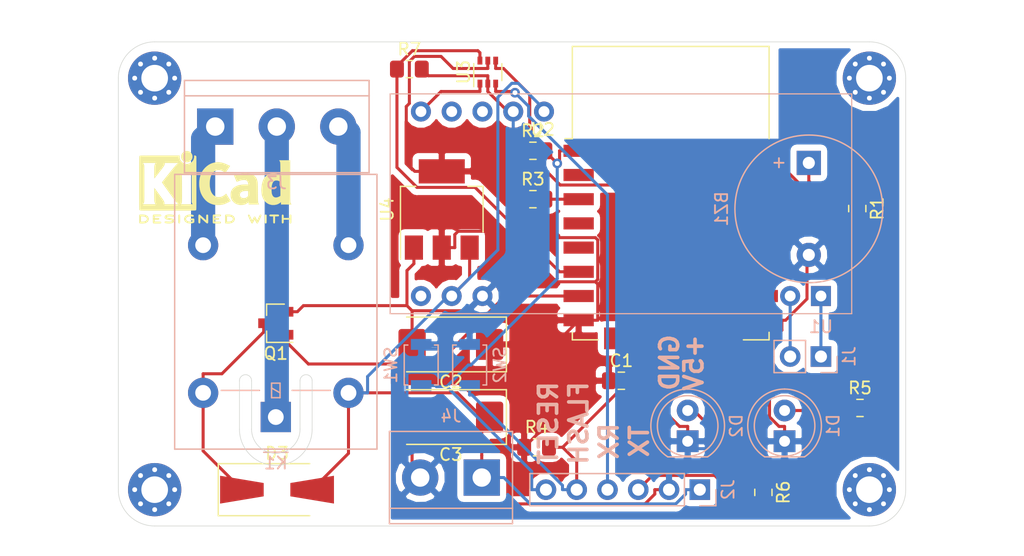
<source format=kicad_pcb>
(kicad_pcb (version 20171130) (host pcbnew 6.0.0-rc1-unknown-95dcc30~66~ubuntu18.04.1)

  (general
    (thickness 1.6)
    (drawings 22)
    (tracks 236)
    (zones 0)
    (modules 31)
    (nets 38)
  )

  (page A4)
  (layers
    (0 F.Cu signal)
    (31 B.Cu signal)
    (32 B.Adhes user)
    (33 F.Adhes user)
    (34 B.Paste user)
    (35 F.Paste user)
    (36 B.SilkS user)
    (37 F.SilkS user)
    (38 B.Mask user)
    (39 F.Mask user)
    (40 Dwgs.User user)
    (41 Cmts.User user)
    (42 Eco1.User user)
    (43 Eco2.User user)
    (44 Edge.Cuts user)
    (45 Margin user)
    (46 B.CrtYd user)
    (47 F.CrtYd user)
    (48 B.Fab user)
    (49 F.Fab user)
  )

  (setup
    (last_trace_width 0.25)
    (user_trace_width 2)
    (trace_clearance 0.2)
    (zone_clearance 0.508)
    (zone_45_only no)
    (trace_min 0.2)
    (via_size 0.8)
    (via_drill 0.4)
    (via_min_size 0.4)
    (via_min_drill 0.3)
    (uvia_size 0.3)
    (uvia_drill 0.1)
    (uvias_allowed no)
    (uvia_min_size 0.2)
    (uvia_min_drill 0.1)
    (edge_width 0.05)
    (segment_width 0.2)
    (pcb_text_width 0.3)
    (pcb_text_size 1.5 1.5)
    (mod_edge_width 0.12)
    (mod_text_size 1 1)
    (mod_text_width 0.15)
    (pad_size 3 3)
    (pad_drill 1.52)
    (pad_to_mask_clearance 0.051)
    (solder_mask_min_width 0.25)
    (aux_axis_origin 0 0)
    (visible_elements FFFFFF7F)
    (pcbplotparams
      (layerselection 0x010f0_ffffffff)
      (usegerberextensions false)
      (usegerberattributes false)
      (usegerberadvancedattributes false)
      (creategerberjobfile false)
      (excludeedgelayer true)
      (linewidth 0.020000)
      (plotframeref false)
      (viasonmask false)
      (mode 1)
      (useauxorigin false)
      (hpglpennumber 1)
      (hpglpenspeed 20)
      (hpglpendiameter 15.000000)
      (psnegative false)
      (psa4output false)
      (plotreference true)
      (plotvalue true)
      (plotinvisibletext false)
      (padsonsilk false)
      (subtractmaskfromsilk false)
      (outputformat 1)
      (mirror false)
      (drillshape 0)
      (scaleselection 1)
      (outputdirectory "production/"))
  )

  (net 0 "")
  (net 1 "Net-(BZ1-Pad1)")
  (net 2 GND)
  (net 3 +3V3)
  (net 4 +5V)
  (net 5 "Net-(D1-Pad2)")
  (net 6 "Net-(D2-Pad2)")
  (net 7 "Net-(D3-Pad1)")
  (net 8 "Net-(J1-Pad1)")
  (net 9 "Net-(J1-Pad2)")
  (net 10 "Net-(J2-Pad3)")
  (net 11 "Net-(J2-Pad4)")
  (net 12 "Net-(J2-Pad5)")
  (net 13 "Net-(J2-Pad6)")
  (net 14 "Net-(J3-Pad1)")
  (net 15 "Net-(J3-Pad2)")
  (net 16 "Net-(J3-Pad3)")
  (net 17 "Net-(Q1-Pad1)")
  (net 18 "Net-(R1-Pad2)")
  (net 19 "Net-(R3-Pad2)")
  (net 20 "Net-(R5-Pad2)")
  (net 21 "Net-(R6-Pad2)")
  (net 22 "Net-(R7-Pad1)")
  (net 23 /RX)
  (net 24 "Net-(U1-Pad5)")
  (net 25 "Net-(U1-Pad7)")
  (net 26 "Net-(U1-Pad8)")
  (net 27 "Net-(U2-Pad2)")
  (net 28 "Net-(U2-Pad4)")
  (net 29 "Net-(U2-Pad5)")
  (net 30 "Net-(U2-Pad9)")
  (net 31 "Net-(U2-Pad10)")
  (net 32 "Net-(U2-Pad11)")
  (net 33 "Net-(U2-Pad13)")
  (net 34 "Net-(U2-Pad14)")
  (net 35 "Net-(U2-Pad16)")
  (net 36 "Net-(U2-Pad17)")
  (net 37 "Net-(U2-Pad21)")

  (net_class Default "This is the default net class."
    (clearance 0.2)
    (trace_width 0.25)
    (via_dia 0.8)
    (via_drill 0.4)
    (uvia_dia 0.3)
    (uvia_drill 0.1)
    (add_net +3V3)
    (add_net +5V)
    (add_net /RX)
    (add_net GND)
    (add_net "Net-(BZ1-Pad1)")
    (add_net "Net-(D1-Pad2)")
    (add_net "Net-(D2-Pad2)")
    (add_net "Net-(D3-Pad1)")
    (add_net "Net-(J1-Pad1)")
    (add_net "Net-(J1-Pad2)")
    (add_net "Net-(J2-Pad3)")
    (add_net "Net-(J2-Pad4)")
    (add_net "Net-(J2-Pad5)")
    (add_net "Net-(J2-Pad6)")
    (add_net "Net-(J3-Pad1)")
    (add_net "Net-(J3-Pad2)")
    (add_net "Net-(J3-Pad3)")
    (add_net "Net-(Q1-Pad1)")
    (add_net "Net-(R1-Pad2)")
    (add_net "Net-(R3-Pad2)")
    (add_net "Net-(R5-Pad2)")
    (add_net "Net-(R6-Pad2)")
    (add_net "Net-(R7-Pad1)")
    (add_net "Net-(U1-Pad5)")
    (add_net "Net-(U1-Pad7)")
    (add_net "Net-(U1-Pad8)")
    (add_net "Net-(U2-Pad10)")
    (add_net "Net-(U2-Pad11)")
    (add_net "Net-(U2-Pad13)")
    (add_net "Net-(U2-Pad14)")
    (add_net "Net-(U2-Pad16)")
    (add_net "Net-(U2-Pad17)")
    (add_net "Net-(U2-Pad2)")
    (add_net "Net-(U2-Pad21)")
    (add_net "Net-(U2-Pad4)")
    (add_net "Net-(U2-Pad5)")
    (add_net "Net-(U2-Pad9)")
  )

  (module Buzzer_Beeper:Buzzer_12x9.5RM7.6 (layer B.Cu) (tedit 5A030281) (tstamp 5E22D94B)
    (at -493 -390 270)
    (descr "Generic Buzzer, D12mm height 9.5mm with RM7.6mm")
    (tags buzzer)
    (path /5E079D5E)
    (fp_text reference BZ1 (at 3.8 7.2 270) (layer B.SilkS)
      (effects (font (size 1 1) (thickness 0.15)) (justify mirror))
    )
    (fp_text value Buzzer (at 3.8 -7.4 270) (layer B.Fab)
      (effects (font (size 1 1) (thickness 0.15)) (justify mirror))
    )
    (fp_text user + (at -0.01 2.54 270) (layer B.Fab)
      (effects (font (size 1 1) (thickness 0.15)) (justify mirror))
    )
    (fp_text user + (at -0.01 2.54 270) (layer B.SilkS)
      (effects (font (size 1 1) (thickness 0.15)) (justify mirror))
    )
    (fp_text user %R (at 3.8 4 270) (layer B.Fab)
      (effects (font (size 1 1) (thickness 0.15)) (justify mirror))
    )
    (fp_circle (center 3.8 0) (end 10.05 0) (layer B.CrtYd) (width 0.05))
    (fp_circle (center 3.8 0) (end 9.8 0) (layer B.Fab) (width 0.1))
    (fp_circle (center 3.8 0) (end 4.8 0) (layer B.Fab) (width 0.1))
    (fp_circle (center 3.8 0) (end 9.9 0) (layer B.SilkS) (width 0.12))
    (pad 1 thru_hole rect (at 0 0 270) (size 2 2) (drill 1) (layers *.Cu *.Mask)
      (net 1 "Net-(BZ1-Pad1)"))
    (pad 2 thru_hole circle (at 7.6 0 270) (size 2 2) (drill 1) (layers *.Cu *.Mask)
      (net 2 GND))
    (model ${KISYS3DMOD}/Buzzer_Beeper.3dshapes/Buzzer_12x9.5RM7.6.wrl
      (at (xyz 0 0 0))
      (scale (xyz 1 1 1))
      (rotate (xyz 0 0 0))
    )
  )

  (module Capacitor_SMD:C_0805_2012Metric_Pad1.15x1.40mm_HandSolder (layer F.Cu) (tedit 5B36C52B) (tstamp 5E23050B)
    (at -508.475 -372)
    (descr "Capacitor SMD 0805 (2012 Metric), square (rectangular) end terminal, IPC_7351 nominal with elongated pad for handsoldering. (Body size source: https://docs.google.com/spreadsheets/d/1BsfQQcO9C6DZCsRaXUlFlo91Tg2WpOkGARC1WS5S8t0/edit?usp=sharing), generated with kicad-footprint-generator")
    (tags "capacitor handsolder")
    (path /5E082875)
    (attr smd)
    (fp_text reference C1 (at 0 -1.65) (layer F.SilkS)
      (effects (font (size 1 1) (thickness 0.15)))
    )
    (fp_text value 100n (at 0 1.65) (layer F.Fab)
      (effects (font (size 1 1) (thickness 0.15)))
    )
    (fp_line (start -1 0.6) (end -1 -0.6) (layer F.Fab) (width 0.1))
    (fp_line (start -1 -0.6) (end 1 -0.6) (layer F.Fab) (width 0.1))
    (fp_line (start 1 -0.6) (end 1 0.6) (layer F.Fab) (width 0.1))
    (fp_line (start 1 0.6) (end -1 0.6) (layer F.Fab) (width 0.1))
    (fp_line (start -0.261252 -0.71) (end 0.261252 -0.71) (layer F.SilkS) (width 0.12))
    (fp_line (start -0.261252 0.71) (end 0.261252 0.71) (layer F.SilkS) (width 0.12))
    (fp_line (start -1.85 0.95) (end -1.85 -0.95) (layer F.CrtYd) (width 0.05))
    (fp_line (start -1.85 -0.95) (end 1.85 -0.95) (layer F.CrtYd) (width 0.05))
    (fp_line (start 1.85 -0.95) (end 1.85 0.95) (layer F.CrtYd) (width 0.05))
    (fp_line (start 1.85 0.95) (end -1.85 0.95) (layer F.CrtYd) (width 0.05))
    (fp_text user %R (at 0 0) (layer F.Fab)
      (effects (font (size 0.5 0.5) (thickness 0.08)))
    )
    (pad 1 smd roundrect (at -1.025 0) (size 1.15 1.4) (layers F.Cu F.Paste F.Mask) (roundrect_rratio 0.217391)
      (net 3 +3V3))
    (pad 2 smd roundrect (at 1.025 0) (size 1.15 1.4) (layers F.Cu F.Paste F.Mask) (roundrect_rratio 0.217391)
      (net 2 GND))
    (model ${KISYS3DMOD}/Capacitor_SMD.3dshapes/C_0805_2012Metric.wrl
      (at (xyz 0 0 0))
      (scale (xyz 1 1 1))
      (rotate (xyz 0 0 0))
    )
  )

  (module Capacitor_Tantalum_SMD:CP_EIA-7343-31_Kemet-D_Pad2.25x2.55mm_HandSolder (layer F.Cu) (tedit 5B301BBE) (tstamp 5E22A13F)
    (at -522.55 -375 180)
    (descr "Tantalum Capacitor SMD Kemet-D (7343-31 Metric), IPC_7351 nominal, (Body size from: http://www.kemet.com/Lists/ProductCatalog/Attachments/253/KEM_TC101_STD.pdf), generated with kicad-footprint-generator")
    (tags "capacitor tantalum")
    (path /5E08246F)
    (attr smd)
    (fp_text reference C2 (at 0 -3.1 180) (layer F.SilkS)
      (effects (font (size 1 1) (thickness 0.15)))
    )
    (fp_text value 100uF (at 0 3.1 180) (layer F.Fab)
      (effects (font (size 1 1) (thickness 0.15)))
    )
    (fp_line (start 3.65 -2.15) (end -2.65 -2.15) (layer F.Fab) (width 0.1))
    (fp_line (start -2.65 -2.15) (end -3.65 -1.15) (layer F.Fab) (width 0.1))
    (fp_line (start -3.65 -1.15) (end -3.65 2.15) (layer F.Fab) (width 0.1))
    (fp_line (start -3.65 2.15) (end 3.65 2.15) (layer F.Fab) (width 0.1))
    (fp_line (start 3.65 2.15) (end 3.65 -2.15) (layer F.Fab) (width 0.1))
    (fp_line (start 3.65 -2.26) (end -4.585 -2.26) (layer F.SilkS) (width 0.12))
    (fp_line (start -4.585 -2.26) (end -4.585 2.26) (layer F.SilkS) (width 0.12))
    (fp_line (start -4.585 2.26) (end 3.65 2.26) (layer F.SilkS) (width 0.12))
    (fp_line (start -4.58 2.4) (end -4.58 -2.4) (layer F.CrtYd) (width 0.05))
    (fp_line (start -4.58 -2.4) (end 4.58 -2.4) (layer F.CrtYd) (width 0.05))
    (fp_line (start 4.58 -2.4) (end 4.58 2.4) (layer F.CrtYd) (width 0.05))
    (fp_line (start 4.58 2.4) (end -4.58 2.4) (layer F.CrtYd) (width 0.05))
    (fp_text user %R (at 0 0 180) (layer F.Fab)
      (effects (font (size 1 1) (thickness 0.15)))
    )
    (pad 1 smd roundrect (at -3.2 0 180) (size 2.25 2.55) (layers F.Cu F.Paste F.Mask) (roundrect_rratio 0.111111)
      (net 3 +3V3))
    (pad 2 smd roundrect (at 3.2 0 180) (size 2.25 2.55) (layers F.Cu F.Paste F.Mask) (roundrect_rratio 0.111111)
      (net 2 GND))
    (model ${KISYS3DMOD}/Capacitor_Tantalum_SMD.3dshapes/CP_EIA-7343-31_Kemet-D.wrl
      (at (xyz 0 0 0))
      (scale (xyz 1 1 1))
      (rotate (xyz 0 0 0))
    )
  )

  (module Capacitor_Tantalum_SMD:CP_EIA-7343-31_Kemet-D_Pad2.25x2.55mm_HandSolder (layer F.Cu) (tedit 5B301BBE) (tstamp 5E22E380)
    (at -522.55 -369 180)
    (descr "Tantalum Capacitor SMD Kemet-D (7343-31 Metric), IPC_7351 nominal, (Body size from: http://www.kemet.com/Lists/ProductCatalog/Attachments/253/KEM_TC101_STD.pdf), generated with kicad-footprint-generator")
    (tags "capacitor tantalum")
    (path /5E081E08)
    (attr smd)
    (fp_text reference C3 (at 0 -3.1 180) (layer F.SilkS)
      (effects (font (size 1 1) (thickness 0.15)))
    )
    (fp_text value 100uF (at 0 3.1 180) (layer F.Fab)
      (effects (font (size 1 1) (thickness 0.15)))
    )
    (fp_text user %R (at 0 0 180) (layer F.Fab)
      (effects (font (size 1 1) (thickness 0.15)))
    )
    (fp_line (start 4.58 2.4) (end -4.58 2.4) (layer F.CrtYd) (width 0.05))
    (fp_line (start 4.58 -2.4) (end 4.58 2.4) (layer F.CrtYd) (width 0.05))
    (fp_line (start -4.58 -2.4) (end 4.58 -2.4) (layer F.CrtYd) (width 0.05))
    (fp_line (start -4.58 2.4) (end -4.58 -2.4) (layer F.CrtYd) (width 0.05))
    (fp_line (start -4.585 2.26) (end 3.65 2.26) (layer F.SilkS) (width 0.12))
    (fp_line (start -4.585 -2.26) (end -4.585 2.26) (layer F.SilkS) (width 0.12))
    (fp_line (start 3.65 -2.26) (end -4.585 -2.26) (layer F.SilkS) (width 0.12))
    (fp_line (start 3.65 2.15) (end 3.65 -2.15) (layer F.Fab) (width 0.1))
    (fp_line (start -3.65 2.15) (end 3.65 2.15) (layer F.Fab) (width 0.1))
    (fp_line (start -3.65 -1.15) (end -3.65 2.15) (layer F.Fab) (width 0.1))
    (fp_line (start -2.65 -2.15) (end -3.65 -1.15) (layer F.Fab) (width 0.1))
    (fp_line (start 3.65 -2.15) (end -2.65 -2.15) (layer F.Fab) (width 0.1))
    (pad 2 smd roundrect (at 3.2 0 180) (size 2.25 2.55) (layers F.Cu F.Paste F.Mask) (roundrect_rratio 0.111111)
      (net 2 GND))
    (pad 1 smd roundrect (at -3.2 0 180) (size 2.25 2.55) (layers F.Cu F.Paste F.Mask) (roundrect_rratio 0.111111)
      (net 4 +5V))
    (model ${KISYS3DMOD}/Capacitor_Tantalum_SMD.3dshapes/CP_EIA-7343-31_Kemet-D.wrl
      (at (xyz 0 0 0))
      (scale (xyz 1 1 1))
      (rotate (xyz 0 0 0))
    )
  )

  (module LED_THT:LED_D5.0mm_FlatTop (layer B.Cu) (tedit 5880A862) (tstamp 5E22944C)
    (at -495 -367 90)
    (descr "LED, Round, FlatTop, diameter 5.0mm, 2 pins, http://www.kingbright.com/attachments/file/psearch/000/00/00/L-483GDT(Ver.15B).pdf")
    (tags "LED Round FlatTop diameter 5.0mm 2 pins")
    (path /5E07A4DB)
    (fp_text reference D1 (at 1.27 4.01 90) (layer B.SilkS)
      (effects (font (size 1 1) (thickness 0.15)) (justify mirror))
    )
    (fp_text value LED (at 1.27 -4.01 90) (layer B.Fab)
      (effects (font (size 1 1) (thickness 0.15)) (justify mirror))
    )
    (fp_line (start 4.55 3.3) (end -2 3.3) (layer B.CrtYd) (width 0.05))
    (fp_line (start 4.55 -3.3) (end 4.55 3.3) (layer B.CrtYd) (width 0.05))
    (fp_line (start -2 -3.3) (end 4.55 -3.3) (layer B.CrtYd) (width 0.05))
    (fp_line (start -2 3.3) (end -2 -3.3) (layer B.CrtYd) (width 0.05))
    (fp_line (start -1.29 1.64) (end -1.29 -1.64) (layer B.SilkS) (width 0.12))
    (fp_line (start -1.23 1.566046) (end -1.23 -1.566046) (layer B.Fab) (width 0.1))
    (fp_circle (center 1.27 0) (end 3.77 0) (layer B.SilkS) (width 0.12))
    (fp_circle (center 1.27 0) (end 3.77 0) (layer B.Fab) (width 0.1))
    (fp_arc (start 1.27 0) (end -1.29 -1.639512) (angle 147.4) (layer B.SilkS) (width 0.12))
    (fp_arc (start 1.27 0) (end -1.29 1.639512) (angle -147.4) (layer B.SilkS) (width 0.12))
    (fp_arc (start 1.27 0) (end -1.23 1.566046) (angle -295.9) (layer B.Fab) (width 0.1))
    (pad 2 thru_hole circle (at 2.54 0 90) (size 1.8 1.8) (drill 0.9) (layers *.Cu *.Mask)
      (net 5 "Net-(D1-Pad2)"))
    (pad 1 thru_hole rect (at 0 0 90) (size 1.8 1.8) (drill 0.9) (layers *.Cu *.Mask)
      (net 2 GND))
    (model ${KISYS3DMOD}/LED_THT.3dshapes/LED_D5.0mm_FlatTop.wrl
      (at (xyz 0 0 0))
      (scale (xyz 1 1 1))
      (rotate (xyz 0 0 0))
    )
  )

  (module LED_THT:LED_D5.0mm_FlatTop (layer B.Cu) (tedit 5880A862) (tstamp 5E22945D)
    (at -503 -367 90)
    (descr "LED, Round, FlatTop, diameter 5.0mm, 2 pins, http://www.kingbright.com/attachments/file/psearch/000/00/00/L-483GDT(Ver.15B).pdf")
    (tags "LED Round FlatTop diameter 5.0mm 2 pins")
    (path /5E0C6450)
    (fp_text reference D2 (at 1.27 4.01 90) (layer B.SilkS)
      (effects (font (size 1 1) (thickness 0.15)) (justify mirror))
    )
    (fp_text value LED (at 1.27 -4.01 90) (layer B.Fab)
      (effects (font (size 1 1) (thickness 0.15)) (justify mirror))
    )
    (fp_arc (start 1.27 0) (end -1.23 1.566046) (angle -295.9) (layer B.Fab) (width 0.1))
    (fp_arc (start 1.27 0) (end -1.29 1.639512) (angle -147.4) (layer B.SilkS) (width 0.12))
    (fp_arc (start 1.27 0) (end -1.29 -1.639512) (angle 147.4) (layer B.SilkS) (width 0.12))
    (fp_circle (center 1.27 0) (end 3.77 0) (layer B.Fab) (width 0.1))
    (fp_circle (center 1.27 0) (end 3.77 0) (layer B.SilkS) (width 0.12))
    (fp_line (start -1.23 1.566046) (end -1.23 -1.566046) (layer B.Fab) (width 0.1))
    (fp_line (start -1.29 1.64) (end -1.29 -1.64) (layer B.SilkS) (width 0.12))
    (fp_line (start -2 3.3) (end -2 -3.3) (layer B.CrtYd) (width 0.05))
    (fp_line (start -2 -3.3) (end 4.55 -3.3) (layer B.CrtYd) (width 0.05))
    (fp_line (start 4.55 -3.3) (end 4.55 3.3) (layer B.CrtYd) (width 0.05))
    (fp_line (start 4.55 3.3) (end -2 3.3) (layer B.CrtYd) (width 0.05))
    (pad 1 thru_hole rect (at 0 0 90) (size 1.8 1.8) (drill 0.9) (layers *.Cu *.Mask)
      (net 2 GND))
    (pad 2 thru_hole circle (at 2.54 0 90) (size 1.8 1.8) (drill 0.9) (layers *.Cu *.Mask)
      (net 6 "Net-(D2-Pad2)"))
    (model ${KISYS3DMOD}/LED_THT.3dshapes/LED_D5.0mm_FlatTop.wrl
      (at (xyz 0 0 0))
      (scale (xyz 1 1 1))
      (rotate (xyz 0 0 0))
    )
  )

  (module Diode_SMD:D_SMA-SMB_Universal_Handsoldering (layer F.Cu) (tedit 5864381A) (tstamp 5E229479)
    (at -536.9 -363)
    (descr "Diode, Universal, SMA (DO-214AC) or SMB (DO-214AA), Handsoldering,")
    (tags "Diode Universal SMA (DO-214AC) SMB (DO-214AA) Handsoldering ")
    (path /5E0887EB)
    (attr smd)
    (fp_text reference D3 (at 0 -3) (layer F.SilkS)
      (effects (font (size 1 1) (thickness 0.15)))
    )
    (fp_text value GS1M (at 0 3.1) (layer F.Fab)
      (effects (font (size 1 1) (thickness 0.15)))
    )
    (fp_text user %R (at 0 -3) (layer F.Fab)
      (effects (font (size 1 1) (thickness 0.15)))
    )
    (fp_line (start -4.85 -2.15) (end -4.85 2.15) (layer F.SilkS) (width 0.12))
    (fp_line (start 2.3 2) (end -2.3 2) (layer F.Fab) (width 0.1))
    (fp_line (start -2.3 2) (end -2.3 -2) (layer F.Fab) (width 0.1))
    (fp_line (start 2.3 -2) (end 2.3 2) (layer F.Fab) (width 0.1))
    (fp_line (start 2.3 -2) (end -2.3 -2) (layer F.Fab) (width 0.1))
    (fp_line (start 2.3 1.5) (end -2.3 1.5) (layer F.Fab) (width 0.1))
    (fp_line (start -2.3 1.5) (end -2.3 -1.5) (layer F.Fab) (width 0.1))
    (fp_line (start 2.3 -1.5) (end 2.3 1.5) (layer F.Fab) (width 0.1))
    (fp_line (start 2.3 -1.5) (end -2.3 -1.5) (layer F.Fab) (width 0.1))
    (fp_line (start -4.95 -2.25) (end 4.95 -2.25) (layer F.CrtYd) (width 0.05))
    (fp_line (start 4.95 -2.25) (end 4.95 2.25) (layer F.CrtYd) (width 0.05))
    (fp_line (start 4.95 2.25) (end -4.95 2.25) (layer F.CrtYd) (width 0.05))
    (fp_line (start -4.95 2.25) (end -4.95 -2.25) (layer F.CrtYd) (width 0.05))
    (fp_line (start -0.64944 0.00102) (end -1.55114 0.00102) (layer F.Fab) (width 0.1))
    (fp_line (start 0.50118 0.00102) (end 1.4994 0.00102) (layer F.Fab) (width 0.1))
    (fp_line (start -0.64944 -0.79908) (end -0.64944 0.80112) (layer F.Fab) (width 0.1))
    (fp_line (start 0.50118 0.75032) (end 0.50118 -0.79908) (layer F.Fab) (width 0.1))
    (fp_line (start -0.64944 0.00102) (end 0.50118 0.75032) (layer F.Fab) (width 0.1))
    (fp_line (start -0.64944 0.00102) (end 0.50118 -0.79908) (layer F.Fab) (width 0.1))
    (fp_line (start -4.85 2.15) (end 2.7 2.15) (layer F.SilkS) (width 0.12))
    (fp_line (start -4.85 -2.15) (end 2.7 -2.15) (layer F.SilkS) (width 0.12))
    (pad 1 smd trapezoid (at -2.9 0) (size 3.6 1.7) (rect_delta 0.6 0 ) (layers F.Cu F.Paste F.Mask)
      (net 7 "Net-(D3-Pad1)"))
    (pad 2 smd trapezoid (at 2.9 0 180) (size 3.6 1.7) (rect_delta 0.6 0 ) (layers F.Cu F.Paste F.Mask)
      (net 4 +5V))
    (model ${KISYS3DMOD}/Diode_SMD.3dshapes/D_SMB.wrl
      (at (xyz 0 0 0))
      (scale (xyz 1 1 1))
      (rotate (xyz 0 0 0))
    )
  )

  (module Connector_PinHeader_2.54mm:PinHeader_1x02_P2.54mm_Vertical (layer B.Cu) (tedit 59FED5CC) (tstamp 5E22E7B0)
    (at -492 -374 90)
    (descr "Through hole straight pin header, 1x02, 2.54mm pitch, single row")
    (tags "Through hole pin header THT 1x02 2.54mm single row")
    (path /5E0833D4)
    (fp_text reference J1 (at 0 2.33 90) (layer B.SilkS)
      (effects (font (size 1 1) (thickness 0.15)) (justify mirror))
    )
    (fp_text value Conn_01x02 (at 0 -4.87 90) (layer B.Fab)
      (effects (font (size 1 1) (thickness 0.15)) (justify mirror))
    )
    (fp_line (start -0.635 1.27) (end 1.27 1.27) (layer B.Fab) (width 0.1))
    (fp_line (start 1.27 1.27) (end 1.27 -3.81) (layer B.Fab) (width 0.1))
    (fp_line (start 1.27 -3.81) (end -1.27 -3.81) (layer B.Fab) (width 0.1))
    (fp_line (start -1.27 -3.81) (end -1.27 0.635) (layer B.Fab) (width 0.1))
    (fp_line (start -1.27 0.635) (end -0.635 1.27) (layer B.Fab) (width 0.1))
    (fp_line (start -1.33 -3.87) (end 1.33 -3.87) (layer B.SilkS) (width 0.12))
    (fp_line (start -1.33 -1.27) (end -1.33 -3.87) (layer B.SilkS) (width 0.12))
    (fp_line (start 1.33 -1.27) (end 1.33 -3.87) (layer B.SilkS) (width 0.12))
    (fp_line (start -1.33 -1.27) (end 1.33 -1.27) (layer B.SilkS) (width 0.12))
    (fp_line (start -1.33 0) (end -1.33 1.33) (layer B.SilkS) (width 0.12))
    (fp_line (start -1.33 1.33) (end 0 1.33) (layer B.SilkS) (width 0.12))
    (fp_line (start -1.8 1.8) (end -1.8 -4.35) (layer B.CrtYd) (width 0.05))
    (fp_line (start -1.8 -4.35) (end 1.8 -4.35) (layer B.CrtYd) (width 0.05))
    (fp_line (start 1.8 -4.35) (end 1.8 1.8) (layer B.CrtYd) (width 0.05))
    (fp_line (start 1.8 1.8) (end -1.8 1.8) (layer B.CrtYd) (width 0.05))
    (fp_text user %R (at 0 -1.27) (layer B.Fab)
      (effects (font (size 1 1) (thickness 0.15)) (justify mirror))
    )
    (pad 1 thru_hole rect (at 0 0 90) (size 1.7 1.7) (drill 1) (layers *.Cu *.Mask)
      (net 8 "Net-(J1-Pad1)"))
    (pad 2 thru_hole oval (at 0 -2.54 90) (size 1.7 1.7) (drill 1) (layers *.Cu *.Mask)
      (net 9 "Net-(J1-Pad2)"))
    (model ${KISYS3DMOD}/Connector_PinHeader_2.54mm.3dshapes/PinHeader_1x02_P2.54mm_Vertical.wrl
      (at (xyz 0 0 0))
      (scale (xyz 1 1 1))
      (rotate (xyz 0 0 0))
    )
  )

  (module Connector_PinHeader_2.54mm:PinHeader_1x06_P2.54mm_Vertical (layer B.Cu) (tedit 59FED5CC) (tstamp 5E22EAE8)
    (at -502 -363 90)
    (descr "Through hole straight pin header, 1x06, 2.54mm pitch, single row")
    (tags "Through hole pin header THT 1x06 2.54mm single row")
    (path /5E0A4DF0)
    (fp_text reference J2 (at 0 2.33 90) (layer B.SilkS)
      (effects (font (size 1 1) (thickness 0.15)) (justify mirror))
    )
    (fp_text value Conn_01x06 (at 0 -15.03 90) (layer B.Fab)
      (effects (font (size 1 1) (thickness 0.15)) (justify mirror))
    )
    (fp_line (start -0.635 1.27) (end 1.27 1.27) (layer B.Fab) (width 0.1))
    (fp_line (start 1.27 1.27) (end 1.27 -13.97) (layer B.Fab) (width 0.1))
    (fp_line (start 1.27 -13.97) (end -1.27 -13.97) (layer B.Fab) (width 0.1))
    (fp_line (start -1.27 -13.97) (end -1.27 0.635) (layer B.Fab) (width 0.1))
    (fp_line (start -1.27 0.635) (end -0.635 1.27) (layer B.Fab) (width 0.1))
    (fp_line (start -1.33 -14.03) (end 1.33 -14.03) (layer B.SilkS) (width 0.12))
    (fp_line (start -1.33 -1.27) (end -1.33 -14.03) (layer B.SilkS) (width 0.12))
    (fp_line (start 1.33 -1.27) (end 1.33 -14.03) (layer B.SilkS) (width 0.12))
    (fp_line (start -1.33 -1.27) (end 1.33 -1.27) (layer B.SilkS) (width 0.12))
    (fp_line (start -1.33 0) (end -1.33 1.33) (layer B.SilkS) (width 0.12))
    (fp_line (start -1.33 1.33) (end 0 1.33) (layer B.SilkS) (width 0.12))
    (fp_line (start -1.8 1.8) (end -1.8 -14.5) (layer B.CrtYd) (width 0.05))
    (fp_line (start -1.8 -14.5) (end 1.8 -14.5) (layer B.CrtYd) (width 0.05))
    (fp_line (start 1.8 -14.5) (end 1.8 1.8) (layer B.CrtYd) (width 0.05))
    (fp_line (start 1.8 1.8) (end -1.8 1.8) (layer B.CrtYd) (width 0.05))
    (fp_text user %R (at 0 -6.35) (layer B.Fab)
      (effects (font (size 1 1) (thickness 0.15)) (justify mirror))
    )
    (pad 1 thru_hole rect (at 0 0 90) (size 1.7 1.7) (drill 1) (layers *.Cu *.Mask)
      (net 4 +5V))
    (pad 2 thru_hole oval (at 0 -2.54 90) (size 1.7 1.7) (drill 1) (layers *.Cu *.Mask)
      (net 2 GND))
    (pad 3 thru_hole oval (at 0 -5.08 90) (size 1.7 1.7) (drill 1) (layers *.Cu *.Mask)
      (net 10 "Net-(J2-Pad3)"))
    (pad 4 thru_hole oval (at 0 -7.62 90) (size 1.7 1.7) (drill 1) (layers *.Cu *.Mask)
      (net 11 "Net-(J2-Pad4)"))
    (pad 5 thru_hole oval (at 0 -10.16 90) (size 1.7 1.7) (drill 1) (layers *.Cu *.Mask)
      (net 12 "Net-(J2-Pad5)"))
    (pad 6 thru_hole oval (at 0 -12.7 90) (size 1.7 1.7) (drill 1) (layers *.Cu *.Mask)
      (net 13 "Net-(J2-Pad6)"))
    (model ${KISYS3DMOD}/Connector_PinHeader_2.54mm.3dshapes/PinHeader_1x06_P2.54mm_Vertical.wrl
      (at (xyz 0 0 0))
      (scale (xyz 1 1 1))
      (rotate (xyz 0 0 0))
    )
  )

  (module TerminalBlock:TerminalBlock_bornier-3_P5.08mm (layer B.Cu) (tedit 5E22FDDD) (tstamp 5E22E028)
    (at -542 -393)
    (descr "simple 3-pin terminal block, pitch 5.08mm, revamped version of bornier3")
    (tags "terminal block bornier3")
    (path /5E08997B)
    (fp_text reference J3 (at 5.05 4.65) (layer B.SilkS)
      (effects (font (size 1 1) (thickness 0.15)) (justify mirror))
    )
    (fp_text value "Load connect" (at 5.08 -5.08) (layer B.Fab)
      (effects (font (size 1 1) (thickness 0.15)) (justify mirror))
    )
    (fp_text user %R (at 5.08 0) (layer B.Fab)
      (effects (font (size 1 1) (thickness 0.15)) (justify mirror))
    )
    (fp_line (start -2.47 -2.55) (end 12.63 -2.55) (layer B.Fab) (width 0.1))
    (fp_line (start -2.47 3.75) (end 12.63 3.75) (layer B.Fab) (width 0.1))
    (fp_line (start 12.63 3.75) (end 12.63 -3.75) (layer B.Fab) (width 0.1))
    (fp_line (start 12.63 -3.75) (end -2.47 -3.75) (layer B.Fab) (width 0.1))
    (fp_line (start -2.47 -3.75) (end -2.47 3.75) (layer B.Fab) (width 0.1))
    (fp_line (start -2.54 -3.81) (end -2.54 3.81) (layer B.SilkS) (width 0.12))
    (fp_line (start 12.7 -3.81) (end 12.7 3.81) (layer B.SilkS) (width 0.12))
    (fp_line (start -2.54 -2.54) (end 12.7 -2.54) (layer B.SilkS) (width 0.12))
    (fp_line (start -2.54 3.81) (end 12.7 3.81) (layer B.SilkS) (width 0.12))
    (fp_line (start -2.54 -3.81) (end 12.7 -3.81) (layer B.SilkS) (width 0.12))
    (fp_line (start -2.72 4) (end 12.88 4) (layer B.CrtYd) (width 0.05))
    (fp_line (start -2.72 4) (end -2.72 -4) (layer B.CrtYd) (width 0.05))
    (fp_line (start 12.88 -4) (end 12.88 4) (layer B.CrtYd) (width 0.05))
    (fp_line (start 12.88 -4) (end -2.72 -4) (layer B.CrtYd) (width 0.05))
    (pad 1 thru_hole rect (at 0 0) (size 3 3) (drill 1.52) (layers *.Cu *.Mask)
      (net 14 "Net-(J3-Pad1)"))
    (pad 2 thru_hole circle (at 5.08 0) (size 3 3) (drill 1.52) (layers *.Cu *.Mask)
      (net 15 "Net-(J3-Pad2)"))
    (pad 3 thru_hole circle (at 10.16 0) (size 3 3) (drill 1.52) (layers *.Cu *.Mask)
      (net 16 "Net-(J3-Pad3)"))
    (model ${KISYS3DMOD}/TerminalBlock.3dshapes/TerminalBlock_bornier-3_P5.08mm.wrl
      (offset (xyz 5.079999923706055 0 0))
      (scale (xyz 1 1 1))
      (rotate (xyz 0 0 0))
    )
  )

  (module TerminalBlock:TerminalBlock_bornier-2_P5.08mm (layer B.Cu) (tedit 59FF03AB) (tstamp 5E2294D4)
    (at -520 -364 180)
    (descr "simple 2-pin terminal block, pitch 5.08mm, revamped version of bornier2")
    (tags "terminal block bornier2")
    (path /5E0A30F0)
    (fp_text reference J4 (at 2.54 5.08 180) (layer B.SilkS)
      (effects (font (size 1 1) (thickness 0.15)) (justify mirror))
    )
    (fp_text value Screw_Terminal_01x02 (at 2.54 -5.08 180) (layer B.Fab)
      (effects (font (size 1 1) (thickness 0.15)) (justify mirror))
    )
    (fp_text user %R (at 2.54 0 180) (layer B.Fab)
      (effects (font (size 1 1) (thickness 0.15)) (justify mirror))
    )
    (fp_line (start -2.41 -2.55) (end 7.49 -2.55) (layer B.Fab) (width 0.1))
    (fp_line (start -2.46 3.75) (end -2.46 -3.75) (layer B.Fab) (width 0.1))
    (fp_line (start -2.46 -3.75) (end 7.54 -3.75) (layer B.Fab) (width 0.1))
    (fp_line (start 7.54 -3.75) (end 7.54 3.75) (layer B.Fab) (width 0.1))
    (fp_line (start 7.54 3.75) (end -2.46 3.75) (layer B.Fab) (width 0.1))
    (fp_line (start 7.62 -2.54) (end -2.54 -2.54) (layer B.SilkS) (width 0.12))
    (fp_line (start 7.62 -3.81) (end 7.62 3.81) (layer B.SilkS) (width 0.12))
    (fp_line (start 7.62 3.81) (end -2.54 3.81) (layer B.SilkS) (width 0.12))
    (fp_line (start -2.54 3.81) (end -2.54 -3.81) (layer B.SilkS) (width 0.12))
    (fp_line (start -2.54 -3.81) (end 7.62 -3.81) (layer B.SilkS) (width 0.12))
    (fp_line (start -2.71 4) (end 7.79 4) (layer B.CrtYd) (width 0.05))
    (fp_line (start -2.71 4) (end -2.71 -4) (layer B.CrtYd) (width 0.05))
    (fp_line (start 7.79 -4) (end 7.79 4) (layer B.CrtYd) (width 0.05))
    (fp_line (start 7.79 -4) (end -2.71 -4) (layer B.CrtYd) (width 0.05))
    (pad 1 thru_hole rect (at 0 0 180) (size 3 3) (drill 1.52) (layers *.Cu *.Mask)
      (net 4 +5V))
    (pad 2 thru_hole circle (at 5.08 0 180) (size 3 3) (drill 1.52) (layers *.Cu *.Mask)
      (net 2 GND))
    (model ${KISYS3DMOD}/TerminalBlock.3dshapes/TerminalBlock_bornier-2_P5.08mm.wrl
      (offset (xyz 2.539999961853027 0 0))
      (scale (xyz 1 1 1))
      (rotate (xyz 0 0 0))
    )
  )

  (module Relay_THT:Relay_SPDT_Omron-G5LE-1 (layer B.Cu) (tedit 5E22FDCB) (tstamp 5E22DFA6)
    (at -537 -369)
    (descr "Omron Relay SPDT, http://www.omron.com/ecb/products/pdf/en-g5le.pdf")
    (tags "Omron Relay SPDT")
    (path /5E0A8A78)
    (fp_text reference K1 (at 0 3.8) (layer B.SilkS)
      (effects (font (size 1 1) (thickness 0.15)) (justify mirror))
    )
    (fp_text value G5LE-1 (at 0 -20.95) (layer B.Fab)
      (effects (font (size 1 1) (thickness 0.15)) (justify mirror))
    )
    (fp_line (start 0 1.55) (end 1 2.55) (layer B.Fab) (width 0.1))
    (fp_line (start 1 2.55) (end 8.25 2.55) (layer B.Fab) (width 0.1))
    (fp_line (start 8.25 2.55) (end 8.25 -19.95) (layer B.Fab) (width 0.1))
    (fp_line (start 8.25 -19.95) (end -8.25 -19.95) (layer B.Fab) (width 0.1))
    (fp_line (start -8.25 -19.95) (end -8.25 2.55) (layer B.Fab) (width 0.1))
    (fp_line (start -8.25 2.55) (end -1 2.55) (layer B.Fab) (width 0.1))
    (fp_line (start -1 2.55) (end 0 1.55) (layer B.Fab) (width 0.1))
    (fp_line (start -4.5 -2) (end 4.5 -2) (layer B.Fab) (width 0.1))
    (fp_line (start 8.35 -20.05) (end 8.35 2.65) (layer B.SilkS) (width 0.12))
    (fp_line (start 8.35 2.65) (end -8.35 2.65) (layer B.SilkS) (width 0.12))
    (fp_line (start -8.35 2.65) (end -8.35 -20.05) (layer B.SilkS) (width 0.12))
    (fp_line (start -8.35 -20.05) (end 8.35 -20.05) (layer B.SilkS) (width 0.12))
    (fp_line (start -0.35 -2.4) (end 0.35 -2) (layer B.SilkS) (width 0.12))
    (fp_line (start 0.35 -2.8) (end 0.35 -1.6) (layer B.SilkS) (width 0.12))
    (fp_line (start 0.35 -1.6) (end -0.35 -1.6) (layer B.SilkS) (width 0.12))
    (fp_line (start -0.35 -1.6) (end -0.35 -2.8) (layer B.SilkS) (width 0.12))
    (fp_line (start -0.35 -2.8) (end 0.35 -2.8) (layer B.SilkS) (width 0.12))
    (fp_line (start -1 2.91) (end 1 2.91) (layer B.SilkS) (width 0.12))
    (fp_line (start -4.5 -2.2) (end -1.35 -2.2) (layer B.SilkS) (width 0.12))
    (fp_line (start 1.35 -2.2) (end 4.5 -2.2) (layer B.SilkS) (width 0.12))
    (fp_line (start 8.5 -20.2) (end 8.5 2.8) (layer B.CrtYd) (width 0.05))
    (fp_line (start 8.5 2.8) (end -8.5 2.8) (layer B.CrtYd) (width 0.05))
    (fp_line (start -8.5 2.8) (end -8.5 -20.2) (layer B.CrtYd) (width 0.05))
    (fp_line (start -8.5 -20.2) (end 8.5 -20.2) (layer B.CrtYd) (width 0.05))
    (fp_text user %R (at 0 -8.7) (layer B.Fab)
      (effects (font (size 1 1) (thickness 0.15)) (justify mirror))
    )
    (pad 1 thru_hole rect (at 0 0) (size 2.5 2.5) (drill 1.3) (layers *.Cu *.Mask)
      (net 15 "Net-(J3-Pad2)"))
    (pad 2 thru_hole oval (at -6 -2) (size 2.5 2.5) (drill 1.3) (layers *.Cu *.Mask)
      (net 7 "Net-(D3-Pad1)"))
    (pad 3 thru_hole oval (at -6 -14.2) (size 2.5 2.5) (drill 1.3) (layers *.Cu *.Mask)
      (net 14 "Net-(J3-Pad1)"))
    (pad 4 thru_hole oval (at 6 -14.2) (size 2.5 2.5) (drill 1.3) (layers *.Cu *.Mask)
      (net 16 "Net-(J3-Pad3)"))
    (pad 5 thru_hole oval (at 6 -2) (size 2.5 2.5) (drill 1.3) (layers *.Cu *.Mask)
      (net 4 +5V))
    (model ${KISYS3DMOD}/Relay_THT.3dshapes/Relay_SPDT_Omron-G5LE-1.wrl
      (at (xyz 0 0 0))
      (scale (xyz 1 1 1))
      (rotate (xyz 0 0 0))
    )
  )

  (module Package_TO_SOT_SMD:SOT-23 (layer F.Cu) (tedit 5A02FF57) (tstamp 5E22E10A)
    (at -537 -376.75 180)
    (descr "SOT-23, Standard")
    (tags SOT-23)
    (path /5E0848BA)
    (attr smd)
    (fp_text reference Q1 (at 0 -2.5 180) (layer F.SilkS)
      (effects (font (size 1 1) (thickness 0.15)))
    )
    (fp_text value 2N7002 (at 0 2.5 180) (layer F.Fab)
      (effects (font (size 1 1) (thickness 0.15)))
    )
    (fp_text user %R (at 0 0 270) (layer F.Fab)
      (effects (font (size 0.5 0.5) (thickness 0.075)))
    )
    (fp_line (start -0.7 -0.95) (end -0.7 1.5) (layer F.Fab) (width 0.1))
    (fp_line (start -0.15 -1.52) (end 0.7 -1.52) (layer F.Fab) (width 0.1))
    (fp_line (start -0.7 -0.95) (end -0.15 -1.52) (layer F.Fab) (width 0.1))
    (fp_line (start 0.7 -1.52) (end 0.7 1.52) (layer F.Fab) (width 0.1))
    (fp_line (start -0.7 1.52) (end 0.7 1.52) (layer F.Fab) (width 0.1))
    (fp_line (start 0.76 1.58) (end 0.76 0.65) (layer F.SilkS) (width 0.12))
    (fp_line (start 0.76 -1.58) (end 0.76 -0.65) (layer F.SilkS) (width 0.12))
    (fp_line (start -1.7 -1.75) (end 1.7 -1.75) (layer F.CrtYd) (width 0.05))
    (fp_line (start 1.7 -1.75) (end 1.7 1.75) (layer F.CrtYd) (width 0.05))
    (fp_line (start 1.7 1.75) (end -1.7 1.75) (layer F.CrtYd) (width 0.05))
    (fp_line (start -1.7 1.75) (end -1.7 -1.75) (layer F.CrtYd) (width 0.05))
    (fp_line (start 0.76 -1.58) (end -1.4 -1.58) (layer F.SilkS) (width 0.12))
    (fp_line (start 0.76 1.58) (end -0.7 1.58) (layer F.SilkS) (width 0.12))
    (pad 1 smd rect (at -1 -0.95 180) (size 0.9 0.8) (layers F.Cu F.Paste F.Mask)
      (net 17 "Net-(Q1-Pad1)"))
    (pad 2 smd rect (at -1 0.95 180) (size 0.9 0.8) (layers F.Cu F.Paste F.Mask)
      (net 2 GND))
    (pad 3 smd rect (at 1 0 180) (size 0.9 0.8) (layers F.Cu F.Paste F.Mask)
      (net 7 "Net-(D3-Pad1)"))
    (model ${KISYS3DMOD}/Package_TO_SOT_SMD.3dshapes/SOT-23.wrl
      (at (xyz 0 0 0))
      (scale (xyz 1 1 1))
      (rotate (xyz 0 0 0))
    )
  )

  (module Resistor_SMD:R_0805_2012Metric_Pad1.15x1.40mm_HandSolder (layer F.Cu) (tedit 5B36C52B) (tstamp 5E22951C)
    (at -489 -386.225 270)
    (descr "Resistor SMD 0805 (2012 Metric), square (rectangular) end terminal, IPC_7351 nominal with elongated pad for handsoldering. (Body size source: https://docs.google.com/spreadsheets/d/1BsfQQcO9C6DZCsRaXUlFlo91Tg2WpOkGARC1WS5S8t0/edit?usp=sharing), generated with kicad-footprint-generator")
    (tags "resistor handsolder")
    (path /5E082D11)
    (attr smd)
    (fp_text reference R1 (at 0 -1.65 270) (layer F.SilkS)
      (effects (font (size 1 1) (thickness 0.15)))
    )
    (fp_text value 400 (at 0 1.65 270) (layer F.Fab)
      (effects (font (size 1 1) (thickness 0.15)))
    )
    (fp_text user %R (at 0 0 270) (layer F.Fab)
      (effects (font (size 0.5 0.5) (thickness 0.08)))
    )
    (fp_line (start 1.85 0.95) (end -1.85 0.95) (layer F.CrtYd) (width 0.05))
    (fp_line (start 1.85 -0.95) (end 1.85 0.95) (layer F.CrtYd) (width 0.05))
    (fp_line (start -1.85 -0.95) (end 1.85 -0.95) (layer F.CrtYd) (width 0.05))
    (fp_line (start -1.85 0.95) (end -1.85 -0.95) (layer F.CrtYd) (width 0.05))
    (fp_line (start -0.261252 0.71) (end 0.261252 0.71) (layer F.SilkS) (width 0.12))
    (fp_line (start -0.261252 -0.71) (end 0.261252 -0.71) (layer F.SilkS) (width 0.12))
    (fp_line (start 1 0.6) (end -1 0.6) (layer F.Fab) (width 0.1))
    (fp_line (start 1 -0.6) (end 1 0.6) (layer F.Fab) (width 0.1))
    (fp_line (start -1 -0.6) (end 1 -0.6) (layer F.Fab) (width 0.1))
    (fp_line (start -1 0.6) (end -1 -0.6) (layer F.Fab) (width 0.1))
    (pad 2 smd roundrect (at 1.025 0 270) (size 1.15 1.4) (layers F.Cu F.Paste F.Mask) (roundrect_rratio 0.217391)
      (net 18 "Net-(R1-Pad2)"))
    (pad 1 smd roundrect (at -1.025 0 270) (size 1.15 1.4) (layers F.Cu F.Paste F.Mask) (roundrect_rratio 0.217391)
      (net 1 "Net-(BZ1-Pad1)"))
    (model ${KISYS3DMOD}/Resistor_SMD.3dshapes/R_0805_2012Metric.wrl
      (at (xyz 0 0 0))
      (scale (xyz 1 1 1))
      (rotate (xyz 0 0 0))
    )
  )

  (module Resistor_SMD:R_0805_2012Metric_Pad1.15x1.40mm_HandSolder (layer F.Cu) (tedit 5B36C52B) (tstamp 5E22952D)
    (at -515.775 -391)
    (descr "Resistor SMD 0805 (2012 Metric), square (rectangular) end terminal, IPC_7351 nominal with elongated pad for handsoldering. (Body size source: https://docs.google.com/spreadsheets/d/1BsfQQcO9C6DZCsRaXUlFlo91Tg2WpOkGARC1WS5S8t0/edit?usp=sharing), generated with kicad-footprint-generator")
    (tags "resistor handsolder")
    (path /5E09E940)
    (attr smd)
    (fp_text reference R2 (at 0 -1.65) (layer F.SilkS)
      (effects (font (size 1 1) (thickness 0.15)))
    )
    (fp_text value 10k (at 0 1.65) (layer F.Fab)
      (effects (font (size 1 1) (thickness 0.15)))
    )
    (fp_line (start -1 0.6) (end -1 -0.6) (layer F.Fab) (width 0.1))
    (fp_line (start -1 -0.6) (end 1 -0.6) (layer F.Fab) (width 0.1))
    (fp_line (start 1 -0.6) (end 1 0.6) (layer F.Fab) (width 0.1))
    (fp_line (start 1 0.6) (end -1 0.6) (layer F.Fab) (width 0.1))
    (fp_line (start -0.261252 -0.71) (end 0.261252 -0.71) (layer F.SilkS) (width 0.12))
    (fp_line (start -0.261252 0.71) (end 0.261252 0.71) (layer F.SilkS) (width 0.12))
    (fp_line (start -1.85 0.95) (end -1.85 -0.95) (layer F.CrtYd) (width 0.05))
    (fp_line (start -1.85 -0.95) (end 1.85 -0.95) (layer F.CrtYd) (width 0.05))
    (fp_line (start 1.85 -0.95) (end 1.85 0.95) (layer F.CrtYd) (width 0.05))
    (fp_line (start 1.85 0.95) (end -1.85 0.95) (layer F.CrtYd) (width 0.05))
    (fp_text user %R (at 0 0) (layer F.Fab)
      (effects (font (size 0.5 0.5) (thickness 0.08)))
    )
    (pad 1 smd roundrect (at -1.025 0) (size 1.15 1.4) (layers F.Cu F.Paste F.Mask) (roundrect_rratio 0.217391)
      (net 3 +3V3))
    (pad 2 smd roundrect (at 1.025 0) (size 1.15 1.4) (layers F.Cu F.Paste F.Mask) (roundrect_rratio 0.217391)
      (net 13 "Net-(J2-Pad6)"))
    (model ${KISYS3DMOD}/Resistor_SMD.3dshapes/R_0805_2012Metric.wrl
      (at (xyz 0 0 0))
      (scale (xyz 1 1 1))
      (rotate (xyz 0 0 0))
    )
  )

  (module Resistor_SMD:R_0805_2012Metric_Pad1.15x1.40mm_HandSolder (layer F.Cu) (tedit 5B36C52B) (tstamp 5E22953E)
    (at -515.775 -387)
    (descr "Resistor SMD 0805 (2012 Metric), square (rectangular) end terminal, IPC_7351 nominal with elongated pad for handsoldering. (Body size source: https://docs.google.com/spreadsheets/d/1BsfQQcO9C6DZCsRaXUlFlo91Tg2WpOkGARC1WS5S8t0/edit?usp=sharing), generated with kicad-footprint-generator")
    (tags "resistor handsolder")
    (path /5E0B9BE1)
    (attr smd)
    (fp_text reference R3 (at 0 -1.65) (layer F.SilkS)
      (effects (font (size 1 1) (thickness 0.15)))
    )
    (fp_text value 10k (at 0 1.65) (layer F.Fab)
      (effects (font (size 1 1) (thickness 0.15)))
    )
    (fp_line (start -1 0.6) (end -1 -0.6) (layer F.Fab) (width 0.1))
    (fp_line (start -1 -0.6) (end 1 -0.6) (layer F.Fab) (width 0.1))
    (fp_line (start 1 -0.6) (end 1 0.6) (layer F.Fab) (width 0.1))
    (fp_line (start 1 0.6) (end -1 0.6) (layer F.Fab) (width 0.1))
    (fp_line (start -0.261252 -0.71) (end 0.261252 -0.71) (layer F.SilkS) (width 0.12))
    (fp_line (start -0.261252 0.71) (end 0.261252 0.71) (layer F.SilkS) (width 0.12))
    (fp_line (start -1.85 0.95) (end -1.85 -0.95) (layer F.CrtYd) (width 0.05))
    (fp_line (start -1.85 -0.95) (end 1.85 -0.95) (layer F.CrtYd) (width 0.05))
    (fp_line (start 1.85 -0.95) (end 1.85 0.95) (layer F.CrtYd) (width 0.05))
    (fp_line (start 1.85 0.95) (end -1.85 0.95) (layer F.CrtYd) (width 0.05))
    (fp_text user %R (at 0 0) (layer F.Fab)
      (effects (font (size 0.5 0.5) (thickness 0.08)))
    )
    (pad 1 smd roundrect (at -1.025 0) (size 1.15 1.4) (layers F.Cu F.Paste F.Mask) (roundrect_rratio 0.217391)
      (net 3 +3V3))
    (pad 2 smd roundrect (at 1.025 0) (size 1.15 1.4) (layers F.Cu F.Paste F.Mask) (roundrect_rratio 0.217391)
      (net 19 "Net-(R3-Pad2)"))
    (model ${KISYS3DMOD}/Resistor_SMD.3dshapes/R_0805_2012Metric.wrl
      (at (xyz 0 0 0))
      (scale (xyz 1 1 1))
      (rotate (xyz 0 0 0))
    )
  )

  (module Resistor_SMD:R_0805_2012Metric_Pad1.15x1.40mm_HandSolder (layer F.Cu) (tedit 5B36C52B) (tstamp 5E22AAC4)
    (at -515.475 -366.5)
    (descr "Resistor SMD 0805 (2012 Metric), square (rectangular) end terminal, IPC_7351 nominal with elongated pad for handsoldering. (Body size source: https://docs.google.com/spreadsheets/d/1BsfQQcO9C6DZCsRaXUlFlo91Tg2WpOkGARC1WS5S8t0/edit?usp=sharing), generated with kicad-footprint-generator")
    (tags "resistor handsolder")
    (path /5E09EFEC)
    (attr smd)
    (fp_text reference R4 (at 0 -1.65) (layer F.SilkS)
      (effects (font (size 1 1) (thickness 0.15)))
    )
    (fp_text value 10k (at 0 1.65) (layer F.Fab)
      (effects (font (size 1 1) (thickness 0.15)))
    )
    (fp_text user %R (at 0 0) (layer F.Fab)
      (effects (font (size 0.5 0.5) (thickness 0.08)))
    )
    (fp_line (start 1.85 0.95) (end -1.85 0.95) (layer F.CrtYd) (width 0.05))
    (fp_line (start 1.85 -0.95) (end 1.85 0.95) (layer F.CrtYd) (width 0.05))
    (fp_line (start -1.85 -0.95) (end 1.85 -0.95) (layer F.CrtYd) (width 0.05))
    (fp_line (start -1.85 0.95) (end -1.85 -0.95) (layer F.CrtYd) (width 0.05))
    (fp_line (start -0.261252 0.71) (end 0.261252 0.71) (layer F.SilkS) (width 0.12))
    (fp_line (start -0.261252 -0.71) (end 0.261252 -0.71) (layer F.SilkS) (width 0.12))
    (fp_line (start 1 0.6) (end -1 0.6) (layer F.Fab) (width 0.1))
    (fp_line (start 1 -0.6) (end 1 0.6) (layer F.Fab) (width 0.1))
    (fp_line (start -1 -0.6) (end 1 -0.6) (layer F.Fab) (width 0.1))
    (fp_line (start -1 0.6) (end -1 -0.6) (layer F.Fab) (width 0.1))
    (pad 2 smd roundrect (at 1.025 0) (size 1.15 1.4) (layers F.Cu F.Paste F.Mask) (roundrect_rratio 0.217391)
      (net 12 "Net-(J2-Pad5)"))
    (pad 1 smd roundrect (at -1.025 0) (size 1.15 1.4) (layers F.Cu F.Paste F.Mask) (roundrect_rratio 0.217391)
      (net 3 +3V3))
    (model ${KISYS3DMOD}/Resistor_SMD.3dshapes/R_0805_2012Metric.wrl
      (at (xyz 0 0 0))
      (scale (xyz 1 1 1))
      (rotate (xyz 0 0 0))
    )
  )

  (module Resistor_SMD:R_0805_2012Metric_Pad1.15x1.40mm_HandSolder (layer F.Cu) (tedit 5B36C52B) (tstamp 5E22A917)
    (at -488.775 -369.75)
    (descr "Resistor SMD 0805 (2012 Metric), square (rectangular) end terminal, IPC_7351 nominal with elongated pad for handsoldering. (Body size source: https://docs.google.com/spreadsheets/d/1BsfQQcO9C6DZCsRaXUlFlo91Tg2WpOkGARC1WS5S8t0/edit?usp=sharing), generated with kicad-footprint-generator")
    (tags "resistor handsolder")
    (path /5E083A0B)
    (attr smd)
    (fp_text reference R5 (at 0 -1.65) (layer F.SilkS)
      (effects (font (size 1 1) (thickness 0.15)))
    )
    (fp_text value 200 (at 0 1.65) (layer F.Fab)
      (effects (font (size 1 1) (thickness 0.15)))
    )
    (fp_line (start -1 0.6) (end -1 -0.6) (layer F.Fab) (width 0.1))
    (fp_line (start -1 -0.6) (end 1 -0.6) (layer F.Fab) (width 0.1))
    (fp_line (start 1 -0.6) (end 1 0.6) (layer F.Fab) (width 0.1))
    (fp_line (start 1 0.6) (end -1 0.6) (layer F.Fab) (width 0.1))
    (fp_line (start -0.261252 -0.71) (end 0.261252 -0.71) (layer F.SilkS) (width 0.12))
    (fp_line (start -0.261252 0.71) (end 0.261252 0.71) (layer F.SilkS) (width 0.12))
    (fp_line (start -1.85 0.95) (end -1.85 -0.95) (layer F.CrtYd) (width 0.05))
    (fp_line (start -1.85 -0.95) (end 1.85 -0.95) (layer F.CrtYd) (width 0.05))
    (fp_line (start 1.85 -0.95) (end 1.85 0.95) (layer F.CrtYd) (width 0.05))
    (fp_line (start 1.85 0.95) (end -1.85 0.95) (layer F.CrtYd) (width 0.05))
    (fp_text user %R (at 0 0) (layer F.Fab)
      (effects (font (size 0.5 0.5) (thickness 0.08)))
    )
    (pad 1 smd roundrect (at -1.025 0) (size 1.15 1.4) (layers F.Cu F.Paste F.Mask) (roundrect_rratio 0.217391)
      (net 5 "Net-(D1-Pad2)"))
    (pad 2 smd roundrect (at 1.025 0) (size 1.15 1.4) (layers F.Cu F.Paste F.Mask) (roundrect_rratio 0.217391)
      (net 20 "Net-(R5-Pad2)"))
    (model ${KISYS3DMOD}/Resistor_SMD.3dshapes/R_0805_2012Metric.wrl
      (at (xyz 0 0 0))
      (scale (xyz 1 1 1))
      (rotate (xyz 0 0 0))
    )
  )

  (module Resistor_SMD:R_0805_2012Metric_Pad1.15x1.40mm_HandSolder (layer F.Cu) (tedit 5B36C52B) (tstamp 5E231CA5)
    (at -496.75 -362.775 270)
    (descr "Resistor SMD 0805 (2012 Metric), square (rectangular) end terminal, IPC_7351 nominal with elongated pad for handsoldering. (Body size source: https://docs.google.com/spreadsheets/d/1BsfQQcO9C6DZCsRaXUlFlo91Tg2WpOkGARC1WS5S8t0/edit?usp=sharing), generated with kicad-footprint-generator")
    (tags "resistor handsolder")
    (path /5E0C6456)
    (attr smd)
    (fp_text reference R6 (at 0 -1.65 270) (layer F.SilkS)
      (effects (font (size 1 1) (thickness 0.15)))
    )
    (fp_text value 200 (at 0 1.65 270) (layer F.Fab)
      (effects (font (size 1 1) (thickness 0.15)))
    )
    (fp_text user %R (at 0 0 270) (layer F.Fab)
      (effects (font (size 0.5 0.5) (thickness 0.08)))
    )
    (fp_line (start 1.85 0.95) (end -1.85 0.95) (layer F.CrtYd) (width 0.05))
    (fp_line (start 1.85 -0.95) (end 1.85 0.95) (layer F.CrtYd) (width 0.05))
    (fp_line (start -1.85 -0.95) (end 1.85 -0.95) (layer F.CrtYd) (width 0.05))
    (fp_line (start -1.85 0.95) (end -1.85 -0.95) (layer F.CrtYd) (width 0.05))
    (fp_line (start -0.261252 0.71) (end 0.261252 0.71) (layer F.SilkS) (width 0.12))
    (fp_line (start -0.261252 -0.71) (end 0.261252 -0.71) (layer F.SilkS) (width 0.12))
    (fp_line (start 1 0.6) (end -1 0.6) (layer F.Fab) (width 0.1))
    (fp_line (start 1 -0.6) (end 1 0.6) (layer F.Fab) (width 0.1))
    (fp_line (start -1 -0.6) (end 1 -0.6) (layer F.Fab) (width 0.1))
    (fp_line (start -1 0.6) (end -1 -0.6) (layer F.Fab) (width 0.1))
    (pad 2 smd roundrect (at 1.025 0 270) (size 1.15 1.4) (layers F.Cu F.Paste F.Mask) (roundrect_rratio 0.217391)
      (net 21 "Net-(R6-Pad2)"))
    (pad 1 smd roundrect (at -1.025 0 270) (size 1.15 1.4) (layers F.Cu F.Paste F.Mask) (roundrect_rratio 0.217391)
      (net 6 "Net-(D2-Pad2)"))
    (model ${KISYS3DMOD}/Resistor_SMD.3dshapes/R_0805_2012Metric.wrl
      (at (xyz 0 0 0))
      (scale (xyz 1 1 1))
      (rotate (xyz 0 0 0))
    )
  )

  (module Resistor_SMD:R_0805_2012Metric_Pad1.15x1.40mm_HandSolder (layer F.Cu) (tedit 5B36C52B) (tstamp 5E22D59D)
    (at -525.975 -397.75)
    (descr "Resistor SMD 0805 (2012 Metric), square (rectangular) end terminal, IPC_7351 nominal with elongated pad for handsoldering. (Body size source: https://docs.google.com/spreadsheets/d/1BsfQQcO9C6DZCsRaXUlFlo91Tg2WpOkGARC1WS5S8t0/edit?usp=sharing), generated with kicad-footprint-generator")
    (tags "resistor handsolder")
    (path /5E0E88AF)
    (attr smd)
    (fp_text reference R7 (at 0 -1.65) (layer F.SilkS)
      (effects (font (size 1 1) (thickness 0.15)))
    )
    (fp_text value 10k (at 0 1.65) (layer F.Fab)
      (effects (font (size 1 1) (thickness 0.15)))
    )
    (fp_line (start -1 0.6) (end -1 -0.6) (layer F.Fab) (width 0.1))
    (fp_line (start -1 -0.6) (end 1 -0.6) (layer F.Fab) (width 0.1))
    (fp_line (start 1 -0.6) (end 1 0.6) (layer F.Fab) (width 0.1))
    (fp_line (start 1 0.6) (end -1 0.6) (layer F.Fab) (width 0.1))
    (fp_line (start -0.261252 -0.71) (end 0.261252 -0.71) (layer F.SilkS) (width 0.12))
    (fp_line (start -0.261252 0.71) (end 0.261252 0.71) (layer F.SilkS) (width 0.12))
    (fp_line (start -1.85 0.95) (end -1.85 -0.95) (layer F.CrtYd) (width 0.05))
    (fp_line (start -1.85 -0.95) (end 1.85 -0.95) (layer F.CrtYd) (width 0.05))
    (fp_line (start 1.85 -0.95) (end 1.85 0.95) (layer F.CrtYd) (width 0.05))
    (fp_line (start 1.85 0.95) (end -1.85 0.95) (layer F.CrtYd) (width 0.05))
    (fp_text user %R (at 0 0) (layer F.Fab)
      (effects (font (size 0.5 0.5) (thickness 0.08)))
    )
    (pad 1 smd roundrect (at -1.025 0) (size 1.15 1.4) (layers F.Cu F.Paste F.Mask) (roundrect_rratio 0.217391)
      (net 22 "Net-(R7-Pad1)"))
    (pad 2 smd roundrect (at 1.025 0) (size 1.15 1.4) (layers F.Cu F.Paste F.Mask) (roundrect_rratio 0.217391)
      (net 2 GND))
    (model ${KISYS3DMOD}/Resistor_SMD.3dshapes/R_0805_2012Metric.wrl
      (at (xyz 0 0 0))
      (scale (xyz 1 1 1))
      (rotate (xyz 0 0 0))
    )
  )

  (module Button_Switch_SMD:SW_SPST_B3U-1000P (layer B.Cu) (tedit 5A02FC95) (tstamp 5E2302F8)
    (at -525 -373.3 270)
    (descr "Ultra-small-sized Tactile Switch with High Contact Reliability, Top-actuated Model, without Ground Terminal, without Boss")
    (tags "Tactile Switch")
    (path /5E080576)
    (attr smd)
    (fp_text reference SW1 (at 0 2.5 270) (layer B.SilkS)
      (effects (font (size 1 1) (thickness 0.15)) (justify mirror))
    )
    (fp_text value Reset (at 0 -2.5 270) (layer B.Fab)
      (effects (font (size 1 1) (thickness 0.15)) (justify mirror))
    )
    (fp_circle (center 0 0) (end 0.75 0) (layer B.Fab) (width 0.1))
    (fp_line (start -1.5 -1.25) (end -1.5 1.25) (layer B.Fab) (width 0.1))
    (fp_line (start 1.5 -1.25) (end -1.5 -1.25) (layer B.Fab) (width 0.1))
    (fp_line (start 1.5 1.25) (end 1.5 -1.25) (layer B.Fab) (width 0.1))
    (fp_line (start -1.5 1.25) (end 1.5 1.25) (layer B.Fab) (width 0.1))
    (fp_line (start 1.65 1.4) (end 1.65 1.1) (layer B.SilkS) (width 0.12))
    (fp_line (start -1.65 1.4) (end 1.65 1.4) (layer B.SilkS) (width 0.12))
    (fp_line (start -1.65 1.1) (end -1.65 1.4) (layer B.SilkS) (width 0.12))
    (fp_line (start 1.65 -1.4) (end 1.65 -1.1) (layer B.SilkS) (width 0.12))
    (fp_line (start -1.65 -1.4) (end 1.65 -1.4) (layer B.SilkS) (width 0.12))
    (fp_line (start -1.65 -1.1) (end -1.65 -1.4) (layer B.SilkS) (width 0.12))
    (fp_line (start -2.4 1.65) (end -2.4 -1.65) (layer B.CrtYd) (width 0.05))
    (fp_line (start 2.4 1.65) (end -2.4 1.65) (layer B.CrtYd) (width 0.05))
    (fp_line (start 2.4 -1.65) (end 2.4 1.65) (layer B.CrtYd) (width 0.05))
    (fp_line (start -2.4 -1.65) (end 2.4 -1.65) (layer B.CrtYd) (width 0.05))
    (fp_text user %R (at 0 2.5 270) (layer B.Fab)
      (effects (font (size 1 1) (thickness 0.15)) (justify mirror))
    )
    (pad 2 smd rect (at 1.7 0 270) (size 0.9 1.7) (layers B.Cu B.Paste B.Mask)
      (net 13 "Net-(J2-Pad6)"))
    (pad 1 smd rect (at -1.7 0 270) (size 0.9 1.7) (layers B.Cu B.Paste B.Mask)
      (net 2 GND))
    (model ${KISYS3DMOD}/Button_Switch_SMD.3dshapes/SW_SPST_B3U-1000P.wrl
      (at (xyz 0 0 0))
      (scale (xyz 1 1 1))
      (rotate (xyz 0 0 0))
    )
  )

  (module Button_Switch_SMD:SW_SPST_B3U-1000P (layer B.Cu) (tedit 5A02FC95) (tstamp 5E232705)
    (at -521 -373.3 90)
    (descr "Ultra-small-sized Tactile Switch with High Contact Reliability, Top-actuated Model, without Ground Terminal, without Boss")
    (tags "Tactile Switch")
    (path /5E080A1A)
    (attr smd)
    (fp_text reference SW2 (at 0 2.5 90) (layer B.SilkS)
      (effects (font (size 1 1) (thickness 0.15)) (justify mirror))
    )
    (fp_text value Flash (at 0 -2.5 90) (layer B.Fab)
      (effects (font (size 1 1) (thickness 0.15)) (justify mirror))
    )
    (fp_text user %R (at 0 2.5 90) (layer B.Fab)
      (effects (font (size 1 1) (thickness 0.15)) (justify mirror))
    )
    (fp_line (start -2.4 -1.65) (end 2.4 -1.65) (layer B.CrtYd) (width 0.05))
    (fp_line (start 2.4 -1.65) (end 2.4 1.65) (layer B.CrtYd) (width 0.05))
    (fp_line (start 2.4 1.65) (end -2.4 1.65) (layer B.CrtYd) (width 0.05))
    (fp_line (start -2.4 1.65) (end -2.4 -1.65) (layer B.CrtYd) (width 0.05))
    (fp_line (start -1.65 -1.1) (end -1.65 -1.4) (layer B.SilkS) (width 0.12))
    (fp_line (start -1.65 -1.4) (end 1.65 -1.4) (layer B.SilkS) (width 0.12))
    (fp_line (start 1.65 -1.4) (end 1.65 -1.1) (layer B.SilkS) (width 0.12))
    (fp_line (start -1.65 1.1) (end -1.65 1.4) (layer B.SilkS) (width 0.12))
    (fp_line (start -1.65 1.4) (end 1.65 1.4) (layer B.SilkS) (width 0.12))
    (fp_line (start 1.65 1.4) (end 1.65 1.1) (layer B.SilkS) (width 0.12))
    (fp_line (start -1.5 1.25) (end 1.5 1.25) (layer B.Fab) (width 0.1))
    (fp_line (start 1.5 1.25) (end 1.5 -1.25) (layer B.Fab) (width 0.1))
    (fp_line (start 1.5 -1.25) (end -1.5 -1.25) (layer B.Fab) (width 0.1))
    (fp_line (start -1.5 -1.25) (end -1.5 1.25) (layer B.Fab) (width 0.1))
    (fp_circle (center 0 0) (end 0.75 0) (layer B.Fab) (width 0.1))
    (pad 1 smd rect (at -1.7 0 90) (size 0.9 1.7) (layers B.Cu B.Paste B.Mask)
      (net 12 "Net-(J2-Pad5)"))
    (pad 2 smd rect (at 1.7 0 90) (size 0.9 1.7) (layers B.Cu B.Paste B.Mask)
      (net 2 GND))
    (model ${KISYS3DMOD}/Button_Switch_SMD.3dshapes/SW_SPST_B3U-1000P.wrl
      (at (xyz 0 0 0))
      (scale (xyz 1 1 1))
      (rotate (xyz 0 0 0))
    )
  )

  (module gtrzps:RDM6300_B38.5x18.2mm (layer B.Cu) (tedit 5CD4499B) (tstamp 5E22ED29)
    (at -492 -379 180)
    (path /5E082173)
    (fp_text reference U1 (at 0 -2.54 180) (layer B.SilkS)
      (effects (font (size 1 1) (thickness 0.15)) (justify mirror))
    )
    (fp_text value RDM6300 (at 7.62 17.78 180) (layer B.Fab)
      (effects (font (size 1 1) (thickness 0.15)) (justify mirror))
    )
    (fp_line (start 35.56 16.7005) (end -2.54 16.7005) (layer B.SilkS) (width 0.1))
    (fp_line (start 35.56 -1.4605) (end 35.56 16.7005) (layer B.SilkS) (width 0.1))
    (fp_line (start -2.54 -1.4605) (end 35.56 -1.4605) (layer B.SilkS) (width 0.1))
    (fp_line (start -2.54 16.7005) (end -2.54 -1.4605) (layer B.SilkS) (width 0.1))
    (pad 6 thru_hole circle (at 33.02 15.24 180) (size 1.65 1.65) (drill 0.9) (layers *.Cu *.Mask)
      (net 23 /RX))
    (pad 5 thru_hole circle (at 33.02 0 180) (size 1.65 1.65) (drill 0.9) (layers *.Cu *.Mask)
      (net 24 "Net-(U1-Pad5)"))
    (pad 4 thru_hole circle (at 30.48 0 180) (size 1.65 1.65) (drill 0.9) (layers *.Cu *.Mask)
      (net 4 +5V))
    (pad 3 thru_hole circle (at 27.94 0 180) (size 1.65 1.65) (drill 0.9) (layers *.Cu *.Mask)
      (net 2 GND))
    (pad 2 thru_hole circle (at 2.54 0 180) (size 1.65 1.65) (drill 0.9) (layers *.Cu *.Mask)
      (net 9 "Net-(J1-Pad2)"))
    (pad 1 thru_hole rect (at 0 0 180) (size 1.65 1.65) (drill 0.9) (layers *.Cu *.Mask)
      (net 8 "Net-(J1-Pad1)"))
    (pad 7 thru_hole circle (at 30.48 15.24 180) (size 1.65 1.65) (drill 0.9) (layers *.Cu *.Mask)
      (net 25 "Net-(U1-Pad7)"))
    (pad 8 thru_hole circle (at 27.94 15.24 180) (size 1.65 1.65) (drill 0.9) (layers *.Cu *.Mask)
      (net 26 "Net-(U1-Pad8)"))
    (pad 9 thru_hole circle (at 25.4 15.24 180) (size 1.65 1.65) (drill 0.9) (layers *.Cu *.Mask)
      (net 2 GND))
    (pad 10 thru_hole circle (at 22.86 15.24 180) (size 1.65 1.65) (drill 0.9) (layers *.Cu *.Mask)
      (net 4 +5V))
  )

  (module RF_Module:ESP-12E (layer F.Cu) (tedit 5A030172) (tstamp 5E2295FB)
    (at -504.4 -387.5)
    (descr "Wi-Fi Module, http://wiki.ai-thinker.com/_media/esp8266/docs/aithinker_esp_12f_datasheet_en.pdf")
    (tags "Wi-Fi Module")
    (path /5E0795D7)
    (attr smd)
    (fp_text reference U2 (at -10.56 -5.26) (layer F.SilkS)
      (effects (font (size 1 1) (thickness 0.15)))
    )
    (fp_text value ESP-12E (at -0.06 -12.78) (layer F.Fab)
      (effects (font (size 1 1) (thickness 0.15)))
    )
    (fp_text user Antenna (at -0.06 -7 180) (layer Cmts.User)
      (effects (font (size 1 1) (thickness 0.15)))
    )
    (fp_text user "KEEP-OUT ZONE" (at 0.03 -9.55 180) (layer Cmts.User)
      (effects (font (size 1 1) (thickness 0.15)))
    )
    (fp_text user %R (at 0.49 -0.8) (layer F.Fab)
      (effects (font (size 1 1) (thickness 0.15)))
    )
    (fp_line (start -8 -12) (end 8 -12) (layer F.Fab) (width 0.12))
    (fp_line (start 8 -12) (end 8 12) (layer F.Fab) (width 0.12))
    (fp_line (start 8 12) (end -8 12) (layer F.Fab) (width 0.12))
    (fp_line (start -8 12) (end -8 -3) (layer F.Fab) (width 0.12))
    (fp_line (start -8 -3) (end -7.5 -3.5) (layer F.Fab) (width 0.12))
    (fp_line (start -7.5 -3.5) (end -8 -4) (layer F.Fab) (width 0.12))
    (fp_line (start -8 -4) (end -8 -12) (layer F.Fab) (width 0.12))
    (fp_line (start -9.05 -12.2) (end 9.05 -12.2) (layer F.CrtYd) (width 0.05))
    (fp_line (start 9.05 -12.2) (end 9.05 13.1) (layer F.CrtYd) (width 0.05))
    (fp_line (start 9.05 13.1) (end -9.05 13.1) (layer F.CrtYd) (width 0.05))
    (fp_line (start -9.05 13.1) (end -9.05 -12.2) (layer F.CrtYd) (width 0.05))
    (fp_line (start -8.12 -12.12) (end 8.12 -12.12) (layer F.SilkS) (width 0.12))
    (fp_line (start 8.12 -12.12) (end 8.12 -4.5) (layer F.SilkS) (width 0.12))
    (fp_line (start 8.12 11.5) (end 8.12 12.12) (layer F.SilkS) (width 0.12))
    (fp_line (start 8.12 12.12) (end 6 12.12) (layer F.SilkS) (width 0.12))
    (fp_line (start -6 12.12) (end -8.12 12.12) (layer F.SilkS) (width 0.12))
    (fp_line (start -8.12 12.12) (end -8.12 11.5) (layer F.SilkS) (width 0.12))
    (fp_line (start -8.12 -4.5) (end -8.12 -12.12) (layer F.SilkS) (width 0.12))
    (fp_line (start -8.12 -4.5) (end -8.73 -4.5) (layer F.SilkS) (width 0.12))
    (fp_line (start -8.12 -12.12) (end 8.12 -12.12) (layer Dwgs.User) (width 0.12))
    (fp_line (start 8.12 -12.12) (end 8.12 -4.8) (layer Dwgs.User) (width 0.12))
    (fp_line (start 8.12 -4.8) (end -8.12 -4.8) (layer Dwgs.User) (width 0.12))
    (fp_line (start -8.12 -4.8) (end -8.12 -12.12) (layer Dwgs.User) (width 0.12))
    (fp_line (start -8.12 -9.12) (end -5.12 -12.12) (layer Dwgs.User) (width 0.12))
    (fp_line (start -8.12 -6.12) (end -2.12 -12.12) (layer Dwgs.User) (width 0.12))
    (fp_line (start -6.44 -4.8) (end 0.88 -12.12) (layer Dwgs.User) (width 0.12))
    (fp_line (start -3.44 -4.8) (end 3.88 -12.12) (layer Dwgs.User) (width 0.12))
    (fp_line (start -0.44 -4.8) (end 6.88 -12.12) (layer Dwgs.User) (width 0.12))
    (fp_line (start 2.56 -4.8) (end 8.12 -10.36) (layer Dwgs.User) (width 0.12))
    (fp_line (start 5.56 -4.8) (end 8.12 -7.36) (layer Dwgs.User) (width 0.12))
    (pad 1 smd rect (at -7.6 -3.5) (size 2.5 1) (layers F.Cu F.Paste F.Mask)
      (net 13 "Net-(J2-Pad6)"))
    (pad 2 smd rect (at -7.6 -1.5) (size 2.5 1) (layers F.Cu F.Paste F.Mask)
      (net 27 "Net-(U2-Pad2)"))
    (pad 3 smd rect (at -7.6 0.5) (size 2.5 1) (layers F.Cu F.Paste F.Mask)
      (net 19 "Net-(R3-Pad2)"))
    (pad 4 smd rect (at -7.6 2.5) (size 2.5 1) (layers F.Cu F.Paste F.Mask)
      (net 28 "Net-(U2-Pad4)"))
    (pad 5 smd rect (at -7.6 4.5) (size 2.5 1) (layers F.Cu F.Paste F.Mask)
      (net 29 "Net-(U2-Pad5)"))
    (pad 6 smd rect (at -7.6 6.5) (size 2.5 1) (layers F.Cu F.Paste F.Mask)
      (net 22 "Net-(R7-Pad1)"))
    (pad 7 smd rect (at -7.6 8.5) (size 2.5 1) (layers F.Cu F.Paste F.Mask)
      (net 17 "Net-(Q1-Pad1)"))
    (pad 8 smd rect (at -7.6 10.5) (size 2.5 1) (layers F.Cu F.Paste F.Mask)
      (net 3 +3V3))
    (pad 9 smd rect (at -5 12) (size 1 1.8) (layers F.Cu F.Paste F.Mask)
      (net 30 "Net-(U2-Pad9)"))
    (pad 10 smd rect (at -3 12) (size 1 1.8) (layers F.Cu F.Paste F.Mask)
      (net 31 "Net-(U2-Pad10)"))
    (pad 11 smd rect (at -1 12) (size 1 1.8) (layers F.Cu F.Paste F.Mask)
      (net 32 "Net-(U2-Pad11)"))
    (pad 12 smd rect (at 1 12) (size 1 1.8) (layers F.Cu F.Paste F.Mask)
      (net 18 "Net-(R1-Pad2)"))
    (pad 13 smd rect (at 3 12) (size 1 1.8) (layers F.Cu F.Paste F.Mask)
      (net 33 "Net-(U2-Pad13)"))
    (pad 14 smd rect (at 5 12) (size 1 1.8) (layers F.Cu F.Paste F.Mask)
      (net 34 "Net-(U2-Pad14)"))
    (pad 15 smd rect (at 7.6 10.5) (size 2.5 1) (layers F.Cu F.Paste F.Mask)
      (net 2 GND))
    (pad 16 smd rect (at 7.6 8.5) (size 2.5 1) (layers F.Cu F.Paste F.Mask)
      (net 35 "Net-(U2-Pad16)"))
    (pad 17 smd rect (at 7.6 6.5) (size 2.5 1) (layers F.Cu F.Paste F.Mask)
      (net 36 "Net-(U2-Pad17)"))
    (pad 18 smd rect (at 7.6 4.5) (size 2.5 1) (layers F.Cu F.Paste F.Mask)
      (net 12 "Net-(J2-Pad5)"))
    (pad 19 smd rect (at 7.6 2.5) (size 2.5 1) (layers F.Cu F.Paste F.Mask)
      (net 21 "Net-(R6-Pad2)"))
    (pad 20 smd rect (at 7.6 0.5) (size 2.5 1) (layers F.Cu F.Paste F.Mask)
      (net 20 "Net-(R5-Pad2)"))
    (pad 21 smd rect (at 7.6 -1.5) (size 2.5 1) (layers F.Cu F.Paste F.Mask)
      (net 37 "Net-(U2-Pad21)"))
    (pad 22 smd rect (at 7.6 -3.5) (size 2.5 1) (layers F.Cu F.Paste F.Mask)
      (net 10 "Net-(J2-Pad3)"))
    (model ${KISYS3DMOD}/RF_Module.3dshapes/ESP-12E.wrl
      (at (xyz 0 0 0))
      (scale (xyz 1 1 1))
      (rotate (xyz 0 0 0))
    )
  )

  (module Package_TO_SOT_SMD:SOT-363_SC-70-6 (layer F.Cu) (tedit 5A02FF57) (tstamp 5E22E2E0)
    (at -519.5 -397.5 90)
    (descr "SOT-363, SC-70-6")
    (tags "SOT-363 SC-70-6")
    (path /5E08A2C7)
    (attr smd)
    (fp_text reference U3 (at 0 -2 90) (layer F.SilkS)
      (effects (font (size 1 1) (thickness 0.15)))
    )
    (fp_text value NC7SB3157P6X (at 0 2 270) (layer F.Fab)
      (effects (font (size 1 1) (thickness 0.15)))
    )
    (fp_text user %R (at 0 0 180) (layer F.Fab)
      (effects (font (size 0.5 0.5) (thickness 0.075)))
    )
    (fp_line (start 0.7 -1.16) (end -1.2 -1.16) (layer F.SilkS) (width 0.12))
    (fp_line (start -0.7 1.16) (end 0.7 1.16) (layer F.SilkS) (width 0.12))
    (fp_line (start 1.6 1.4) (end 1.6 -1.4) (layer F.CrtYd) (width 0.05))
    (fp_line (start -1.6 -1.4) (end -1.6 1.4) (layer F.CrtYd) (width 0.05))
    (fp_line (start -1.6 -1.4) (end 1.6 -1.4) (layer F.CrtYd) (width 0.05))
    (fp_line (start 0.675 -1.1) (end -0.175 -1.1) (layer F.Fab) (width 0.1))
    (fp_line (start -0.675 -0.6) (end -0.675 1.1) (layer F.Fab) (width 0.1))
    (fp_line (start -1.6 1.4) (end 1.6 1.4) (layer F.CrtYd) (width 0.05))
    (fp_line (start 0.675 -1.1) (end 0.675 1.1) (layer F.Fab) (width 0.1))
    (fp_line (start 0.675 1.1) (end -0.675 1.1) (layer F.Fab) (width 0.1))
    (fp_line (start -0.175 -1.1) (end -0.675 -0.6) (layer F.Fab) (width 0.1))
    (pad 1 smd rect (at -0.95 -0.65 90) (size 0.65 0.4) (layers F.Cu F.Paste F.Mask)
      (net 23 /RX))
    (pad 3 smd rect (at -0.95 0.65 90) (size 0.65 0.4) (layers F.Cu F.Paste F.Mask)
      (net 11 "Net-(J2-Pad4)"))
    (pad 5 smd rect (at 0.95 0 90) (size 0.65 0.4) (layers F.Cu F.Paste F.Mask)
      (net 3 +3V3))
    (pad 2 smd rect (at -0.95 0 90) (size 0.65 0.4) (layers F.Cu F.Paste F.Mask)
      (net 2 GND))
    (pad 4 smd rect (at 0.95 0.65 90) (size 0.65 0.4) (layers F.Cu F.Paste F.Mask)
      (net 37 "Net-(U2-Pad21)"))
    (pad 6 smd rect (at 0.95 -0.65 90) (size 0.65 0.4) (layers F.Cu F.Paste F.Mask)
      (net 22 "Net-(R7-Pad1)"))
    (model ${KISYS3DMOD}/Package_TO_SOT_SMD.3dshapes/SOT-363_SC-70-6.wrl
      (at (xyz 0 0 0))
      (scale (xyz 1 1 1))
      (rotate (xyz 0 0 0))
    )
  )

  (module Package_TO_SOT_SMD:SOT-223-3_TabPin2 (layer F.Cu) (tedit 5A02FF57) (tstamp 5E229627)
    (at -523.3 -386.15 90)
    (descr "module CMS SOT223 4 pins")
    (tags "CMS SOT")
    (path /5E08066B)
    (attr smd)
    (fp_text reference U4 (at 0 -4.5 90) (layer F.SilkS)
      (effects (font (size 1 1) (thickness 0.15)))
    )
    (fp_text value LD1117S33TR_SOT223 (at 0 4.5 90) (layer F.Fab)
      (effects (font (size 1 1) (thickness 0.15)))
    )
    (fp_text user %R (at 0 0 180) (layer F.Fab)
      (effects (font (size 0.8 0.8) (thickness 0.12)))
    )
    (fp_line (start 1.91 3.41) (end 1.91 2.15) (layer F.SilkS) (width 0.12))
    (fp_line (start 1.91 -3.41) (end 1.91 -2.15) (layer F.SilkS) (width 0.12))
    (fp_line (start 4.4 -3.6) (end -4.4 -3.6) (layer F.CrtYd) (width 0.05))
    (fp_line (start 4.4 3.6) (end 4.4 -3.6) (layer F.CrtYd) (width 0.05))
    (fp_line (start -4.4 3.6) (end 4.4 3.6) (layer F.CrtYd) (width 0.05))
    (fp_line (start -4.4 -3.6) (end -4.4 3.6) (layer F.CrtYd) (width 0.05))
    (fp_line (start -1.85 -2.35) (end -0.85 -3.35) (layer F.Fab) (width 0.1))
    (fp_line (start -1.85 -2.35) (end -1.85 3.35) (layer F.Fab) (width 0.1))
    (fp_line (start -1.85 3.41) (end 1.91 3.41) (layer F.SilkS) (width 0.12))
    (fp_line (start -0.85 -3.35) (end 1.85 -3.35) (layer F.Fab) (width 0.1))
    (fp_line (start -4.1 -3.41) (end 1.91 -3.41) (layer F.SilkS) (width 0.12))
    (fp_line (start -1.85 3.35) (end 1.85 3.35) (layer F.Fab) (width 0.1))
    (fp_line (start 1.85 -3.35) (end 1.85 3.35) (layer F.Fab) (width 0.1))
    (pad 2 smd rect (at 3.15 0 90) (size 2 3.8) (layers F.Cu F.Paste F.Mask)
      (net 3 +3V3))
    (pad 2 smd rect (at -3.15 0 90) (size 2 1.5) (layers F.Cu F.Paste F.Mask)
      (net 3 +3V3))
    (pad 3 smd rect (at -3.15 2.3 90) (size 2 1.5) (layers F.Cu F.Paste F.Mask)
      (net 4 +5V))
    (pad 1 smd rect (at -3.15 -2.3 90) (size 2 1.5) (layers F.Cu F.Paste F.Mask)
      (net 2 GND))
    (model ${KISYS3DMOD}/Package_TO_SOT_SMD.3dshapes/SOT-223.wrl
      (at (xyz 0 0 0))
      (scale (xyz 1 1 1))
      (rotate (xyz 0 0 0))
    )
  )

  (module MountingHole:MountingHole_2.2mm_M2_Pad_Via (layer F.Cu) (tedit 56DDB9C7) (tstamp 5E22DE07)
    (at -488 -363)
    (descr "Mounting Hole 2.2mm, M2")
    (tags "mounting hole 2.2mm m2")
    (attr virtual)
    (fp_text reference 5 (at 0 -3.2) (layer F.SilkS) hide
      (effects (font (size 1 1) (thickness 0.15)))
    )
    (fp_text value MountingHole_2.2mm_M2_Pad_Via (at 0 3.2) (layer F.Fab)
      (effects (font (size 1 1) (thickness 0.15)))
    )
    (fp_circle (center 0 0) (end 2.45 0) (layer F.CrtYd) (width 0.05))
    (fp_circle (center 0 0) (end 2.2 0) (layer Cmts.User) (width 0.15))
    (fp_text user %R (at 0.3 0) (layer F.Fab)
      (effects (font (size 1 1) (thickness 0.15)))
    )
    (pad 1 thru_hole circle (at 1.166726 -1.166726) (size 0.7 0.7) (drill 0.4) (layers *.Cu *.Mask))
    (pad 1 thru_hole circle (at 0 -1.65) (size 0.7 0.7) (drill 0.4) (layers *.Cu *.Mask))
    (pad 1 thru_hole circle (at -1.166726 -1.166726) (size 0.7 0.7) (drill 0.4) (layers *.Cu *.Mask))
    (pad 1 thru_hole circle (at -1.65 0) (size 0.7 0.7) (drill 0.4) (layers *.Cu *.Mask))
    (pad 1 thru_hole circle (at -1.166726 1.166726) (size 0.7 0.7) (drill 0.4) (layers *.Cu *.Mask))
    (pad 1 thru_hole circle (at 0 1.65) (size 0.7 0.7) (drill 0.4) (layers *.Cu *.Mask))
    (pad 1 thru_hole circle (at 1.166726 1.166726) (size 0.7 0.7) (drill 0.4) (layers *.Cu *.Mask))
    (pad 1 thru_hole circle (at 1.65 0) (size 0.7 0.7) (drill 0.4) (layers *.Cu *.Mask))
    (pad 1 thru_hole circle (at 0 0) (size 4.4 4.4) (drill 2.2) (layers *.Cu *.Mask))
  )

  (module MountingHole:MountingHole_2.2mm_M2_Pad_Via (layer F.Cu) (tedit 56DDB9C7) (tstamp 5E22DE44)
    (at -547 -397)
    (descr "Mounting Hole 2.2mm, M2")
    (tags "mounting hole 2.2mm m2")
    (attr virtual)
    (fp_text reference h3 (at -2.5 -13.5) (layer F.SilkS) hide
      (effects (font (size 1 1) (thickness 0.15)))
    )
    (fp_text value MountingHole_2.2mm_M2_Pad_Via (at 0 3.2) (layer F.Fab)
      (effects (font (size 1 1) (thickness 0.15)))
    )
    (fp_circle (center 0 0) (end 2.45 0) (layer F.CrtYd) (width 0.05))
    (fp_circle (center 0 0) (end 2.2 0) (layer Cmts.User) (width 0.15))
    (fp_text user %R (at 0.3 0) (layer F.Fab)
      (effects (font (size 1 1) (thickness 0.15)))
    )
    (pad 1 thru_hole circle (at 1.166726 -1.166726) (size 0.7 0.7) (drill 0.4) (layers *.Cu *.Mask))
    (pad 1 thru_hole circle (at 0 -1.65) (size 0.7 0.7) (drill 0.4) (layers *.Cu *.Mask))
    (pad 1 thru_hole circle (at -1.166726 -1.166726) (size 0.7 0.7) (drill 0.4) (layers *.Cu *.Mask))
    (pad 1 thru_hole circle (at -1.65 0) (size 0.7 0.7) (drill 0.4) (layers *.Cu *.Mask))
    (pad 1 thru_hole circle (at -1.166726 1.166726) (size 0.7 0.7) (drill 0.4) (layers *.Cu *.Mask))
    (pad 1 thru_hole circle (at 0 1.65) (size 0.7 0.7) (drill 0.4) (layers *.Cu *.Mask))
    (pad 1 thru_hole circle (at 1.166726 1.166726) (size 0.7 0.7) (drill 0.4) (layers *.Cu *.Mask))
    (pad 1 thru_hole circle (at 1.65 0) (size 0.7 0.7) (drill 0.4) (layers *.Cu *.Mask))
    (pad 1 thru_hole circle (at 0 0) (size 4.4 4.4) (drill 2.2) (layers *.Cu *.Mask))
  )

  (module MountingHole:MountingHole_2.2mm_M2_Pad_Via (layer F.Cu) (tedit 56DDB9C7) (tstamp 5E22DE81)
    (at -547 -363)
    (descr "Mounting Hole 2.2mm, M2")
    (tags "mounting hole 2.2mm m2")
    (attr virtual)
    (fp_text reference 6 (at 0 -3.2) (layer F.SilkS) hide
      (effects (font (size 1 1) (thickness 0.15)))
    )
    (fp_text value MountingHole_2.2mm_M2_Pad_Via (at 0 3.2) (layer F.Fab)
      (effects (font (size 1 1) (thickness 0.15)))
    )
    (fp_circle (center 0 0) (end 2.45 0) (layer F.CrtYd) (width 0.05))
    (fp_circle (center 0 0) (end 2.2 0) (layer Cmts.User) (width 0.15))
    (fp_text user %R (at 0.3 0) (layer F.Fab)
      (effects (font (size 1 1) (thickness 0.15)))
    )
    (pad 1 thru_hole circle (at 1.166726 -1.166726) (size 0.7 0.7) (drill 0.4) (layers *.Cu *.Mask))
    (pad 1 thru_hole circle (at 0 -1.65) (size 0.7 0.7) (drill 0.4) (layers *.Cu *.Mask))
    (pad 1 thru_hole circle (at -1.166726 -1.166726) (size 0.7 0.7) (drill 0.4) (layers *.Cu *.Mask))
    (pad 1 thru_hole circle (at -1.65 0) (size 0.7 0.7) (drill 0.4) (layers *.Cu *.Mask))
    (pad 1 thru_hole circle (at -1.166726 1.166726) (size 0.7 0.7) (drill 0.4) (layers *.Cu *.Mask))
    (pad 1 thru_hole circle (at 0 1.65) (size 0.7 0.7) (drill 0.4) (layers *.Cu *.Mask))
    (pad 1 thru_hole circle (at 1.166726 1.166726) (size 0.7 0.7) (drill 0.4) (layers *.Cu *.Mask))
    (pad 1 thru_hole circle (at 1.65 0) (size 0.7 0.7) (drill 0.4) (layers *.Cu *.Mask))
    (pad 1 thru_hole circle (at 0 0) (size 4.4 4.4) (drill 2.2) (layers *.Cu *.Mask))
  )

  (module MountingHole:MountingHole_2.2mm_M2_Pad_Via (layer F.Cu) (tedit 56DDB9C7) (tstamp 5E22DEBE)
    (at -488 -397)
    (descr "Mounting Hole 2.2mm, M2")
    (tags "mounting hole 2.2mm m2")
    (attr virtual)
    (fp_text reference 2 (at 0 -3.2) (layer F.SilkS) hide
      (effects (font (size 1 1) (thickness 0.15)))
    )
    (fp_text value MountingHole_2.2mm_M2_Pad_Via (at 0 3.2) (layer F.Fab)
      (effects (font (size 1 1) (thickness 0.15)))
    )
    (fp_circle (center 0 0) (end 2.45 0) (layer F.CrtYd) (width 0.05))
    (fp_circle (center 0 0) (end 2.2 0) (layer Cmts.User) (width 0.15))
    (fp_text user %R (at 0.3 0) (layer F.Fab)
      (effects (font (size 1 1) (thickness 0.15)))
    )
    (pad 1 thru_hole circle (at 1.166726 -1.166726) (size 0.7 0.7) (drill 0.4) (layers *.Cu *.Mask))
    (pad 1 thru_hole circle (at 0 -1.65) (size 0.7 0.7) (drill 0.4) (layers *.Cu *.Mask))
    (pad 1 thru_hole circle (at -1.166726 -1.166726) (size 0.7 0.7) (drill 0.4) (layers *.Cu *.Mask))
    (pad 1 thru_hole circle (at -1.65 0) (size 0.7 0.7) (drill 0.4) (layers *.Cu *.Mask))
    (pad 1 thru_hole circle (at -1.166726 1.166726) (size 0.7 0.7) (drill 0.4) (layers *.Cu *.Mask))
    (pad 1 thru_hole circle (at 0 1.65) (size 0.7 0.7) (drill 0.4) (layers *.Cu *.Mask))
    (pad 1 thru_hole circle (at 1.166726 1.166726) (size 0.7 0.7) (drill 0.4) (layers *.Cu *.Mask))
    (pad 1 thru_hole circle (at 1.65 0) (size 0.7 0.7) (drill 0.4) (layers *.Cu *.Mask))
    (pad 1 thru_hole circle (at 0 0) (size 4.4 4.4) (drill 2.2) (layers *.Cu *.Mask))
  )

  (module Symbol:KiCad-Logo2_5mm_SilkScreen (layer F.Cu) (tedit 0) (tstamp 5E22FD9B)
    (at -542 -388)
    (descr "KiCad Logo")
    (tags "Logo KiCad")
    (attr virtual)
    (fp_text reference REF** (at 0 -5.08) (layer F.SilkS) hide
      (effects (font (size 1 1) (thickness 0.15)))
    )
    (fp_text value KiCad-Logo2_5mm_SilkScreen (at 0 5.08) (layer F.Fab) hide
      (effects (font (size 1 1) (thickness 0.15)))
    )
    (fp_poly (pts (xy 6.228823 2.274533) (xy 6.260202 2.296776) (xy 6.287911 2.324485) (xy 6.287911 2.63392)
      (xy 6.287838 2.725799) (xy 6.287495 2.79784) (xy 6.286692 2.85278) (xy 6.285241 2.89336)
      (xy 6.282952 2.922317) (xy 6.279636 2.942391) (xy 6.275105 2.956321) (xy 6.269169 2.966845)
      (xy 6.264514 2.9731) (xy 6.233783 2.997673) (xy 6.198496 3.000341) (xy 6.166245 2.985271)
      (xy 6.155588 2.976374) (xy 6.148464 2.964557) (xy 6.144167 2.945526) (xy 6.141991 2.914992)
      (xy 6.141228 2.868662) (xy 6.141155 2.832871) (xy 6.141155 2.698045) (xy 5.644444 2.698045)
      (xy 5.644444 2.8207) (xy 5.643931 2.876787) (xy 5.641876 2.915333) (xy 5.637508 2.941361)
      (xy 5.630056 2.959897) (xy 5.621047 2.9731) (xy 5.590144 2.997604) (xy 5.555196 3.000506)
      (xy 5.521738 2.983089) (xy 5.512604 2.973959) (xy 5.506152 2.961855) (xy 5.501897 2.943001)
      (xy 5.499352 2.91362) (xy 5.498029 2.869937) (xy 5.497443 2.808175) (xy 5.497375 2.794)
      (xy 5.496891 2.677631) (xy 5.496641 2.581727) (xy 5.496723 2.504177) (xy 5.497231 2.442869)
      (xy 5.498262 2.39569) (xy 5.499913 2.36053) (xy 5.502279 2.335276) (xy 5.505457 2.317817)
      (xy 5.509544 2.306041) (xy 5.514634 2.297835) (xy 5.520266 2.291645) (xy 5.552128 2.271844)
      (xy 5.585357 2.274533) (xy 5.616735 2.296776) (xy 5.629433 2.311126) (xy 5.637526 2.326978)
      (xy 5.642042 2.349554) (xy 5.644006 2.384078) (xy 5.644444 2.435776) (xy 5.644444 2.551289)
      (xy 6.141155 2.551289) (xy 6.141155 2.432756) (xy 6.141662 2.378148) (xy 6.143698 2.341275)
      (xy 6.148035 2.317307) (xy 6.155447 2.301415) (xy 6.163733 2.291645) (xy 6.195594 2.271844)
      (xy 6.228823 2.274533)) (layer F.SilkS) (width 0.01))
    (fp_poly (pts (xy 4.963065 2.269163) (xy 5.041772 2.269542) (xy 5.102863 2.270333) (xy 5.148817 2.27167)
      (xy 5.182114 2.273683) (xy 5.205236 2.276506) (xy 5.220662 2.280269) (xy 5.230871 2.285105)
      (xy 5.235813 2.288822) (xy 5.261457 2.321358) (xy 5.264559 2.355138) (xy 5.248711 2.385826)
      (xy 5.238348 2.398089) (xy 5.227196 2.40645) (xy 5.211035 2.411657) (xy 5.185642 2.414457)
      (xy 5.146798 2.415596) (xy 5.09028 2.415821) (xy 5.07918 2.415822) (xy 4.933244 2.415822)
      (xy 4.933244 2.686756) (xy 4.933148 2.772154) (xy 4.932711 2.837864) (xy 4.931712 2.886774)
      (xy 4.929928 2.921773) (xy 4.927137 2.945749) (xy 4.923117 2.961593) (xy 4.917645 2.972191)
      (xy 4.910666 2.980267) (xy 4.877734 3.000112) (xy 4.843354 2.998548) (xy 4.812176 2.975906)
      (xy 4.809886 2.9731) (xy 4.802429 2.962492) (xy 4.796747 2.950081) (xy 4.792601 2.93285)
      (xy 4.78975 2.907784) (xy 4.787954 2.871867) (xy 4.786972 2.822083) (xy 4.786564 2.755417)
      (xy 4.786489 2.679589) (xy 4.786489 2.415822) (xy 4.647127 2.415822) (xy 4.587322 2.415418)
      (xy 4.545918 2.41384) (xy 4.518748 2.410547) (xy 4.501646 2.404992) (xy 4.490443 2.396631)
      (xy 4.489083 2.395178) (xy 4.472725 2.361939) (xy 4.474172 2.324362) (xy 4.492978 2.291645)
      (xy 4.50025 2.285298) (xy 4.509627 2.280266) (xy 4.523609 2.276396) (xy 4.544696 2.273537)
      (xy 4.575389 2.271535) (xy 4.618189 2.270239) (xy 4.675595 2.269498) (xy 4.75011 2.269158)
      (xy 4.844233 2.269068) (xy 4.86426 2.269067) (xy 4.963065 2.269163)) (layer F.SilkS) (width 0.01))
    (fp_poly (pts (xy 4.188614 2.275877) (xy 4.212327 2.290647) (xy 4.238978 2.312227) (xy 4.238978 2.633773)
      (xy 4.238893 2.72783) (xy 4.238529 2.801932) (xy 4.237724 2.858704) (xy 4.236313 2.900768)
      (xy 4.234133 2.930748) (xy 4.231021 2.951267) (xy 4.226814 2.964949) (xy 4.221348 2.974416)
      (xy 4.217472 2.979082) (xy 4.186034 2.999575) (xy 4.150233 2.998739) (xy 4.118873 2.981264)
      (xy 4.092222 2.959684) (xy 4.092222 2.312227) (xy 4.118873 2.290647) (xy 4.144594 2.274949)
      (xy 4.1656 2.269067) (xy 4.188614 2.275877)) (layer F.SilkS) (width 0.01))
    (fp_poly (pts (xy 3.744665 2.271034) (xy 3.764255 2.278035) (xy 3.76501 2.278377) (xy 3.791613 2.298678)
      (xy 3.80627 2.319561) (xy 3.809138 2.329352) (xy 3.808996 2.342361) (xy 3.804961 2.360895)
      (xy 3.796146 2.387257) (xy 3.781669 2.423752) (xy 3.760645 2.472687) (xy 3.732188 2.536365)
      (xy 3.695415 2.617093) (xy 3.675175 2.661216) (xy 3.638625 2.739985) (xy 3.604315 2.812423)
      (xy 3.573552 2.87588) (xy 3.547648 2.927708) (xy 3.52791 2.965259) (xy 3.51565 2.985884)
      (xy 3.513224 2.988733) (xy 3.482183 3.001302) (xy 3.447121 2.999619) (xy 3.419 2.984332)
      (xy 3.417854 2.983089) (xy 3.406668 2.966154) (xy 3.387904 2.93317) (xy 3.363875 2.88838)
      (xy 3.336897 2.836032) (xy 3.327201 2.816742) (xy 3.254014 2.67015) (xy 3.17424 2.829393)
      (xy 3.145767 2.884415) (xy 3.11935 2.932132) (xy 3.097148 2.968893) (xy 3.081319 2.991044)
      (xy 3.075954 2.995741) (xy 3.034257 3.002102) (xy 2.999849 2.988733) (xy 2.989728 2.974446)
      (xy 2.972214 2.942692) (xy 2.948735 2.896597) (xy 2.92072 2.839285) (xy 2.889599 2.77388)
      (xy 2.856799 2.703507) (xy 2.82375 2.631291) (xy 2.791881 2.560355) (xy 2.762619 2.493825)
      (xy 2.737395 2.434826) (xy 2.717636 2.386481) (xy 2.704772 2.351915) (xy 2.700231 2.334253)
      (xy 2.700277 2.333613) (xy 2.711326 2.311388) (xy 2.73341 2.288753) (xy 2.73471 2.287768)
      (xy 2.761853 2.272425) (xy 2.786958 2.272574) (xy 2.796368 2.275466) (xy 2.807834 2.281718)
      (xy 2.82001 2.294014) (xy 2.834357 2.314908) (xy 2.852336 2.346949) (xy 2.875407 2.392688)
      (xy 2.90503 2.454677) (xy 2.931745 2.511898) (xy 2.96248 2.578226) (xy 2.990021 2.637874)
      (xy 3.012938 2.687725) (xy 3.029798 2.724664) (xy 3.039173 2.745573) (xy 3.04054 2.748845)
      (xy 3.046689 2.743497) (xy 3.060822 2.721109) (xy 3.081057 2.684946) (xy 3.105515 2.638277)
      (xy 3.115248 2.619022) (xy 3.148217 2.554004) (xy 3.173643 2.506654) (xy 3.193612 2.474219)
      (xy 3.21021 2.453946) (xy 3.225524 2.443082) (xy 3.24164 2.438875) (xy 3.252143 2.4384)
      (xy 3.27067 2.440042) (xy 3.286904 2.446831) (xy 3.303035 2.461566) (xy 3.321251 2.487044)
      (xy 3.343739 2.526061) (xy 3.372689 2.581414) (xy 3.388662 2.612903) (xy 3.41457 2.663087)
      (xy 3.437167 2.704704) (xy 3.454458 2.734242) (xy 3.46445 2.748189) (xy 3.465809 2.74877)
      (xy 3.472261 2.737793) (xy 3.486708 2.70929) (xy 3.507703 2.666244) (xy 3.533797 2.611638)
      (xy 3.563546 2.548454) (xy 3.57818 2.517071) (xy 3.61625 2.436078) (xy 3.646905 2.373756)
      (xy 3.671737 2.328071) (xy 3.692337 2.296989) (xy 3.710298 2.278478) (xy 3.72721 2.270504)
      (xy 3.744665 2.271034)) (layer F.SilkS) (width 0.01))
    (fp_poly (pts (xy 1.018309 2.269275) (xy 1.147288 2.273636) (xy 1.256991 2.286861) (xy 1.349226 2.309741)
      (xy 1.425802 2.34307) (xy 1.488527 2.387638) (xy 1.539212 2.444236) (xy 1.579663 2.513658)
      (xy 1.580459 2.515351) (xy 1.604601 2.577483) (xy 1.613203 2.632509) (xy 1.606231 2.687887)
      (xy 1.583654 2.751073) (xy 1.579372 2.760689) (xy 1.550172 2.816966) (xy 1.517356 2.860451)
      (xy 1.475002 2.897417) (xy 1.41719 2.934135) (xy 1.413831 2.936052) (xy 1.363504 2.960227)
      (xy 1.306621 2.978282) (xy 1.239527 2.990839) (xy 1.158565 2.998522) (xy 1.060082 3.001953)
      (xy 1.025286 3.002251) (xy 0.859594 3.002845) (xy 0.836197 2.9731) (xy 0.829257 2.963319)
      (xy 0.823842 2.951897) (xy 0.819765 2.936095) (xy 0.816837 2.913175) (xy 0.814867 2.880396)
      (xy 0.814225 2.856089) (xy 0.970844 2.856089) (xy 1.064726 2.856089) (xy 1.119664 2.854483)
      (xy 1.17606 2.850255) (xy 1.222345 2.844292) (xy 1.225139 2.84379) (xy 1.307348 2.821736)
      (xy 1.371114 2.7886) (xy 1.418452 2.742847) (xy 1.451382 2.682939) (xy 1.457108 2.667061)
      (xy 1.462721 2.642333) (xy 1.460291 2.617902) (xy 1.448467 2.5854) (xy 1.44134 2.569434)
      (xy 1.418 2.527006) (xy 1.38988 2.49724) (xy 1.35894 2.476511) (xy 1.296966 2.449537)
      (xy 1.217651 2.429998) (xy 1.125253 2.418746) (xy 1.058333 2.41627) (xy 0.970844 2.415822)
      (xy 0.970844 2.856089) (xy 0.814225 2.856089) (xy 0.813668 2.835021) (xy 0.81305 2.774311)
      (xy 0.812825 2.695526) (xy 0.8128 2.63392) (xy 0.8128 2.324485) (xy 0.840509 2.296776)
      (xy 0.852806 2.285544) (xy 0.866103 2.277853) (xy 0.884672 2.27304) (xy 0.912786 2.270446)
      (xy 0.954717 2.26941) (xy 1.014737 2.26927) (xy 1.018309 2.269275)) (layer F.SilkS) (width 0.01))
    (fp_poly (pts (xy 0.230343 2.26926) (xy 0.306701 2.270174) (xy 0.365217 2.272311) (xy 0.408255 2.276175)
      (xy 0.438183 2.282267) (xy 0.457368 2.29109) (xy 0.468176 2.303146) (xy 0.472973 2.318939)
      (xy 0.474127 2.33897) (xy 0.474133 2.341335) (xy 0.473131 2.363992) (xy 0.468396 2.381503)
      (xy 0.457333 2.394574) (xy 0.437348 2.403913) (xy 0.405846 2.410227) (xy 0.360232 2.414222)
      (xy 0.297913 2.416606) (xy 0.216293 2.418086) (xy 0.191277 2.418414) (xy -0.0508 2.421467)
      (xy -0.054186 2.486378) (xy -0.057571 2.551289) (xy 0.110576 2.551289) (xy 0.176266 2.551531)
      (xy 0.223172 2.552556) (xy 0.255083 2.554811) (xy 0.275791 2.558742) (xy 0.289084 2.564798)
      (xy 0.298755 2.573424) (xy 0.298817 2.573493) (xy 0.316356 2.607112) (xy 0.315722 2.643448)
      (xy 0.297314 2.674423) (xy 0.293671 2.677607) (xy 0.280741 2.685812) (xy 0.263024 2.691521)
      (xy 0.23657 2.695162) (xy 0.197432 2.697167) (xy 0.141662 2.697964) (xy 0.105994 2.698045)
      (xy -0.056445 2.698045) (xy -0.056445 2.856089) (xy 0.190161 2.856089) (xy 0.27158 2.856231)
      (xy 0.33341 2.856814) (xy 0.378637 2.858068) (xy 0.410248 2.860227) (xy 0.431231 2.863523)
      (xy 0.444573 2.868189) (xy 0.453261 2.874457) (xy 0.45545 2.876733) (xy 0.471614 2.90828)
      (xy 0.472797 2.944168) (xy 0.459536 2.975285) (xy 0.449043 2.985271) (xy 0.438129 2.990769)
      (xy 0.421217 2.995022) (xy 0.395633 2.99818) (xy 0.358701 3.000392) (xy 0.307746 3.001806)
      (xy 0.240094 3.002572) (xy 0.153069 3.002838) (xy 0.133394 3.002845) (xy 0.044911 3.002787)
      (xy -0.023773 3.002467) (xy -0.075436 3.001667) (xy -0.112855 3.000167) (xy -0.13881 2.997749)
      (xy -0.156078 2.994194) (xy -0.167438 2.989282) (xy -0.175668 2.982795) (xy -0.180183 2.978138)
      (xy -0.186979 2.969889) (xy -0.192288 2.959669) (xy -0.196294 2.9448) (xy -0.199179 2.922602)
      (xy -0.201126 2.890393) (xy -0.202319 2.845496) (xy -0.202939 2.785228) (xy -0.203171 2.706911)
      (xy -0.2032 2.640994) (xy -0.203129 2.548628) (xy -0.202792 2.476117) (xy -0.202002 2.420737)
      (xy -0.200574 2.379765) (xy -0.198321 2.350478) (xy -0.195057 2.330153) (xy -0.190596 2.316066)
      (xy -0.184752 2.305495) (xy -0.179803 2.298811) (xy -0.156406 2.269067) (xy 0.133774 2.269067)
      (xy 0.230343 2.26926)) (layer F.SilkS) (width 0.01))
    (fp_poly (pts (xy -1.300114 2.273448) (xy -1.276548 2.287273) (xy -1.245735 2.309881) (xy -1.206078 2.342338)
      (xy -1.15598 2.385708) (xy -1.093843 2.441058) (xy -1.018072 2.509451) (xy -0.931334 2.588084)
      (xy -0.750711 2.751878) (xy -0.745067 2.532029) (xy -0.743029 2.456351) (xy -0.741063 2.399994)
      (xy -0.738734 2.359706) (xy -0.735606 2.332235) (xy -0.731245 2.314329) (xy -0.725216 2.302737)
      (xy -0.717084 2.294208) (xy -0.712772 2.290623) (xy -0.678241 2.27167) (xy -0.645383 2.274441)
      (xy -0.619318 2.290633) (xy -0.592667 2.312199) (xy -0.589352 2.627151) (xy -0.588435 2.719779)
      (xy -0.587968 2.792544) (xy -0.588113 2.848161) (xy -0.589032 2.889342) (xy -0.590887 2.918803)
      (xy -0.593839 2.939255) (xy -0.59805 2.953413) (xy -0.603682 2.963991) (xy -0.609927 2.972474)
      (xy -0.623439 2.988207) (xy -0.636883 2.998636) (xy -0.652124 3.002639) (xy -0.671026 2.999094)
      (xy -0.695455 2.986879) (xy -0.727273 2.964871) (xy -0.768348 2.931949) (xy -0.820542 2.886991)
      (xy -0.885722 2.828875) (xy -0.959556 2.762099) (xy -1.224845 2.521458) (xy -1.230489 2.740589)
      (xy -1.232531 2.816128) (xy -1.234502 2.872354) (xy -1.236839 2.912524) (xy -1.239981 2.939896)
      (xy -1.244364 2.957728) (xy -1.250424 2.969279) (xy -1.2586 2.977807) (xy -1.262784 2.981282)
      (xy -1.299765 3.000372) (xy -1.334708 2.997493) (xy -1.365136 2.9731) (xy -1.372097 2.963286)
      (xy -1.377523 2.951826) (xy -1.381603 2.935968) (xy -1.384529 2.912963) (xy -1.386492 2.880062)
      (xy -1.387683 2.834516) (xy -1.388292 2.773573) (xy -1.388511 2.694486) (xy -1.388534 2.635956)
      (xy -1.38846 2.544407) (xy -1.388113 2.472687) (xy -1.387301 2.418045) (xy -1.385833 2.377732)
      (xy -1.383519 2.348998) (xy -1.380167 2.329093) (xy -1.375588 2.315268) (xy -1.369589 2.304772)
      (xy -1.365136 2.298811) (xy -1.35385 2.284691) (xy -1.343301 2.274029) (xy -1.331893 2.267892)
      (xy -1.31803 2.267343) (xy -1.300114 2.273448)) (layer F.SilkS) (width 0.01))
    (fp_poly (pts (xy -1.950081 2.274599) (xy -1.881565 2.286095) (xy -1.828943 2.303967) (xy -1.794708 2.327499)
      (xy -1.785379 2.340924) (xy -1.775893 2.372148) (xy -1.782277 2.400395) (xy -1.80243 2.427182)
      (xy -1.833745 2.439713) (xy -1.879183 2.438696) (xy -1.914326 2.431906) (xy -1.992419 2.418971)
      (xy -2.072226 2.417742) (xy -2.161555 2.428241) (xy -2.186229 2.43269) (xy -2.269291 2.456108)
      (xy -2.334273 2.490945) (xy -2.380461 2.536604) (xy -2.407145 2.592494) (xy -2.412663 2.621388)
      (xy -2.409051 2.680012) (xy -2.385729 2.731879) (xy -2.344824 2.775978) (xy -2.288459 2.811299)
      (xy -2.21876 2.836829) (xy -2.137852 2.851559) (xy -2.04786 2.854478) (xy -1.95091 2.844575)
      (xy -1.945436 2.843641) (xy -1.906875 2.836459) (xy -1.885494 2.829521) (xy -1.876227 2.819227)
      (xy -1.874006 2.801976) (xy -1.873956 2.792841) (xy -1.873956 2.754489) (xy -1.942431 2.754489)
      (xy -2.0029 2.750347) (xy -2.044165 2.737147) (xy -2.068175 2.71373) (xy -2.076877 2.678936)
      (xy -2.076983 2.674394) (xy -2.071892 2.644654) (xy -2.054433 2.623419) (xy -2.021939 2.609366)
      (xy -1.971743 2.601173) (xy -1.923123 2.598161) (xy -1.852456 2.596433) (xy -1.801198 2.59907)
      (xy -1.766239 2.6088) (xy -1.74447 2.628353) (xy -1.73278 2.660456) (xy -1.72806 2.707838)
      (xy -1.7272 2.770071) (xy -1.728609 2.839535) (xy -1.732848 2.886786) (xy -1.739936 2.912012)
      (xy -1.741311 2.913988) (xy -1.780228 2.945508) (xy -1.837286 2.97047) (xy -1.908869 2.98834)
      (xy -1.991358 2.998586) (xy -2.081139 3.000673) (xy -2.174592 2.994068) (xy -2.229556 2.985956)
      (xy -2.315766 2.961554) (xy -2.395892 2.921662) (xy -2.462977 2.869887) (xy -2.473173 2.859539)
      (xy -2.506302 2.816035) (xy -2.536194 2.762118) (xy -2.559357 2.705592) (xy -2.572298 2.654259)
      (xy -2.573858 2.634544) (xy -2.567218 2.593419) (xy -2.549568 2.542252) (xy -2.524297 2.488394)
      (xy -2.494789 2.439195) (xy -2.468719 2.406334) (xy -2.407765 2.357452) (xy -2.328969 2.318545)
      (xy -2.235157 2.290494) (xy -2.12915 2.274179) (xy -2.032 2.270192) (xy -1.950081 2.274599)) (layer F.SilkS) (width 0.01))
    (fp_poly (pts (xy -2.923822 2.291645) (xy -2.917242 2.299218) (xy -2.912079 2.308987) (xy -2.908164 2.323571)
      (xy -2.905324 2.345585) (xy -2.903387 2.377648) (xy -2.902183 2.422375) (xy -2.901539 2.482385)
      (xy -2.901284 2.560294) (xy -2.901245 2.635956) (xy -2.901314 2.729802) (xy -2.901638 2.803689)
      (xy -2.902386 2.860232) (xy -2.903732 2.902049) (xy -2.905846 2.931757) (xy -2.9089 2.951973)
      (xy -2.913066 2.965314) (xy -2.918516 2.974398) (xy -2.923822 2.980267) (xy -2.956826 2.999947)
      (xy -2.991991 2.998181) (xy -3.023455 2.976717) (xy -3.030684 2.968337) (xy -3.036334 2.958614)
      (xy -3.040599 2.944861) (xy -3.043673 2.924389) (xy -3.045752 2.894512) (xy -3.04703 2.852541)
      (xy -3.047701 2.795789) (xy -3.047959 2.721567) (xy -3.048 2.637537) (xy -3.048 2.324485)
      (xy -3.020291 2.296776) (xy -2.986137 2.273463) (xy -2.953006 2.272623) (xy -2.923822 2.291645)) (layer F.SilkS) (width 0.01))
    (fp_poly (pts (xy -3.691703 2.270351) (xy -3.616888 2.275581) (xy -3.547306 2.28375) (xy -3.487002 2.29455)
      (xy -3.44002 2.307673) (xy -3.410406 2.322813) (xy -3.40586 2.327269) (xy -3.390054 2.36185)
      (xy -3.394847 2.397351) (xy -3.419364 2.427725) (xy -3.420534 2.428596) (xy -3.434954 2.437954)
      (xy -3.450008 2.442876) (xy -3.471005 2.443473) (xy -3.503257 2.439861) (xy -3.552073 2.432154)
      (xy -3.556 2.431505) (xy -3.628739 2.422569) (xy -3.707217 2.418161) (xy -3.785927 2.418119)
      (xy -3.859361 2.422279) (xy -3.922011 2.430479) (xy -3.96837 2.442557) (xy -3.971416 2.443771)
      (xy -4.005048 2.462615) (xy -4.016864 2.481685) (xy -4.007614 2.500439) (xy -3.978047 2.518337)
      (xy -3.928911 2.534837) (xy -3.860957 2.549396) (xy -3.815645 2.556406) (xy -3.721456 2.569889)
      (xy -3.646544 2.582214) (xy -3.587717 2.594449) (xy -3.541785 2.607661) (xy -3.505555 2.622917)
      (xy -3.475838 2.641285) (xy -3.449442 2.663831) (xy -3.42823 2.685971) (xy -3.403065 2.716819)
      (xy -3.390681 2.743345) (xy -3.386808 2.776026) (xy -3.386667 2.787995) (xy -3.389576 2.827712)
      (xy -3.401202 2.857259) (xy -3.421323 2.883486) (xy -3.462216 2.923576) (xy -3.507817 2.954149)
      (xy -3.561513 2.976203) (xy -3.626692 2.990735) (xy -3.706744 2.998741) (xy -3.805057 3.001218)
      (xy -3.821289 3.001177) (xy -3.886849 2.999818) (xy -3.951866 2.99673) (xy -4.009252 2.992356)
      (xy -4.051922 2.98714) (xy -4.055372 2.986541) (xy -4.097796 2.976491) (xy -4.13378 2.963796)
      (xy -4.15415 2.95219) (xy -4.173107 2.921572) (xy -4.174427 2.885918) (xy -4.158085 2.854144)
      (xy -4.154429 2.850551) (xy -4.139315 2.839876) (xy -4.120415 2.835276) (xy -4.091162 2.836059)
      (xy -4.055651 2.840127) (xy -4.01597 2.843762) (xy -3.960345 2.846828) (xy -3.895406 2.849053)
      (xy -3.827785 2.850164) (xy -3.81 2.850237) (xy -3.742128 2.849964) (xy -3.692454 2.848646)
      (xy -3.65661 2.845827) (xy -3.630224 2.84105) (xy -3.608926 2.833857) (xy -3.596126 2.827867)
      (xy -3.568 2.811233) (xy -3.550068 2.796168) (xy -3.547447 2.791897) (xy -3.552976 2.774263)
      (xy -3.57926 2.757192) (xy -3.624478 2.741458) (xy -3.686808 2.727838) (xy -3.705171 2.724804)
      (xy -3.80109 2.709738) (xy -3.877641 2.697146) (xy -3.93778 2.686111) (xy -3.98446 2.67572)
      (xy -4.020637 2.665056) (xy -4.049265 2.653205) (xy -4.073298 2.639251) (xy -4.095692 2.622281)
      (xy -4.119402 2.601378) (xy -4.12738 2.594049) (xy -4.155353 2.566699) (xy -4.17016 2.545029)
      (xy -4.175952 2.520232) (xy -4.176889 2.488983) (xy -4.166575 2.427705) (xy -4.135752 2.37564)
      (xy -4.084595 2.332958) (xy -4.013283 2.299825) (xy -3.9624 2.284964) (xy -3.9071 2.275366)
      (xy -3.840853 2.269936) (xy -3.767706 2.268367) (xy -3.691703 2.270351)) (layer F.SilkS) (width 0.01))
    (fp_poly (pts (xy -4.712794 2.269146) (xy -4.643386 2.269518) (xy -4.590997 2.270385) (xy -4.552847 2.271946)
      (xy -4.526159 2.274403) (xy -4.508153 2.277957) (xy -4.496049 2.28281) (xy -4.487069 2.289161)
      (xy -4.483818 2.292084) (xy -4.464043 2.323142) (xy -4.460482 2.358828) (xy -4.473491 2.39051)
      (xy -4.479506 2.396913) (xy -4.489235 2.403121) (xy -4.504901 2.40791) (xy -4.529408 2.411514)
      (xy -4.565661 2.414164) (xy -4.616565 2.416095) (xy -4.685026 2.417539) (xy -4.747617 2.418418)
      (xy -4.995334 2.421467) (xy -4.998719 2.486378) (xy -5.002105 2.551289) (xy -4.833958 2.551289)
      (xy -4.760959 2.551919) (xy -4.707517 2.554553) (xy -4.670628 2.560309) (xy -4.647288 2.570304)
      (xy -4.634494 2.585656) (xy -4.629242 2.607482) (xy -4.628445 2.627738) (xy -4.630923 2.652592)
      (xy -4.640277 2.670906) (xy -4.659383 2.683637) (xy -4.691118 2.691741) (xy -4.738359 2.696176)
      (xy -4.803983 2.697899) (xy -4.839801 2.698045) (xy -5.000978 2.698045) (xy -5.000978 2.856089)
      (xy -4.752622 2.856089) (xy -4.671213 2.856202) (xy -4.609342 2.856712) (xy -4.563968 2.85787)
      (xy -4.532054 2.85993) (xy -4.510559 2.863146) (xy -4.496443 2.867772) (xy -4.486668 2.874059)
      (xy -4.481689 2.878667) (xy -4.46461 2.90556) (xy -4.459111 2.929467) (xy -4.466963 2.958667)
      (xy -4.481689 2.980267) (xy -4.489546 2.987066) (xy -4.499688 2.992346) (xy -4.514844 2.996298)
      (xy -4.537741 2.999113) (xy -4.571109 3.000982) (xy -4.617675 3.002098) (xy -4.680167 3.002651)
      (xy -4.761314 3.002833) (xy -4.803422 3.002845) (xy -4.893598 3.002765) (xy -4.963924 3.002398)
      (xy -5.017129 3.001552) (xy -5.05594 3.000036) (xy -5.083087 2.997659) (xy -5.101298 2.994229)
      (xy -5.1133 2.989554) (xy -5.121822 2.983444) (xy -5.125156 2.980267) (xy -5.131755 2.97267)
      (xy -5.136927 2.96287) (xy -5.140846 2.948239) (xy -5.143684 2.926152) (xy -5.145615 2.893982)
      (xy -5.146812 2.849103) (xy -5.147448 2.788889) (xy -5.147697 2.710713) (xy -5.147734 2.637923)
      (xy -5.1477 2.544707) (xy -5.147465 2.471431) (xy -5.14683 2.415458) (xy -5.145594 2.374151)
      (xy -5.143556 2.344872) (xy -5.140517 2.324984) (xy -5.136277 2.31185) (xy -5.130635 2.302832)
      (xy -5.123391 2.295293) (xy -5.121606 2.293612) (xy -5.112945 2.286172) (xy -5.102882 2.280409)
      (xy -5.088625 2.276112) (xy -5.067383 2.273064) (xy -5.036364 2.271051) (xy -4.992777 2.26986)
      (xy -4.933831 2.269275) (xy -4.856734 2.269083) (xy -4.802001 2.269067) (xy -4.712794 2.269146)) (layer F.SilkS) (width 0.01))
    (fp_poly (pts (xy -6.121371 2.269066) (xy -6.081889 2.269467) (xy -5.9662 2.272259) (xy -5.869311 2.28055)
      (xy -5.787919 2.295232) (xy -5.718723 2.317193) (xy -5.65842 2.347322) (xy -5.603708 2.38651)
      (xy -5.584167 2.403532) (xy -5.55175 2.443363) (xy -5.52252 2.497413) (xy -5.499991 2.557323)
      (xy -5.487679 2.614739) (xy -5.4864 2.635956) (xy -5.494417 2.694769) (xy -5.515899 2.759013)
      (xy -5.546999 2.819821) (xy -5.583866 2.86833) (xy -5.589854 2.874182) (xy -5.640579 2.915321)
      (xy -5.696125 2.947435) (xy -5.759696 2.971365) (xy -5.834494 2.987953) (xy -5.923722 2.998041)
      (xy -6.030582 3.002469) (xy -6.079528 3.002845) (xy -6.141762 3.002545) (xy -6.185528 3.001292)
      (xy -6.214931 2.998554) (xy -6.234079 2.993801) (xy -6.247077 2.986501) (xy -6.254045 2.980267)
      (xy -6.260626 2.972694) (xy -6.265788 2.962924) (xy -6.269703 2.94834) (xy -6.272543 2.926326)
      (xy -6.27448 2.894264) (xy -6.275684 2.849536) (xy -6.276328 2.789526) (xy -6.276583 2.711617)
      (xy -6.276622 2.635956) (xy -6.27687 2.535041) (xy -6.276817 2.454427) (xy -6.275857 2.415822)
      (xy -6.129867 2.415822) (xy -6.129867 2.856089) (xy -6.036734 2.856004) (xy -5.980693 2.854396)
      (xy -5.921999 2.850256) (xy -5.873028 2.844464) (xy -5.871538 2.844226) (xy -5.792392 2.82509)
      (xy -5.731002 2.795287) (xy -5.684305 2.752878) (xy -5.654635 2.706961) (xy -5.636353 2.656026)
      (xy -5.637771 2.6082) (xy -5.658988 2.556933) (xy -5.700489 2.503899) (xy -5.757998 2.4646)
      (xy -5.83275 2.438331) (xy -5.882708 2.429035) (xy -5.939416 2.422507) (xy -5.999519 2.417782)
      (xy -6.050639 2.415817) (xy -6.053667 2.415808) (xy -6.129867 2.415822) (xy -6.275857 2.415822)
      (xy -6.27526 2.391851) (xy -6.270998 2.345055) (xy -6.26283 2.311778) (xy -6.249556 2.289759)
      (xy -6.229974 2.276739) (xy -6.202883 2.270457) (xy -6.167082 2.268653) (xy -6.121371 2.269066)) (layer F.SilkS) (width 0.01))
    (fp_poly (pts (xy -2.273043 -2.973429) (xy -2.176768 -2.949191) (xy -2.090184 -2.906359) (xy -2.015373 -2.846581)
      (xy -1.954418 -2.771506) (xy -1.909399 -2.68278) (xy -1.883136 -2.58647) (xy -1.877286 -2.489205)
      (xy -1.89214 -2.395346) (xy -1.92584 -2.307489) (xy -1.976528 -2.22823) (xy -2.042345 -2.160164)
      (xy -2.121434 -2.105888) (xy -2.211934 -2.067998) (xy -2.2632 -2.055574) (xy -2.307698 -2.048053)
      (xy -2.341999 -2.045081) (xy -2.37496 -2.046906) (xy -2.415434 -2.053775) (xy -2.448531 -2.06075)
      (xy -2.541947 -2.092259) (xy -2.625619 -2.143383) (xy -2.697665 -2.212571) (xy -2.7562 -2.298272)
      (xy -2.770148 -2.325511) (xy -2.786586 -2.361878) (xy -2.796894 -2.392418) (xy -2.80246 -2.42455)
      (xy -2.804669 -2.465693) (xy -2.804948 -2.511778) (xy -2.800861 -2.596135) (xy -2.787446 -2.665414)
      (xy -2.762256 -2.726039) (xy -2.722846 -2.784433) (xy -2.684298 -2.828698) (xy -2.612406 -2.894516)
      (xy -2.537313 -2.939947) (xy -2.454562 -2.96715) (xy -2.376928 -2.977424) (xy -2.273043 -2.973429)) (layer F.SilkS) (width 0.01))
    (fp_poly (pts (xy 6.186507 -0.527755) (xy 6.186526 -0.293338) (xy 6.186552 -0.080397) (xy 6.186625 0.112168)
      (xy 6.186782 0.285459) (xy 6.187064 0.440576) (xy 6.187509 0.57862) (xy 6.188156 0.700692)
      (xy 6.189045 0.807894) (xy 6.190213 0.901326) (xy 6.191701 0.98209) (xy 6.193546 1.051286)
      (xy 6.195789 1.110015) (xy 6.198469 1.159379) (xy 6.201623 1.200478) (xy 6.205292 1.234413)
      (xy 6.209513 1.262286) (xy 6.214327 1.285198) (xy 6.219773 1.304249) (xy 6.225888 1.32054)
      (xy 6.232712 1.335173) (xy 6.240285 1.349249) (xy 6.248645 1.363868) (xy 6.253839 1.372974)
      (xy 6.288104 1.433689) (xy 5.429955 1.433689) (xy 5.429955 1.337733) (xy 5.429224 1.29437)
      (xy 5.427272 1.261205) (xy 5.424463 1.243424) (xy 5.423221 1.241778) (xy 5.411799 1.248662)
      (xy 5.389084 1.266505) (xy 5.366385 1.285879) (xy 5.3118 1.326614) (xy 5.242321 1.367617)
      (xy 5.16527 1.405123) (xy 5.087965 1.435364) (xy 5.057113 1.445012) (xy 4.988616 1.459578)
      (xy 4.905764 1.469539) (xy 4.816371 1.474583) (xy 4.728248 1.474396) (xy 4.649207 1.468666)
      (xy 4.611511 1.462858) (xy 4.473414 1.424797) (xy 4.346113 1.367073) (xy 4.230292 1.290211)
      (xy 4.126637 1.194739) (xy 4.035833 1.081179) (xy 3.969031 0.970381) (xy 3.914164 0.853625)
      (xy 3.872163 0.734276) (xy 3.842167 0.608283) (xy 3.823311 0.471594) (xy 3.814732 0.320158)
      (xy 3.814006 0.242711) (xy 3.8161 0.185934) (xy 4.645217 0.185934) (xy 4.645424 0.279002)
      (xy 4.648337 0.366692) (xy 4.654 0.443772) (xy 4.662455 0.505009) (xy 4.665038 0.51735)
      (xy 4.69684 0.624633) (xy 4.738498 0.711658) (xy 4.790363 0.778642) (xy 4.852781 0.825805)
      (xy 4.9261 0.853365) (xy 5.010669 0.861541) (xy 5.106835 0.850551) (xy 5.170311 0.834829)
      (xy 5.219454 0.816639) (xy 5.273583 0.790791) (xy 5.314244 0.767089) (xy 5.3848 0.720721)
      (xy 5.3848 -0.42947) (xy 5.317392 -0.473038) (xy 5.238867 -0.51396) (xy 5.154681 -0.540611)
      (xy 5.069557 -0.552535) (xy 4.988216 -0.549278) (xy 4.91538 -0.530385) (xy 4.883426 -0.514816)
      (xy 4.825501 -0.471819) (xy 4.776544 -0.415047) (xy 4.73539 -0.342425) (xy 4.700874 -0.251879)
      (xy 4.671833 -0.141334) (xy 4.670552 -0.135467) (xy 4.660381 -0.073212) (xy 4.652739 0.004594)
      (xy 4.64767 0.09272) (xy 4.645217 0.185934) (xy 3.8161 0.185934) (xy 3.821857 0.029895)
      (xy 3.843802 -0.165941) (xy 3.879786 -0.344668) (xy 3.929759 -0.506155) (xy 3.993668 -0.650274)
      (xy 4.071462 -0.776894) (xy 4.163089 -0.885885) (xy 4.268497 -0.977117) (xy 4.313662 -1.008068)
      (xy 4.414611 -1.064215) (xy 4.517901 -1.103826) (xy 4.627989 -1.127986) (xy 4.74933 -1.137781)
      (xy 4.841836 -1.136735) (xy 4.97149 -1.125769) (xy 5.084084 -1.103954) (xy 5.182875 -1.070286)
      (xy 5.271121 -1.023764) (xy 5.319986 -0.989552) (xy 5.349353 -0.967638) (xy 5.371043 -0.952667)
      (xy 5.379253 -0.948267) (xy 5.380868 -0.959096) (xy 5.382159 -0.989749) (xy 5.383138 -1.037474)
      (xy 5.383817 -1.099521) (xy 5.38421 -1.173138) (xy 5.38433 -1.255573) (xy 5.384188 -1.344075)
      (xy 5.383797 -1.435893) (xy 5.383171 -1.528276) (xy 5.38232 -1.618472) (xy 5.38126 -1.703729)
      (xy 5.380001 -1.781297) (xy 5.378556 -1.848424) (xy 5.376938 -1.902359) (xy 5.375161 -1.94035)
      (xy 5.374669 -1.947333) (xy 5.367092 -2.017749) (xy 5.355531 -2.072898) (xy 5.337792 -2.120019)
      (xy 5.311682 -2.166353) (xy 5.305415 -2.175933) (xy 5.280983 -2.212622) (xy 6.186311 -2.212622)
      (xy 6.186507 -0.527755)) (layer F.SilkS) (width 0.01))
    (fp_poly (pts (xy 2.673574 -1.133448) (xy 2.825492 -1.113433) (xy 2.960756 -1.079798) (xy 3.080239 -1.032275)
      (xy 3.184815 -0.970595) (xy 3.262424 -0.907035) (xy 3.331265 -0.832901) (xy 3.385006 -0.753129)
      (xy 3.42791 -0.660909) (xy 3.443384 -0.617839) (xy 3.456244 -0.578858) (xy 3.467446 -0.542711)
      (xy 3.47712 -0.507566) (xy 3.485396 -0.47159) (xy 3.492403 -0.43295) (xy 3.498272 -0.389815)
      (xy 3.503131 -0.340351) (xy 3.50711 -0.282727) (xy 3.51034 -0.215109) (xy 3.512949 -0.135666)
      (xy 3.515067 -0.042564) (xy 3.516824 0.066027) (xy 3.518349 0.191942) (xy 3.519772 0.337012)
      (xy 3.521025 0.479778) (xy 3.522351 0.635968) (xy 3.523556 0.771239) (xy 3.524766 0.887246)
      (xy 3.526106 0.985645) (xy 3.5277 1.068093) (xy 3.529675 1.136246) (xy 3.532156 1.19176)
      (xy 3.535269 1.236292) (xy 3.539138 1.271498) (xy 3.543889 1.299034) (xy 3.549648 1.320556)
      (xy 3.556539 1.337722) (xy 3.564689 1.352186) (xy 3.574223 1.365606) (xy 3.585266 1.379638)
      (xy 3.589566 1.385071) (xy 3.605386 1.40791) (xy 3.612422 1.423463) (xy 3.612444 1.423922)
      (xy 3.601567 1.426121) (xy 3.570582 1.428147) (xy 3.521957 1.429942) (xy 3.458163 1.431451)
      (xy 3.381669 1.432616) (xy 3.294944 1.43338) (xy 3.200457 1.433686) (xy 3.18955 1.433689)
      (xy 2.766657 1.433689) (xy 2.763395 1.337622) (xy 2.760133 1.241556) (xy 2.698044 1.292543)
      (xy 2.600714 1.360057) (xy 2.490813 1.414749) (xy 2.404349 1.444978) (xy 2.335278 1.459666)
      (xy 2.251925 1.469659) (xy 2.162159 1.474646) (xy 2.073845 1.474313) (xy 1.994851 1.468351)
      (xy 1.958622 1.462638) (xy 1.818603 1.424776) (xy 1.692178 1.369932) (xy 1.58026 1.298924)
      (xy 1.483762 1.212568) (xy 1.4036 1.111679) (xy 1.340687 0.997076) (xy 1.296312 0.870984)
      (xy 1.283978 0.814401) (xy 1.276368 0.752202) (xy 1.272739 0.677363) (xy 1.272245 0.643467)
      (xy 1.27231 0.640282) (xy 2.032248 0.640282) (xy 2.041541 0.715333) (xy 2.069728 0.77916)
      (xy 2.118197 0.834798) (xy 2.123254 0.839211) (xy 2.171548 0.874037) (xy 2.223257 0.89662)
      (xy 2.283989 0.90854) (xy 2.359352 0.911383) (xy 2.377459 0.910978) (xy 2.431278 0.908325)
      (xy 2.471308 0.902909) (xy 2.506324 0.892745) (xy 2.545103 0.87585) (xy 2.555745 0.870672)
      (xy 2.616396 0.834844) (xy 2.663215 0.792212) (xy 2.675952 0.776973) (xy 2.720622 0.720462)
      (xy 2.720622 0.524586) (xy 2.720086 0.445939) (xy 2.718396 0.387988) (xy 2.715428 0.348875)
      (xy 2.711057 0.326741) (xy 2.706972 0.320274) (xy 2.691047 0.317111) (xy 2.657264 0.314488)
      (xy 2.61034 0.312655) (xy 2.554993 0.311857) (xy 2.546106 0.311842) (xy 2.42533 0.317096)
      (xy 2.32266 0.333263) (xy 2.236106 0.360961) (xy 2.163681 0.400808) (xy 2.108751 0.447758)
      (xy 2.064204 0.505645) (xy 2.03948 0.568693) (xy 2.032248 0.640282) (xy 1.27231 0.640282)
      (xy 1.274178 0.549712) (xy 1.282522 0.470812) (xy 1.298768 0.39959) (xy 1.324405 0.328864)
      (xy 1.348401 0.276493) (xy 1.40702 0.181196) (xy 1.485117 0.09317) (xy 1.580315 0.014017)
      (xy 1.690238 -0.05466) (xy 1.81251 -0.111259) (xy 1.944755 -0.154179) (xy 2.009422 -0.169118)
      (xy 2.145604 -0.191223) (xy 2.294049 -0.205806) (xy 2.445505 -0.212187) (xy 2.572064 -0.210555)
      (xy 2.73395 -0.203776) (xy 2.72653 -0.262755) (xy 2.707238 -0.361908) (xy 2.676104 -0.442628)
      (xy 2.632269 -0.505534) (xy 2.574871 -0.551244) (xy 2.503048 -0.580378) (xy 2.415941 -0.593553)
      (xy 2.312686 -0.591389) (xy 2.274711 -0.587388) (xy 2.13352 -0.56222) (xy 1.996707 -0.521186)
      (xy 1.902178 -0.483185) (xy 1.857018 -0.46381) (xy 1.818585 -0.44824) (xy 1.792234 -0.438595)
      (xy 1.784546 -0.436548) (xy 1.774802 -0.445626) (xy 1.758083 -0.474595) (xy 1.734232 -0.523783)
      (xy 1.703093 -0.593516) (xy 1.664507 -0.684121) (xy 1.65791 -0.699911) (xy 1.627853 -0.772228)
      (xy 1.600874 -0.837575) (xy 1.578136 -0.893094) (xy 1.560806 -0.935928) (xy 1.550048 -0.963219)
      (xy 1.546941 -0.972058) (xy 1.55694 -0.976813) (xy 1.583217 -0.98209) (xy 1.611489 -0.985769)
      (xy 1.641646 -0.990526) (xy 1.689433 -0.999972) (xy 1.750612 -1.01318) (xy 1.820946 -1.029224)
      (xy 1.896194 -1.04718) (xy 1.924755 -1.054203) (xy 2.029816 -1.079791) (xy 2.11748 -1.099853)
      (xy 2.192068 -1.115031) (xy 2.257903 -1.125965) (xy 2.319307 -1.133296) (xy 2.380602 -1.137665)
      (xy 2.44611 -1.139713) (xy 2.504128 -1.140111) (xy 2.673574 -1.133448)) (layer F.SilkS) (width 0.01))
    (fp_poly (pts (xy 0.328429 -2.050929) (xy 0.48857 -2.029755) (xy 0.65251 -1.989615) (xy 0.822313 -1.930111)
      (xy 1.000043 -1.850846) (xy 1.01131 -1.845301) (xy 1.069005 -1.817275) (xy 1.120552 -1.793198)
      (xy 1.162191 -1.774751) (xy 1.190162 -1.763614) (xy 1.199733 -1.761067) (xy 1.21895 -1.756059)
      (xy 1.223561 -1.751853) (xy 1.218458 -1.74142) (xy 1.202418 -1.715132) (xy 1.177288 -1.675743)
      (xy 1.144914 -1.626009) (xy 1.107143 -1.568685) (xy 1.065822 -1.506524) (xy 1.022798 -1.442282)
      (xy 0.979917 -1.378715) (xy 0.939026 -1.318575) (xy 0.901971 -1.26462) (xy 0.8706 -1.219603)
      (xy 0.846759 -1.186279) (xy 0.832294 -1.167403) (xy 0.830309 -1.165213) (xy 0.820191 -1.169862)
      (xy 0.79785 -1.187038) (xy 0.76728 -1.21356) (xy 0.751536 -1.228036) (xy 0.655047 -1.303318)
      (xy 0.548336 -1.358759) (xy 0.432832 -1.393859) (xy 0.309962 -1.40812) (xy 0.240561 -1.406949)
      (xy 0.119423 -1.389788) (xy 0.010205 -1.353906) (xy -0.087418 -1.299041) (xy -0.173772 -1.22493)
      (xy -0.249185 -1.131312) (xy -0.313982 -1.017924) (xy -0.351399 -0.931333) (xy -0.395252 -0.795634)
      (xy -0.427572 -0.64815) (xy -0.448443 -0.492686) (xy -0.457949 -0.333044) (xy -0.456173 -0.173027)
      (xy -0.443197 -0.016439) (xy -0.419106 0.132918) (xy -0.383982 0.27124) (xy -0.337908 0.394724)
      (xy -0.321627 0.428978) (xy -0.25338 0.543064) (xy -0.172921 0.639557) (xy -0.08143 0.71767)
      (xy 0.019911 0.776617) (xy 0.12992 0.815612) (xy 0.247415 0.833868) (xy 0.288883 0.835211)
      (xy 0.410441 0.82429) (xy 0.530878 0.791474) (xy 0.648666 0.737439) (xy 0.762277 0.662865)
      (xy 0.853685 0.584539) (xy 0.900215 0.540008) (xy 1.081483 0.837271) (xy 1.12658 0.911433)
      (xy 1.167819 0.979646) (xy 1.203735 1.039459) (xy 1.232866 1.08842) (xy 1.25375 1.124079)
      (xy 1.264924 1.143984) (xy 1.266375 1.147079) (xy 1.258146 1.156718) (xy 1.232567 1.173999)
      (xy 1.192873 1.197283) (xy 1.142297 1.224934) (xy 1.084074 1.255315) (xy 1.021437 1.28679)
      (xy 0.957621 1.317722) (xy 0.89586 1.346473) (xy 0.839388 1.371408) (xy 0.791438 1.390889)
      (xy 0.767986 1.399318) (xy 0.634221 1.437133) (xy 0.496327 1.462136) (xy 0.348622 1.47514)
      (xy 0.221833 1.477468) (xy 0.153878 1.476373) (xy 0.088277 1.474275) (xy 0.030847 1.471434)
      (xy -0.012597 1.468106) (xy -0.026702 1.466422) (xy -0.165716 1.437587) (xy -0.307243 1.392468)
      (xy -0.444725 1.33375) (xy -0.571606 1.26412) (xy -0.649111 1.211441) (xy -0.776519 1.103239)
      (xy -0.894822 0.976671) (xy -1.001828 0.834866) (xy -1.095348 0.680951) (xy -1.17319 0.518053)
      (xy -1.217044 0.400756) (xy -1.267292 0.217128) (xy -1.300791 0.022581) (xy -1.317551 -0.178675)
      (xy -1.317584 -0.382432) (xy -1.300899 -0.584479) (xy -1.267507 -0.780608) (xy -1.21742 -0.966609)
      (xy -1.213603 -0.978197) (xy -1.150719 -1.14025) (xy -1.073972 -1.288168) (xy -0.980758 -1.426135)
      (xy -0.868473 -1.558339) (xy -0.824608 -1.603601) (xy -0.688466 -1.727543) (xy -0.548509 -1.830085)
      (xy -0.402589 -1.912344) (xy -0.248558 -1.975436) (xy -0.084268 -2.020477) (xy 0.011289 -2.037967)
      (xy 0.170023 -2.053534) (xy 0.328429 -2.050929)) (layer F.SilkS) (width 0.01))
    (fp_poly (pts (xy -2.9464 -2.510946) (xy -2.935535 -2.397007) (xy -2.903918 -2.289384) (xy -2.853015 -2.190385)
      (xy -2.784293 -2.102316) (xy -2.699219 -2.027484) (xy -2.602232 -1.969616) (xy -2.495964 -1.929995)
      (xy -2.38895 -1.911427) (xy -2.2833 -1.912566) (xy -2.181125 -1.93207) (xy -2.084534 -1.968594)
      (xy -1.995638 -2.020795) (xy -1.916546 -2.087327) (xy -1.849369 -2.166848) (xy -1.796217 -2.258013)
      (xy -1.759199 -2.359477) (xy -1.740427 -2.469898) (xy -1.738489 -2.519794) (xy -1.738489 -2.607733)
      (xy -1.68656 -2.607733) (xy -1.650253 -2.604889) (xy -1.623355 -2.593089) (xy -1.596249 -2.569351)
      (xy -1.557867 -2.530969) (xy -1.557867 -0.339398) (xy -1.557876 -0.077261) (xy -1.557908 0.163241)
      (xy -1.557972 0.383048) (xy -1.558076 0.583101) (xy -1.558227 0.764344) (xy -1.558434 0.927716)
      (xy -1.558706 1.07416) (xy -1.55905 1.204617) (xy -1.559474 1.320029) (xy -1.559987 1.421338)
      (xy -1.560597 1.509484) (xy -1.561312 1.58541) (xy -1.56214 1.650057) (xy -1.563089 1.704367)
      (xy -1.564167 1.74928) (xy -1.565383 1.78574) (xy -1.566745 1.814687) (xy -1.568261 1.837063)
      (xy -1.569938 1.853809) (xy -1.571786 1.865868) (xy -1.573813 1.87418) (xy -1.576025 1.879687)
      (xy -1.577108 1.881537) (xy -1.581271 1.888549) (xy -1.584805 1.894996) (xy -1.588635 1.9009)
      (xy -1.593682 1.906286) (xy -1.600871 1.911178) (xy -1.611123 1.915598) (xy -1.625364 1.919572)
      (xy -1.644514 1.923121) (xy -1.669499 1.92627) (xy -1.70124 1.929042) (xy -1.740662 1.931461)
      (xy -1.788686 1.933551) (xy -1.846237 1.935335) (xy -1.914237 1.936837) (xy -1.99361 1.93808)
      (xy -2.085279 1.939089) (xy -2.190166 1.939885) (xy -2.309196 1.940494) (xy -2.44329 1.940939)
      (xy -2.593373 1.941243) (xy -2.760367 1.94143) (xy -2.945196 1.941524) (xy -3.148783 1.941548)
      (xy -3.37205 1.941525) (xy -3.615922 1.94148) (xy -3.881321 1.941437) (xy -3.919704 1.941432)
      (xy -4.186682 1.941389) (xy -4.432002 1.941318) (xy -4.656583 1.941213) (xy -4.861345 1.941066)
      (xy -5.047206 1.940869) (xy -5.215088 1.940616) (xy -5.365908 1.9403) (xy -5.500587 1.939913)
      (xy -5.620044 1.939447) (xy -5.725199 1.938897) (xy -5.816971 1.938253) (xy -5.896279 1.937511)
      (xy -5.964043 1.936661) (xy -6.021182 1.935697) (xy -6.068617 1.934611) (xy -6.107266 1.933397)
      (xy -6.138049 1.932047) (xy -6.161885 1.930555) (xy -6.179694 1.928911) (xy -6.192395 1.927111)
      (xy -6.200908 1.925145) (xy -6.205266 1.923477) (xy -6.213728 1.919906) (xy -6.221497 1.91727)
      (xy -6.228602 1.914634) (xy -6.235073 1.911062) (xy -6.240939 1.905621) (xy -6.246229 1.897375)
      (xy -6.250974 1.88539) (xy -6.255202 1.868731) (xy -6.258943 1.846463) (xy -6.262227 1.817652)
      (xy -6.265083 1.781363) (xy -6.26754 1.736661) (xy -6.269629 1.682611) (xy -6.271378 1.618279)
      (xy -6.272817 1.54273) (xy -6.273976 1.45503) (xy -6.274883 1.354243) (xy -6.275569 1.239434)
      (xy -6.276063 1.10967) (xy -6.276395 0.964015) (xy -6.276593 0.801535) (xy -6.276687 0.621295)
      (xy -6.276708 0.42236) (xy -6.276685 0.203796) (xy -6.276646 -0.035332) (xy -6.276622 -0.29596)
      (xy -6.276622 -0.338111) (xy -6.276636 -0.601008) (xy -6.276661 -0.842268) (xy -6.276671 -1.062835)
      (xy -6.276642 -1.263648) (xy -6.276548 -1.445651) (xy -6.276362 -1.609784) (xy -6.276059 -1.756989)
      (xy -6.275614 -1.888208) (xy -6.275034 -1.998133) (xy -5.972197 -1.998133) (xy -5.932407 -1.940289)
      (xy -5.921236 -1.924521) (xy -5.911166 -1.910559) (xy -5.902138 -1.897216) (xy -5.894097 -1.883307)
      (xy -5.886986 -1.867644) (xy -5.880747 -1.849042) (xy -5.875325 -1.826314) (xy -5.870662 -1.798273)
      (xy -5.866701 -1.763733) (xy -5.863385 -1.721508) (xy -5.860659 -1.670411) (xy -5.858464 -1.609256)
      (xy -5.856745 -1.536856) (xy -5.855444 -1.452025) (xy -5.854505 -1.353578) (xy -5.85387 -1.240326)
      (xy -5.853484 -1.111084) (xy -5.853288 -0.964666) (xy -5.853227 -0.799884) (xy -5.853243 -0.615553)
      (xy -5.85328 -0.410487) (xy -5.853289 -0.287867) (xy -5.853265 -0.070918) (xy -5.853231 0.124642)
      (xy -5.853243 0.299999) (xy -5.853358 0.456341) (xy -5.85363 0.594857) (xy -5.854118 0.716734)
      (xy -5.854876 0.82316) (xy -5.855962 0.915322) (xy -5.857431 0.994409) (xy -5.85934 1.061608)
      (xy -5.861744 1.118107) (xy -5.864701 1.165093) (xy -5.868266 1.203755) (xy -5.872495 1.23528)
      (xy -5.877446 1.260855) (xy -5.883173 1.28167) (xy -5.889733 1.298911) (xy -5.897183 1.313765)
      (xy -5.905579 1.327422) (xy -5.914976 1.341069) (xy -5.925432 1.355893) (xy -5.931523 1.364783)
      (xy -5.970296 1.4224) (xy -5.438732 1.4224) (xy -5.315483 1.422365) (xy -5.212987 1.422215)
      (xy -5.12942 1.421878) (xy -5.062956 1.421286) (xy -5.011771 1.420367) (xy -4.974041 1.419051)
      (xy -4.94794 1.417269) (xy -4.931644 1.414951) (xy -4.923328 1.412026) (xy -4.921168 1.408424)
      (xy -4.923339 1.404075) (xy -4.924535 1.402645) (xy -4.949685 1.365573) (xy -4.975583 1.312772)
      (xy -4.999192 1.25077) (xy -5.007461 1.224357) (xy -5.012078 1.206416) (xy -5.015979 1.185355)
      (xy -5.019248 1.159089) (xy -5.021966 1.125532) (xy -5.024215 1.082599) (xy -5.026077 1.028204)
      (xy -5.027636 0.960262) (xy -5.028972 0.876688) (xy -5.030169 0.775395) (xy -5.031308 0.6543)
      (xy -5.031685 0.6096) (xy -5.032702 0.484449) (xy -5.03346 0.380082) (xy -5.033903 0.294707)
      (xy -5.03397 0.226533) (xy -5.033605 0.173765) (xy -5.032748 0.134614) (xy -5.031341 0.107285)
      (xy -5.029325 0.089986) (xy -5.026643 0.080926) (xy -5.023236 0.078312) (xy -5.019044 0.080351)
      (xy -5.014571 0.084667) (xy -5.004216 0.097602) (xy -4.982158 0.126676) (xy -4.949957 0.169759)
      (xy -4.909174 0.224718) (xy -4.86137 0.289423) (xy -4.808105 0.361742) (xy -4.75094 0.439544)
      (xy -4.691437 0.520698) (xy -4.631155 0.603072) (xy -4.571655 0.684536) (xy -4.514498 0.762957)
      (xy -4.461245 0.836204) (xy -4.413457 0.902147) (xy -4.372693 0.958654) (xy -4.340516 1.003593)
      (xy -4.318485 1.034834) (xy -4.313917 1.041466) (xy -4.290996 1.078369) (xy -4.264188 1.126359)
      (xy -4.238789 1.175897) (xy -4.235568 1.182577) (xy -4.21389 1.230772) (xy -4.201304 1.268334)
      (xy -4.195574 1.30416) (xy -4.194456 1.3462) (xy -4.19509 1.4224) (xy -3.040651 1.4224)
      (xy -3.131815 1.328669) (xy -3.178612 1.278775) (xy -3.228899 1.222295) (xy -3.274944 1.168026)
      (xy -3.295369 1.142673) (xy -3.325807 1.103128) (xy -3.365862 1.049916) (xy -3.414361 0.984667)
      (xy -3.470135 0.909011) (xy -3.532011 0.824577) (xy -3.598819 0.732994) (xy -3.669387 0.635892)
      (xy -3.742545 0.534901) (xy -3.817121 0.43165) (xy -3.891944 0.327768) (xy -3.965843 0.224885)
      (xy -4.037646 0.124631) (xy -4.106184 0.028636) (xy -4.170284 -0.061473) (xy -4.228775 -0.144064)
      (xy -4.280486 -0.217508) (xy -4.324247 -0.280176) (xy -4.358885 -0.330439) (xy -4.38323 -0.366666)
      (xy -4.396111 -0.387229) (xy -4.397869 -0.391332) (xy -4.38991 -0.402658) (xy -4.369115 -0.429838)
      (xy -4.336847 -0.471171) (xy -4.29447 -0.524956) (xy -4.243347 -0.589494) (xy -4.184841 -0.663082)
      (xy -4.120314 -0.744022) (xy -4.051131 -0.830612) (xy -3.978653 -0.921152) (xy -3.904246 -1.01394)
      (xy -3.844517 -1.088298) (xy -2.833511 -1.088298) (xy -2.827602 -1.075341) (xy -2.813272 -1.053092)
      (xy -2.812225 -1.051609) (xy -2.793438 -1.021456) (xy -2.773791 -0.984625) (xy -2.769892 -0.976489)
      (xy -2.766356 -0.96806) (xy -2.76323 -0.957941) (xy -2.760486 -0.94474) (xy -2.758092 -0.927062)
      (xy -2.756019 -0.903516) (xy -2.754235 -0.872707) (xy -2.752712 -0.833243) (xy -2.751419 -0.783731)
      (xy -2.750326 -0.722777) (xy -2.749403 -0.648989) (xy -2.748619 -0.560972) (xy -2.747945 -0.457335)
      (xy -2.74735 -0.336684) (xy -2.746805 -0.197626) (xy -2.746279 -0.038768) (xy -2.745745 0.140089)
      (xy -2.745206 0.325207) (xy -2.744772 0.489145) (xy -2.744509 0.633303) (xy -2.744484 0.759079)
      (xy -2.744765 0.867871) (xy -2.745419 0.961077) (xy -2.746514 1.040097) (xy -2.748118 1.106328)
      (xy -2.750297 1.16117) (xy -2.753119 1.206021) (xy -2.756651 1.242278) (xy -2.760961 1.271341)
      (xy -2.766117 1.294609) (xy -2.772185 1.313479) (xy -2.779233 1.329351) (xy -2.787329 1.343622)
      (xy -2.79654 1.357691) (xy -2.80504 1.370158) (xy -2.822176 1.396452) (xy -2.832322 1.414037)
      (xy -2.833511 1.417257) (xy -2.822604 1.418334) (xy -2.791411 1.419335) (xy -2.742223 1.420235)
      (xy -2.677333 1.42101) (xy -2.59903 1.421637) (xy -2.509607 1.422091) (xy -2.411356 1.422349)
      (xy -2.342445 1.4224) (xy -2.237452 1.42218) (xy -2.14061 1.421548) (xy -2.054107 1.420549)
      (xy -1.980132 1.419227) (xy -1.920874 1.417626) (xy -1.87852 1.415791) (xy -1.85526 1.413765)
      (xy -1.851378 1.412493) (xy -1.859076 1.397591) (xy -1.867074 1.38956) (xy -1.880246 1.372434)
      (xy -1.897485 1.342183) (xy -1.909407 1.317622) (xy -1.936045 1.258711) (xy -1.93912 0.081845)
      (xy -1.942195 -1.095022) (xy -2.387853 -1.095022) (xy -2.48567 -1.094858) (xy -2.576064 -1.094389)
      (xy -2.65663 -1.093653) (xy -2.724962 -1.092684) (xy -2.778656 -1.09152) (xy -2.815305 -1.090197)
      (xy -2.832504 -1.088751) (xy -2.833511 -1.088298) (xy -3.844517 -1.088298) (xy -3.82927 -1.107278)
      (xy -3.75509 -1.199463) (xy -3.683069 -1.288796) (xy -3.614569 -1.373576) (xy -3.550955 -1.452102)
      (xy -3.493588 -1.522674) (xy -3.443833 -1.583591) (xy -3.403052 -1.633153) (xy -3.385888 -1.653822)
      (xy -3.299596 -1.754484) (xy -3.222997 -1.837741) (xy -3.154183 -1.905562) (xy -3.091248 -1.959911)
      (xy -3.081867 -1.967278) (xy -3.042356 -1.997883) (xy -4.174116 -1.998133) (xy -4.168827 -1.950156)
      (xy -4.17213 -1.892812) (xy -4.193661 -1.824537) (xy -4.233635 -1.744788) (xy -4.278943 -1.672505)
      (xy -4.295161 -1.64986) (xy -4.323214 -1.612304) (xy -4.36143 -1.561979) (xy -4.408137 -1.501027)
      (xy -4.461661 -1.431589) (xy -4.520331 -1.355806) (xy -4.582475 -1.27582) (xy -4.646421 -1.193772)
      (xy -4.710495 -1.111804) (xy -4.773027 -1.032057) (xy -4.832343 -0.956673) (xy -4.886771 -0.887793)
      (xy -4.934639 -0.827558) (xy -4.974275 -0.778111) (xy -5.004006 -0.741592) (xy -5.022161 -0.720142)
      (xy -5.02522 -0.716844) (xy -5.028079 -0.724851) (xy -5.030293 -0.755145) (xy -5.031857 -0.807444)
      (xy -5.032767 -0.881469) (xy -5.03302 -0.976937) (xy -5.032613 -1.093566) (xy -5.031704 -1.213555)
      (xy -5.030382 -1.345667) (xy -5.028857 -1.457406) (xy -5.026881 -1.550975) (xy -5.024206 -1.628581)
      (xy -5.020582 -1.692426) (xy -5.015761 -1.744717) (xy -5.009494 -1.787656) (xy -5.001532 -1.823449)
      (xy -4.991627 -1.8543) (xy -4.979531 -1.882414) (xy -4.964993 -1.909995) (xy -4.950311 -1.935034)
      (xy -4.912314 -1.998133) (xy -5.972197 -1.998133) (xy -6.275034 -1.998133) (xy -6.275001 -2.004383)
      (xy -6.274195 -2.106456) (xy -6.27317 -2.195367) (xy -6.2719 -2.272059) (xy -6.27036 -2.337473)
      (xy -6.268524 -2.392551) (xy -6.266367 -2.438235) (xy -6.263863 -2.475466) (xy -6.260987 -2.505187)
      (xy -6.257713 -2.528338) (xy -6.254015 -2.545861) (xy -6.249869 -2.558699) (xy -6.245247 -2.567792)
      (xy -6.240126 -2.574082) (xy -6.234478 -2.578512) (xy -6.228279 -2.582022) (xy -6.221504 -2.585555)
      (xy -6.215508 -2.589124) (xy -6.210275 -2.5917) (xy -6.202099 -2.594028) (xy -6.189886 -2.596122)
      (xy -6.172541 -2.597993) (xy -6.148969 -2.599653) (xy -6.118077 -2.601116) (xy -6.078768 -2.602392)
      (xy -6.02995 -2.603496) (xy -5.970527 -2.604439) (xy -5.899404 -2.605233) (xy -5.815488 -2.605891)
      (xy -5.717683 -2.606425) (xy -5.604894 -2.606847) (xy -5.476029 -2.607171) (xy -5.329991 -2.607408)
      (xy -5.165686 -2.60757) (xy -4.98202 -2.60767) (xy -4.777897 -2.60772) (xy -4.566753 -2.607733)
      (xy -2.9464 -2.607733) (xy -2.9464 -2.510946)) (layer F.SilkS) (width 0.01))
  )

  (gr_arc (start -534.5 -372) (end -534 -372) (angle -180) (layer Edge.Cuts) (width 0.05))
  (gr_arc (start -539.5 -372) (end -539 -372) (angle -180) (layer Edge.Cuts) (width 0.05))
  (gr_arc (start -537 -368) (end -540 -368) (angle -180) (layer Edge.Cuts) (width 0.05))
  (gr_arc (start -537 -368) (end -539 -368) (angle -180) (layer Edge.Cuts) (width 0.05))
  (gr_line (start -540 -372) (end -540 -368) (layer Edge.Cuts) (width 0.05))
  (gr_line (start -534 -372) (end -534 -368) (layer Edge.Cuts) (width 0.05))
  (gr_line (start -535 -372) (end -535 -368) (layer Edge.Cuts) (width 0.05))
  (gr_line (start -539 -372) (end -539 -368) (layer Edge.Cuts) (width 0.05))
  (gr_text +5V (at -502.5 -373.5 90) (layer B.SilkS) (tstamp 5E230481)
    (effects (font (size 1.5 1.5) (thickness 0.3)) (justify mirror))
  )
  (gr_text GND (at -504.5 -373.5 90) (layer B.SilkS) (tstamp 5E230481)
    (effects (font (size 1.5 1.5) (thickness 0.3)) (justify mirror))
  )
  (gr_text RESET (at -514.5 -368.5 90) (layer B.SilkS) (tstamp 5E230481)
    (effects (font (size 1.5 1.5) (thickness 0.3)) (justify mirror))
  )
  (gr_text FLASH (at -512 -368.5 90) (layer B.SilkS) (tstamp 5E230481)
    (effects (font (size 1.5 1.5) (thickness 0.3)) (justify mirror))
  )
  (gr_text RX (at -509.5 -367 90) (layer B.SilkS) (tstamp 5E23048E)
    (effects (font (size 1.5 1.5) (thickness 0.3)) (justify mirror))
  )
  (gr_text TX (at -507 -367 90) (layer B.SilkS)
    (effects (font (size 1.5 1.5) (thickness 0.3)) (justify mirror))
  )
  (gr_line (start -550 -363) (end -550 -397) (layer Edge.Cuts) (width 0.05) (tstamp 5E22ED7B))
  (gr_line (start -488 -360) (end -547 -360) (layer Edge.Cuts) (width 0.05) (tstamp 5E22ED7A))
  (gr_line (start -485 -397) (end -485 -363) (layer Edge.Cuts) (width 0.05) (tstamp 5E22ED79))
  (gr_line (start -547 -400) (end -488 -400) (layer Edge.Cuts) (width 0.05) (tstamp 5E22ED78))
  (gr_arc (start -547 -397) (end -547 -400) (angle -90) (layer Edge.Cuts) (width 0.05))
  (gr_arc (start -547 -363) (end -550 -363) (angle -90) (layer Edge.Cuts) (width 0.05))
  (gr_arc (start -488 -363) (end -488 -360) (angle -90) (layer Edge.Cuts) (width 0.05))
  (gr_arc (start -488 -397) (end -485 -397) (angle -90) (layer Edge.Cuts) (width 0.05))

  (segment (start -493 -390) (end -493 -388.5) (width 0.25) (layer F.Cu) (net 1))
  (segment (start -493 -388.5) (end -491.75 -387.25) (width 0.25) (layer F.Cu) (net 1))
  (segment (start -491.75 -387.25) (end -489 -387.25) (width 0.25) (layer F.Cu) (net 1))
  (segment (start -536 -377.7) (end -535.2247 -377.7) (width 0.25) (layer F.Cu) (net 2))
  (segment (start -526.1739 -378.2052) (end -525.75 -377.7813) (width 0.25) (layer F.Cu) (net 2))
  (segment (start -525.6 -381.6747) (end -526.1739 -381.1008) (width 0.25) (layer F.Cu) (net 2))
  (segment (start -526.1739 -381.1008) (end -526.1739 -378.2052) (width 0.25) (layer F.Cu) (net 2))
  (segment (start -526.1739 -378.2052) (end -534.7195 -378.2052) (width 0.25) (layer F.Cu) (net 2))
  (segment (start -534.7195 -378.2052) (end -535.2247 -377.7) (width 0.25) (layer F.Cu) (net 2))
  (segment (start -525.6 -383) (end -525.6 -381.6747) (width 0.25) (layer F.Cu) (net 2))
  (segment (start -525.75 -377.7813) (end -521.1587 -377.7813) (width 0.25) (layer F.Cu) (net 2))
  (segment (start -521.1587 -377.7813) (end -519.94 -379) (width 0.25) (layer F.Cu) (net 2))
  (segment (start -525.75 -375) (end -525.75 -377.7813) (width 0.25) (layer F.Cu) (net 2))
  (segment (start -503 -367) (end -503 -368.2253) (width 0.25) (layer F.Cu) (net 2))
  (segment (start -503 -368.2253) (end -503.6753 -368.2253) (width 0.25) (layer F.Cu) (net 2))
  (segment (start -503.6753 -368.2253) (end -507.45 -372) (width 0.25) (layer F.Cu) (net 2))
  (segment (start -504.54 -363) (end -505.7153 -363) (width 0.25) (layer F.Cu) (net 2))
  (segment (start -525.08 -364) (end -522.9047 -361.8247) (width 0.25) (layer F.Cu) (net 2))
  (segment (start -522.9047 -361.8247) (end -506.5232 -361.8247) (width 0.25) (layer F.Cu) (net 2))
  (segment (start -506.5232 -361.8247) (end -505.7153 -362.6326) (width 0.25) (layer F.Cu) (net 2))
  (segment (start -505.7153 -362.6326) (end -505.7153 -363) (width 0.25) (layer F.Cu) (net 2))
  (segment (start -525.75 -369) (end -525.75 -364.67) (width 0.25) (layer F.Cu) (net 2))
  (segment (start -525.75 -364.67) (end -525.08 -364) (width 0.25) (layer F.Cu) (net 2))
  (segment (start -519.94 -379) (end -521 -377.94) (width 0.25) (layer B.Cu) (net 2))
  (segment (start -521 -377.94) (end -521 -375) (width 0.25) (layer B.Cu) (net 2))
  (segment (start -517.4 -394.24) (end -517.4 -381.54) (width 0.25) (layer B.Cu) (net 2))
  (segment (start -517.4 -381.54) (end -519.94 -379) (width 0.25) (layer B.Cu) (net 2))
  (segment (start -519.5 -396.55) (end -519.5 -395.8997) (width 0.25) (layer F.Cu) (net 2))
  (segment (start -517.4 -394.24) (end -517.8403 -394.24) (width 0.25) (layer F.Cu) (net 2))
  (segment (start -517.8403 -394.24) (end -519.5 -395.8997) (width 0.25) (layer F.Cu) (net 2))
  (segment (start -519.5 -396.55) (end -519.5 -397.2003) (width 0.25) (layer F.Cu) (net 2))
  (segment (start -519.5 -397.2003) (end -524.4003 -397.2003) (width 0.25) (layer F.Cu) (net 2))
  (segment (start -524.4003 -397.2003) (end -524.95 -397.75) (width 0.25) (layer F.Cu) (net 2))
  (segment (start -495.2247 -376.9966) (end -494.9164 -376.9966) (width 0.25) (layer F.Cu) (net 2))
  (segment (start -494.9164 -376.9966) (end -493.1504 -378.7626) (width 0.25) (layer F.Cu) (net 2))
  (segment (start -493.1504 -378.7626) (end -493.1504 -382.2496) (width 0.25) (layer F.Cu) (net 2))
  (segment (start -493.1504 -382.2496) (end -493 -382.4) (width 0.25) (layer F.Cu) (net 2))
  (segment (start -495.2281 -377) (end -495.2247 -376.9966) (width 0.25) (layer F.Cu) (net 2))
  (segment (start -495 -368.2253) (end -495.4595 -368.2253) (width 0.25) (layer F.Cu) (net 2))
  (segment (start -495.4595 -368.2253) (end -496.2449 -369.0107) (width 0.25) (layer F.Cu) (net 2))
  (segment (start -496.2449 -369.0107) (end -496.2449 -375.1545) (width 0.25) (layer F.Cu) (net 2))
  (segment (start -496.2449 -375.1545) (end -495.2247 -376.1747) (width 0.25) (layer F.Cu) (net 2))
  (segment (start -495.2247 -376.1747) (end -495.2247 -376.9966) (width 0.25) (layer F.Cu) (net 2))
  (segment (start -496.8 -377) (end -495.2281 -377) (width 0.25) (layer F.Cu) (net 2))
  (segment (start -495 -367) (end -495 -368.2253) (width 0.25) (layer F.Cu) (net 2))
  (segment (start -495 -367) (end -496.2253 -367) (width 0.25) (layer B.Cu) (net 2))
  (segment (start -503 -366.3874) (end -496.8379 -366.3874) (width 0.25) (layer B.Cu) (net 2))
  (segment (start -496.8379 -366.3874) (end -496.2253 -367) (width 0.25) (layer B.Cu) (net 2))
  (segment (start -503 -366.3874) (end -503 -365.7747) (width 0.25) (layer B.Cu) (net 2))
  (segment (start -503 -367) (end -503 -366.3874) (width 0.25) (layer B.Cu) (net 2))
  (segment (start -521 -375) (end -522.1753 -375) (width 0.25) (layer B.Cu) (net 2))
  (segment (start -525 -374.6124) (end -522.5629 -374.6124) (width 0.25) (layer B.Cu) (net 2))
  (segment (start -522.5629 -374.6124) (end -522.1753 -375) (width 0.25) (layer B.Cu) (net 2))
  (segment (start -525 -374.6124) (end -525 -374.2247) (width 0.25) (layer B.Cu) (net 2))
  (segment (start -525 -375) (end -525 -374.6124) (width 0.25) (layer B.Cu) (net 2))
  (segment (start -504.54 -363) (end -504.54 -364.2347) (width 0.25) (layer B.Cu) (net 2))
  (segment (start -504.54 -364.2347) (end -503 -365.7747) (width 0.25) (layer B.Cu) (net 2))
  (segment (start -525.08 -364) (end -526.1754 -365.0954) (width 0.25) (layer B.Cu) (net 2))
  (segment (start -526.1754 -365.0954) (end -526.1754 -373.0493) (width 0.25) (layer B.Cu) (net 2))
  (segment (start -526.1754 -373.0493) (end -525 -374.2247) (width 0.25) (layer B.Cu) (net 2))
  (segment (start -522.2247 -383) (end -522.2247 -384.0753) (width 0.25) (layer F.Cu) (net 3))
  (segment (start -522.2247 -384.0753) (end -521.9482 -384.3518) (width 0.25) (layer F.Cu) (net 3))
  (segment (start -521.9482 -384.3518) (end -518.3524 -384.3518) (width 0.25) (layer F.Cu) (net 3))
  (segment (start -518.3524 -384.3518) (end -514.1753 -380.1747) (width 0.25) (layer F.Cu) (net 3))
  (segment (start -514.1753 -380.1747) (end -510.6152 -380.1747) (width 0.25) (layer F.Cu) (net 3))
  (segment (start -516.8 -389.3) (end -516.8 -387) (width 0.25) (layer F.Cu) (net 3))
  (segment (start -516.8 -391) (end -516.8 -389.3) (width 0.25) (layer F.Cu) (net 3))
  (segment (start -516.8 -389.3) (end -521.0747 -389.3) (width 0.25) (layer F.Cu) (net 3))
  (segment (start -523.3 -389.3) (end -521.0747 -389.3) (width 0.25) (layer F.Cu) (net 3))
  (segment (start -523.3 -389.3) (end -525.5253 -389.3) (width 0.25) (layer F.Cu) (net 3))
  (segment (start -525.5253 -389.3) (end -526.2292 -390.0039) (width 0.25) (layer F.Cu) (net 3))
  (segment (start -526.2292 -390.0039) (end -526.2292 -394.6577) (width 0.25) (layer F.Cu) (net 3))
  (segment (start -526.2292 -394.6577) (end -525.975 -394.9119) (width 0.25) (layer F.Cu) (net 3))
  (segment (start -525.975 -394.9119) (end -525.975 -398.3769) (width 0.25) (layer F.Cu) (net 3))
  (segment (start -525.975 -398.3769) (end -525.5543 -398.7976) (width 0.25) (layer F.Cu) (net 3))
  (segment (start -525.5543 -398.7976) (end -523.36 -398.7976) (width 0.25) (layer F.Cu) (net 3))
  (segment (start -523.36 -398.7976) (end -522.3621 -397.7997) (width 0.25) (layer F.Cu) (net 3))
  (segment (start -522.3621 -397.7997) (end -519.5 -397.7997) (width 0.25) (layer F.Cu) (net 3))
  (segment (start -510.6152 -380.1747) (end -510.4247 -380.3652) (width 0.25) (layer F.Cu) (net 3))
  (segment (start -510.4247 -380.3652) (end -510.4247 -383.6348) (width 0.25) (layer F.Cu) (net 3))
  (segment (start -510.4247 -383.6348) (end -510.6152 -383.8253) (width 0.25) (layer F.Cu) (net 3))
  (segment (start -510.6152 -383.8253) (end -513.6253 -383.8253) (width 0.25) (layer F.Cu) (net 3))
  (segment (start -513.6253 -383.8253) (end -516.8 -387) (width 0.25) (layer F.Cu) (net 3))
  (segment (start -519.5 -398.45) (end -519.5 -397.7997) (width 0.25) (layer F.Cu) (net 3))
  (segment (start -511 -372) (end -516.5 -366.5) (width 0.25) (layer F.Cu) (net 3))
  (segment (start -509.5 -372) (end -511 -372) (width 0.25) (layer F.Cu) (net 3))
  (segment (start -511 -372) (end -511 -372.0249) (width 0.25) (layer F.Cu) (net 3))
  (segment (start -511 -372.0249) (end -513.9751 -375) (width 0.25) (layer F.Cu) (net 3))
  (segment (start -513.9751 -375) (end -519.35 -375) (width 0.25) (layer F.Cu) (net 3))
  (segment (start -511.9751 -377) (end -513.9751 -375) (width 0.25) (layer F.Cu) (net 3))
  (segment (start -511.9751 -377) (end -510.4247 -377) (width 0.25) (layer F.Cu) (net 3))
  (segment (start -512 -377) (end -511.9751 -377) (width 0.25) (layer F.Cu) (net 3))
  (segment (start -523.3 -383) (end -522.2247 -383) (width 0.25) (layer F.Cu) (net 3))
  (segment (start -510.6152 -380.1747) (end -510.4247 -379.9842) (width 0.25) (layer F.Cu) (net 3))
  (segment (start -510.4247 -379.9842) (end -510.4247 -377) (width 0.25) (layer F.Cu) (net 3))
  (segment (start -521 -383) (end -521 -380.48) (width 0.25) (layer F.Cu) (net 4))
  (segment (start -521 -380.48) (end -522.48 -379) (width 0.25) (layer F.Cu) (net 4))
  (segment (start -502 -363) (end -503.1753 -363) (width 0.25) (layer B.Cu) (net 4))
  (segment (start -520 -364) (end -518.1747 -364) (width 0.25) (layer B.Cu) (net 4))
  (segment (start -518.1747 -364) (end -515.9994 -361.8247) (width 0.25) (layer B.Cu) (net 4))
  (segment (start -515.9994 -361.8247) (end -503.9832 -361.8247) (width 0.25) (layer B.Cu) (net 4))
  (segment (start -503.9832 -361.8247) (end -503.1753 -362.6326) (width 0.25) (layer B.Cu) (net 4))
  (segment (start -503.1753 -362.6326) (end -503.1753 -363) (width 0.25) (layer B.Cu) (net 4))
  (segment (start -514.86 -394.24) (end -514.86 -394.4448) (width 0.25) (layer B.Cu) (net 4))
  (segment (start -514.86 -394.4448) (end -516.9903 -396.5751) (width 0.25) (layer B.Cu) (net 4))
  (segment (start -516.9903 -396.5751) (end -517.5206 -396.5751) (width 0.25) (layer B.Cu) (net 4))
  (segment (start -517.5206 -396.5751) (end -518.67 -395.4257) (width 0.25) (layer B.Cu) (net 4))
  (segment (start -518.67 -395.4257) (end -518.67 -382.81) (width 0.25) (layer B.Cu) (net 4))
  (segment (start -518.67 -382.81) (end -522.48 -379) (width 0.25) (layer B.Cu) (net 4))
  (segment (start -531 -371) (end -531 -366) (width 0.25) (layer F.Cu) (net 4))
  (segment (start -531 -366) (end -534 -363) (width 0.25) (layer F.Cu) (net 4))
  (segment (start -531 -371) (end -522 -371) (width 0.25) (layer F.Cu) (net 4))
  (segment (start -522 -371) (end -520 -369) (width 0.25) (layer F.Cu) (net 4))
  (segment (start -520 -369) (end -519.35 -369) (width 0.25) (layer F.Cu) (net 4))
  (segment (start -520 -369) (end -520 -365.8253) (width 0.25) (layer F.Cu) (net 4))
  (segment (start -520 -364) (end -520 -365.8253) (width 0.25) (layer F.Cu) (net 4))
  (segment (start -531 -371) (end -529.4247 -371) (width 0.25) (layer B.Cu) (net 4))
  (segment (start -522.48 -379) (end -522.7725 -379) (width 0.25) (layer B.Cu) (net 4))
  (segment (start -522.7725 -379) (end -529.4247 -372.3478) (width 0.25) (layer B.Cu) (net 4))
  (segment (start -529.4247 -372.3478) (end -529.4247 -371) (width 0.25) (layer B.Cu) (net 4))
  (segment (start -495 -369.54) (end -490.01 -369.54) (width 0.25) (layer F.Cu) (net 5))
  (segment (start -490.01 -369.54) (end -489.8 -369.75) (width 0.25) (layer F.Cu) (net 5))
  (segment (start -496.75 -363.8) (end -502.49 -369.54) (width 0.25) (layer F.Cu) (net 6))
  (segment (start -502.49 -369.54) (end -503 -369.54) (width 0.25) (layer F.Cu) (net 6))
  (segment (start -543 -371) (end -543 -372.5753) (width 0.25) (layer F.Cu) (net 7))
  (segment (start -538 -376.75) (end -538 -376.0247) (width 0.25) (layer F.Cu) (net 7))
  (segment (start -538 -376.0247) (end -541.4494 -372.5753) (width 0.25) (layer F.Cu) (net 7))
  (segment (start -541.4494 -372.5753) (end -543 -372.5753) (width 0.25) (layer F.Cu) (net 7))
  (segment (start -543 -371) (end -543 -366.2) (width 0.25) (layer F.Cu) (net 7))
  (segment (start -543 -366.2) (end -539.8 -363) (width 0.25) (layer F.Cu) (net 7))
  (segment (start -492 -379) (end -492 -374) (width 0.25) (layer B.Cu) (net 8))
  (segment (start -494.54 -379) (end -494.54 -374) (width 0.25) (layer B.Cu) (net 9))
  (segment (start -496.8 -391) (end -495.2247 -391) (width 0.25) (layer F.Cu) (net 10))
  (segment (start -495.2247 -391) (end -495.2247 -389.7325) (width 0.25) (layer F.Cu) (net 10))
  (segment (start -495.2247 -389.7325) (end -491.7172 -386.225) (width 0.25) (layer F.Cu) (net 10))
  (segment (start -491.7172 -386.225) (end -488.4343 -386.225) (width 0.25) (layer F.Cu) (net 10))
  (segment (start -488.4343 -386.225) (end -486.8346 -384.6253) (width 0.25) (layer F.Cu) (net 10))
  (segment (start -486.8346 -384.6253) (end -486.8346 -369.0242) (width 0.25) (layer F.Cu) (net 10))
  (segment (start -486.8346 -369.0242) (end -495.0451 -360.8137) (width 0.25) (layer F.Cu) (net 10))
  (segment (start -495.0451 -360.8137) (end -497.4098 -360.8137) (width 0.25) (layer F.Cu) (net 10))
  (segment (start -497.4098 -360.8137) (end -500.7717 -364.1756) (width 0.25) (layer F.Cu) (net 10))
  (segment (start -500.7717 -364.1756) (end -505.9044 -364.1756) (width 0.25) (layer F.Cu) (net 10))
  (segment (start -505.9044 -364.1756) (end -507.08 -363) (width 0.25) (layer F.Cu) (net 10))
  (segment (start -518.85 -395.8997) (end -517.356 -395.8997) (width 0.25) (layer F.Cu) (net 11))
  (segment (start -517.356 -395.8997) (end -517.2553 -395.799) (width 0.25) (layer F.Cu) (net 11))
  (segment (start -509.62 -363) (end -509.62 -387.3557) (width 0.25) (layer B.Cu) (net 11))
  (segment (start -509.62 -387.3557) (end -516.13 -393.8657) (width 0.25) (layer B.Cu) (net 11))
  (segment (start -516.13 -393.8657) (end -516.13 -394.6737) (width 0.25) (layer B.Cu) (net 11))
  (segment (start -516.13 -394.6737) (end -517.2553 -395.799) (width 0.25) (layer B.Cu) (net 11))
  (segment (start -518.85 -396.55) (end -518.85 -395.8997) (width 0.25) (layer F.Cu) (net 11))
  (via (at -517.2553 -395.799) (size 0.8) (layers F.Cu B.Cu) (net 11))
  (segment (start -513.3239 -366.5) (end -514.45 -366.5) (width 0.25) (layer F.Cu) (net 12))
  (segment (start -512.16 -363) (end -512.16 -365.3361) (width 0.25) (layer F.Cu) (net 12))
  (segment (start -512.16 -365.3361) (end -513.3239 -366.5) (width 0.25) (layer F.Cu) (net 12))
  (segment (start -498.3753 -383) (end -502.5593 -378.816) (width 0.25) (layer F.Cu) (net 12))
  (segment (start -502.5593 -378.816) (end -502.5593 -374.4547) (width 0.25) (layer F.Cu) (net 12))
  (segment (start -502.5593 -374.4547) (end -502.863 -374.151) (width 0.25) (layer F.Cu) (net 12))
  (segment (start -502.863 -374.151) (end -506.8971 -374.151) (width 0.25) (layer F.Cu) (net 12))
  (segment (start -506.8971 -374.151) (end -508.475 -372.5731) (width 0.25) (layer F.Cu) (net 12))
  (segment (start -508.475 -372.5731) (end -508.475 -371.3489) (width 0.25) (layer F.Cu) (net 12))
  (segment (start -508.475 -371.3489) (end -513.3239 -366.5) (width 0.25) (layer F.Cu) (net 12))
  (segment (start -496.8 -383) (end -498.3753 -383) (width 0.25) (layer F.Cu) (net 12))
  (segment (start -521 -371.6) (end -521 -370.8247) (width 0.25) (layer B.Cu) (net 12))
  (segment (start -512.16 -363) (end -513.3353 -363) (width 0.25) (layer B.Cu) (net 12))
  (segment (start -513.3353 -363) (end -513.3353 -363.3538) (width 0.25) (layer B.Cu) (net 12))
  (segment (start -513.3353 -363.3538) (end -520.8062 -370.8247) (width 0.25) (layer B.Cu) (net 12))
  (segment (start -520.8062 -370.8247) (end -521 -370.8247) (width 0.25) (layer B.Cu) (net 12))
  (segment (start -512 -391) (end -513.5753 -391) (width 0.25) (layer F.Cu) (net 13))
  (segment (start -513.5753 -391) (end -513.5753 -390.1476) (width 0.25) (layer F.Cu) (net 13))
  (segment (start -513.5753 -390.1476) (end -513.7677 -389.9552) (width 0.25) (layer F.Cu) (net 13))
  (segment (start -522.8874 -371.5191) (end -521.1065 -373.3) (width 0.25) (layer B.Cu) (net 13))
  (segment (start -521.1065 -373.3) (end -520.8911 -373.3) (width 0.25) (layer B.Cu) (net 13))
  (segment (start -520.8911 -373.3) (end -513.7677 -380.4234) (width 0.25) (layer B.Cu) (net 13))
  (segment (start -513.7677 -380.4234) (end -513.7677 -389.9552) (width 0.25) (layer B.Cu) (net 13))
  (segment (start -515.8753 -363) (end -515.8753 -364.507) (width 0.25) (layer B.Cu) (net 13))
  (segment (start -515.8753 -364.507) (end -522.8874 -371.5191) (width 0.25) (layer B.Cu) (net 13))
  (segment (start -523.8247 -371.6) (end -523.7438 -371.5191) (width 0.25) (layer B.Cu) (net 13))
  (segment (start -523.7438 -371.5191) (end -522.8874 -371.5191) (width 0.25) (layer B.Cu) (net 13))
  (segment (start -513.7677 -389.9552) (end -514.75 -390.9375) (width 0.25) (layer F.Cu) (net 13))
  (segment (start -514.75 -390.9375) (end -514.75 -391) (width 0.25) (layer F.Cu) (net 13))
  (segment (start -525 -371.6) (end -523.8247 -371.6) (width 0.25) (layer B.Cu) (net 13))
  (segment (start -514.7 -363) (end -515.8753 -363) (width 0.25) (layer B.Cu) (net 13))
  (via (at -513.7677 -389.9552) (size 0.8) (layers F.Cu B.Cu) (net 13))
  (segment (start -543 -383.2) (end -543 -392) (width 2) (layer B.Cu) (net 14))
  (segment (start -543 -392) (end -542 -393) (width 2) (layer B.Cu) (net 14))
  (segment (start -536.92 -393) (end -536.92 -369.08) (width 2) (layer B.Cu) (net 15))
  (segment (start -536.92 -369.08) (end -537 -369) (width 2) (layer B.Cu) (net 15))
  (segment (start -531.84 -393) (end -531.5 -393) (width 2) (layer B.Cu) (net 16))
  (segment (start -531.5 -393) (end -531 -392.5) (width 2) (layer B.Cu) (net 16))
  (segment (start -531 -392.5) (end -531 -383.2) (width 2) (layer B.Cu) (net 16))
  (segment (start -536 -375.8) (end -536 -375.0747) (width 0.25) (layer F.Cu) (net 17))
  (segment (start -512 -379) (end -518.0636 -379) (width 0.25) (layer F.Cu) (net 17))
  (segment (start -518.0636 -379) (end -523.6805 -373.3831) (width 0.25) (layer F.Cu) (net 17))
  (segment (start -523.6805 -373.3831) (end -534.3084 -373.3831) (width 0.25) (layer F.Cu) (net 17))
  (segment (start -534.3084 -373.3831) (end -536 -375.0747) (width 0.25) (layer F.Cu) (net 17))
  (segment (start -503.4 -375.5) (end -503.4 -382.6165) (width 0.25) (layer F.Cu) (net 18))
  (segment (start -503.4 -382.6165) (end -498.1911 -387.8254) (width 0.25) (layer F.Cu) (net 18))
  (segment (start -498.1911 -387.8254) (end -494.2532 -387.8254) (width 0.25) (layer F.Cu) (net 18))
  (segment (start -494.2532 -387.8254) (end -491.6278 -385.2) (width 0.25) (layer F.Cu) (net 18))
  (segment (start -491.6278 -385.2) (end -489 -385.2) (width 0.25) (layer F.Cu) (net 18))
  (segment (start -512 -387) (end -514.75 -387) (width 0.25) (layer F.Cu) (net 19))
  (segment (start -495.2247 -387) (end -487.75 -379.5253) (width 0.25) (layer F.Cu) (net 20))
  (segment (start -487.75 -379.5253) (end -487.75 -369.75) (width 0.25) (layer F.Cu) (net 20))
  (segment (start -496.8 -387) (end -495.2247 -387) (width 0.25) (layer F.Cu) (net 20))
  (segment (start -496.8 -385) (end -495.2247 -385) (width 0.25) (layer F.Cu) (net 21))
  (segment (start -495.2247 -385) (end -495.2247 -380.3369) (width 0.25) (layer F.Cu) (net 21))
  (segment (start -495.2247 -380.3369) (end -495.387 -380.1746) (width 0.25) (layer F.Cu) (net 21))
  (segment (start -495.387 -380.1746) (end -497.9085 -380.1746) (width 0.25) (layer F.Cu) (net 21))
  (segment (start -497.9085 -380.1746) (end -500.2605 -377.8226) (width 0.25) (layer F.Cu) (net 21))
  (segment (start -500.2605 -377.8226) (end -500.2605 -368.9293) (width 0.25) (layer F.Cu) (net 21))
  (segment (start -500.2605 -368.9293) (end -495.6732 -364.342) (width 0.25) (layer F.Cu) (net 21))
  (segment (start -495.6732 -364.342) (end -495.6732 -362.8268) (width 0.25) (layer F.Cu) (net 21))
  (segment (start -495.6732 -362.8268) (end -496.75 -361.75) (width 0.25) (layer F.Cu) (net 21))
  (segment (start -512 -381) (end -513.5753 -381) (width 0.25) (layer F.Cu) (net 22))
  (segment (start -527 -397.75) (end -527 -389.63) (width 0.25) (layer F.Cu) (net 22))
  (segment (start -527 -389.63) (end -525.3446 -387.9746) (width 0.25) (layer F.Cu) (net 22))
  (segment (start -525.3446 -387.9746) (end -520.5499 -387.9746) (width 0.25) (layer F.Cu) (net 22))
  (segment (start -520.5499 -387.9746) (end -513.5753 -381) (width 0.25) (layer F.Cu) (net 22))
  (segment (start -520.15 -399.1003) (end -520.3189 -399.2692) (width 0.25) (layer F.Cu) (net 22))
  (segment (start -520.3189 -399.2692) (end -525.7196 -399.2692) (width 0.25) (layer F.Cu) (net 22))
  (segment (start -525.7196 -399.2692) (end -527 -397.9888) (width 0.25) (layer F.Cu) (net 22))
  (segment (start -527 -397.9888) (end -527 -397.75) (width 0.25) (layer F.Cu) (net 22))
  (segment (start -520.15 -398.45) (end -520.15 -399.1003) (width 0.25) (layer F.Cu) (net 22))
  (segment (start -520.15 -396.55) (end -520.15 -395.8997) (width 0.25) (layer F.Cu) (net 23))
  (segment (start -520.15 -395.8997) (end -523.3603 -395.8997) (width 0.25) (layer F.Cu) (net 23))
  (segment (start -523.3603 -395.8997) (end -525.02 -394.24) (width 0.25) (layer F.Cu) (net 23))
  (segment (start -518.85 -398.45) (end -518.85 -397.7997) (width 0.25) (layer F.Cu) (net 37))
  (segment (start -518.85 -397.7997) (end -518.1998 -397.7997) (width 0.25) (layer F.Cu) (net 37))
  (segment (start -518.1998 -397.7997) (end -516.0392 -395.6391) (width 0.25) (layer F.Cu) (net 37))
  (segment (start -516.0392 -395.6391) (end -516.0392 -393.0354) (width 0.25) (layer F.Cu) (net 37))
  (segment (start -516.0392 -393.0354) (end -515.775 -392.7712) (width 0.25) (layer F.Cu) (net 37))
  (segment (start -515.775 -392.7712) (end -515.775 -390.4263) (width 0.25) (layer F.Cu) (net 37))
  (segment (start -515.775 -390.4263) (end -513.5199 -388.1712) (width 0.25) (layer F.Cu) (net 37))
  (segment (start -513.5199 -388.1712) (end -500.5672 -388.1712) (width 0.25) (layer F.Cu) (net 37))
  (segment (start -500.5672 -388.1712) (end -499.7384 -389) (width 0.25) (layer F.Cu) (net 37))
  (segment (start -499.7384 -389) (end -496.8 -389) (width 0.25) (layer F.Cu) (net 37))

  (zone (net 0) (net_name "") (layers F&B.Cu) (tstamp 0) (hatch edge 0.508)
    (connect_pads (clearance 0.508))
    (min_thickness 0.254)
    (keepout (tracks not_allowed) (vias not_allowed) (copperpour not_allowed))
    (fill (arc_segments 16) (thermal_gap 0.508) (thermal_bridge_width 0.508))
    (polygon
      (pts
        (xy -513.5 -399.5) (xy -513.5 -392) (xy -495.5 -392) (xy -495.5 -400) (xy -513.5 -400)
      )
    )
  )
  (zone (net 0) (net_name "") (layers F&B.Cu) (tstamp 0) (hatch edge 0.508)
    (connect_pads (clearance 0.508))
    (min_thickness 0.254)
    (keepout (tracks not_allowed) (vias not_allowed) (copperpour not_allowed))
    (fill (arc_segments 16) (thermal_gap 0.508) (thermal_bridge_width 0.508))
    (polygon
      (pts
        (xy -552.5 -400) (xy -552.5 -357.5) (xy -527.5 -357.5) (xy -527.5 -400)
      )
    )
  )
  (zone (net 3) (net_name +3V3) (layer F.Cu) (tstamp 5E232F66) (hatch edge 0.508)
    (connect_pads (clearance 0.508))
    (min_thickness 0.254)
    (fill yes (arc_segments 16) (thermal_gap 0.508) (thermal_bridge_width 0.508))
    (polygon
      (pts
        (xy -555 -402.5) (xy -482.5 -402.5) (xy -482.5 -357.5) (xy -555 -357.5)
      )
    )
    (filled_polygon
      (pts
        (xy -513.707809 -378.042191) (xy -513.64668 -378.001345) (xy -513.788327 -377.859699) (xy -513.885 -377.62631) (xy -513.885 -377.28575)
        (xy -513.72625 -377.127) (xy -512.127 -377.127) (xy -512.127 -377.147) (xy -511.873 -377.147) (xy -511.873 -377.127)
        (xy -511.853 -377.127) (xy -511.853 -376.873) (xy -511.873 -376.873) (xy -511.873 -376.02375) (xy -511.71425 -375.865)
        (xy -510.623691 -375.865) (xy -510.54744 -375.896584) (xy -510.54744 -374.6) (xy -510.498157 -374.352235) (xy -510.357809 -374.142191)
        (xy -510.147765 -374.001843) (xy -509.9 -373.95256) (xy -508.9 -373.95256) (xy -508.652235 -374.001843) (xy -508.442191 -374.142191)
        (xy -508.4 -374.205334) (xy -508.357809 -374.142191) (xy -508.147765 -374.001843) (xy -508.125489 -373.997412) (xy -508.791061 -373.33184)
        (xy -508.798691 -373.335) (xy -509.21425 -373.335) (xy -509.373 -373.17625) (xy -509.373 -372.127) (xy -509.353 -372.127)
        (xy -509.353 -371.873) (xy -509.373 -371.873) (xy -509.373 -371.853) (xy -509.627 -371.853) (xy -509.627 -371.873)
        (xy -510.55125 -371.873) (xy -510.71 -371.71425) (xy -510.71 -371.17369) (xy -510.613327 -370.940301) (xy -510.434698 -370.761673)
        (xy -510.224214 -370.674488) (xy -513.419798 -367.478903) (xy -513.490414 -367.584586) (xy -513.781564 -367.779127) (xy -514.124999 -367.84744)
        (xy -514.775001 -367.84744) (xy -515.118436 -367.779127) (xy -515.409586 -367.584586) (xy -515.410377 -367.583403) (xy -515.565302 -367.738327)
        (xy -515.798691 -367.835) (xy -516.21425 -367.835) (xy -516.373 -367.67625) (xy -516.373 -366.627) (xy -516.353 -366.627)
        (xy -516.353 -366.373) (xy -516.373 -366.373) (xy -516.373 -365.32375) (xy -516.21425 -365.165) (xy -515.798691 -365.165)
        (xy -515.565302 -365.261673) (xy -515.410377 -365.416597) (xy -515.409586 -365.415414) (xy -515.118436 -365.220873) (xy -514.775001 -365.15256)
        (xy -514.124999 -365.15256) (xy -513.781564 -365.220873) (xy -513.490414 -365.415414) (xy -513.419799 -365.521097) (xy -512.919999 -365.021297)
        (xy -512.919999 -364.278178) (xy -513.230625 -364.070625) (xy -513.43 -363.772239) (xy -513.629375 -364.070625) (xy -514.120582 -364.398839)
        (xy -514.553744 -364.485) (xy -514.846256 -364.485) (xy -515.279418 -364.398839) (xy -515.770625 -364.070625) (xy -516.098839 -363.579418)
        (xy -516.214092 -363) (xy -516.131484 -362.5847) (xy -517.85256 -362.5847) (xy -517.85256 -365.5) (xy -517.901843 -365.747765)
        (xy -518.042191 -365.957809) (xy -518.252235 -366.098157) (xy -518.5 -366.14744) (xy -519.24 -366.14744) (xy -519.24 -366.21425)
        (xy -517.71 -366.21425) (xy -517.71 -365.67369) (xy -517.613327 -365.440301) (xy -517.434698 -365.261673) (xy -517.201309 -365.165)
        (xy -516.78575 -365.165) (xy -516.627 -365.32375) (xy -516.627 -366.373) (xy -517.55125 -366.373) (xy -517.71 -366.21425)
        (xy -519.24 -366.21425) (xy -519.24 -367.07756) (xy -518.474999 -367.07756) (xy -518.131564 -367.145873) (xy -517.861523 -367.32631)
        (xy -517.71 -367.32631) (xy -517.71 -366.78575) (xy -517.55125 -366.627) (xy -516.627 -366.627) (xy -516.627 -367.67625)
        (xy -516.78575 -367.835) (xy -517.201309 -367.835) (xy -517.434698 -367.738327) (xy -517.613327 -367.559699) (xy -517.71 -367.32631)
        (xy -517.861523 -367.32631) (xy -517.840414 -367.340414) (xy -517.645873 -367.631564) (xy -517.57756 -367.974999) (xy -517.57756 -370.025001)
        (xy -517.645873 -370.368436) (xy -517.840414 -370.659586) (xy -518.131564 -370.854127) (xy -518.474999 -370.92244) (xy -520.225001 -370.92244)
        (xy -520.568436 -370.854127) (xy -520.694855 -370.769656) (xy -521.409669 -371.48447) (xy -521.452071 -371.547929) (xy -521.703463 -371.715904)
        (xy -521.925148 -371.76) (xy -521.925153 -371.76) (xy -522 -371.774888) (xy -522.074847 -371.76) (xy -527.373 -371.76)
        (xy -527.373 -372.6231) (xy -523.755347 -372.6231) (xy -523.6805 -372.608212) (xy -523.605653 -372.6231) (xy -523.605648 -372.6231)
        (xy -523.383963 -372.667196) (xy -523.145833 -372.82631) (xy -510.71 -372.82631) (xy -510.71 -372.28575) (xy -510.55125 -372.127)
        (xy -509.627 -372.127) (xy -509.627 -373.17625) (xy -509.78575 -373.335) (xy -510.201309 -373.335) (xy -510.434698 -373.238327)
        (xy -510.613327 -373.059699) (xy -510.71 -372.82631) (xy -523.145833 -372.82631) (xy -523.132571 -372.835171) (xy -523.090169 -372.89863)
        (xy -521.11 -374.878799) (xy -521.11 -374.872998) (xy -520.951252 -374.872998) (xy -521.11 -374.71425) (xy -521.11 -373.59869)
        (xy -521.013327 -373.365301) (xy -520.834698 -373.186673) (xy -520.601309 -373.09) (xy -519.63575 -373.09) (xy -519.477 -373.24875)
        (xy -519.477 -374.873) (xy -519.223 -374.873) (xy -519.223 -373.24875) (xy -519.06425 -373.09) (xy -518.098691 -373.09)
        (xy -517.865302 -373.186673) (xy -517.686673 -373.365301) (xy -517.59 -373.59869) (xy -517.59 -374.71425) (xy -517.74875 -374.873)
        (xy -519.223 -374.873) (xy -519.477 -374.873) (xy -519.497 -374.873) (xy -519.497 -375.127) (xy -519.477 -375.127)
        (xy -519.477 -375.147) (xy -519.223 -375.147) (xy -519.223 -375.127) (xy -517.74875 -375.127) (xy -517.59 -375.28575)
        (xy -517.59 -376.40131) (xy -517.686673 -376.634699) (xy -517.766224 -376.71425) (xy -513.885 -376.71425) (xy -513.885 -376.37369)
        (xy -513.788327 -376.140301) (xy -513.609698 -375.961673) (xy -513.376309 -375.865) (xy -512.28575 -375.865) (xy -512.127 -376.02375)
        (xy -512.127 -376.873) (xy -513.72625 -376.873) (xy -513.885 -376.71425) (xy -517.766224 -376.71425) (xy -517.865302 -376.813327)
        (xy -518.098691 -376.91) (xy -519.06425 -376.91) (xy -519.222998 -376.751252) (xy -519.222998 -376.7658) (xy -517.748798 -378.24)
        (xy -513.839982 -378.24)
      )
    )
    (filled_polygon
      (pts
        (xy -503.884472 -383.206829) (xy -503.947928 -383.164429) (xy -503.990328 -383.100973) (xy -503.990329 -383.100972) (xy -504.115903 -382.913037)
        (xy -504.174888 -382.6165) (xy -504.159999 -382.541648) (xy -504.16 -376.989982) (xy -504.357809 -376.857809) (xy -504.4 -376.794666)
        (xy -504.442191 -376.857809) (xy -504.652235 -376.998157) (xy -504.9 -377.04744) (xy -505.9 -377.04744) (xy -506.147765 -376.998157)
        (xy -506.357809 -376.857809) (xy -506.4 -376.794666) (xy -506.442191 -376.857809) (xy -506.652235 -376.998157) (xy -506.9 -377.04744)
        (xy -507.9 -377.04744) (xy -508.147765 -376.998157) (xy -508.357809 -376.857809) (xy -508.4 -376.794666) (xy -508.442191 -376.857809)
        (xy -508.652235 -376.998157) (xy -508.9 -377.04744) (xy -509.9 -377.04744) (xy -510.115 -377.004674) (xy -510.115 -377.127002)
        (xy -510.273748 -377.127002) (xy -510.115 -377.28575) (xy -510.115 -377.62631) (xy -510.211673 -377.859699) (xy -510.35332 -378.001345)
        (xy -510.292191 -378.042191) (xy -510.151843 -378.252235) (xy -510.10256 -378.5) (xy -510.10256 -379.5) (xy -510.151843 -379.747765)
        (xy -510.292191 -379.957809) (xy -510.355334 -380) (xy -510.292191 -380.042191) (xy -510.151843 -380.252235) (xy -510.10256 -380.5)
        (xy -510.10256 -381.5) (xy -510.151843 -381.747765) (xy -510.292191 -381.957809) (xy -510.355334 -382) (xy -510.292191 -382.042191)
        (xy -510.151843 -382.252235) (xy -510.10256 -382.5) (xy -510.10256 -383.5) (xy -510.151843 -383.747765) (xy -510.292191 -383.957809)
        (xy -510.355334 -384) (xy -510.292191 -384.042191) (xy -510.151843 -384.252235) (xy -510.10256 -384.5) (xy -510.10256 -385.5)
        (xy -510.151843 -385.747765) (xy -510.292191 -385.957809) (xy -510.355334 -386) (xy -510.292191 -386.042191) (xy -510.151843 -386.252235)
        (xy -510.10256 -386.5) (xy -510.10256 -387.4112) (xy -500.642047 -387.4112) (xy -500.5672 -387.396312) (xy -500.492353 -387.4112)
        (xy -500.492348 -387.4112) (xy -500.270663 -387.455296) (xy -500.019271 -387.623271) (xy -499.976869 -387.68673) (xy -499.423598 -388.24)
        (xy -498.851302 -388.24)
      )
    )
    (filled_polygon
      (pts
        (xy -525.93493 -387.490128) (xy -525.892529 -387.426671) (xy -525.641137 -387.258696) (xy -525.419452 -387.2146) (xy -525.419448 -387.2146)
        (xy -525.344601 -387.199712) (xy -525.269754 -387.2146) (xy -520.864701 -387.2146) (xy -514.165629 -380.515527) (xy -514.123229 -380.452071)
        (xy -513.871837 -380.284096) (xy -513.85378 -380.280504) (xy -513.848157 -380.252235) (xy -513.707809 -380.042191) (xy -513.644666 -380)
        (xy -513.707809 -379.957809) (xy -513.839982 -379.76) (xy -517.988754 -379.76) (xy -518.063601 -379.774888) (xy -518.138448 -379.76)
        (xy -518.138452 -379.76) (xy -518.360137 -379.715904) (xy -518.592056 -379.56094) (xy -518.702272 -379.827024) (xy -519.112976 -380.237728)
        (xy -519.649588 -380.46) (xy -520.22909 -380.46) (xy -520.225112 -380.479999) (xy -520.24 -380.554846) (xy -520.24 -381.354549)
        (xy -520.002235 -381.401843) (xy -519.792191 -381.542191) (xy -519.651843 -381.752235) (xy -519.60256 -382) (xy -519.60256 -384)
        (xy -519.651843 -384.247765) (xy -519.792191 -384.457809) (xy -520.002235 -384.598157) (xy -520.25 -384.64744) (xy -521.75 -384.64744)
        (xy -521.997765 -384.598157) (xy -522.149047 -384.497073) (xy -522.190301 -384.538327) (xy -522.42369 -384.635) (xy -523.01425 -384.635)
        (xy -523.173 -384.47625) (xy -523.173 -383.127) (xy -523.153 -383.127) (xy -523.153 -382.873) (xy -523.173 -382.873)
        (xy -523.173 -381.52375) (xy -523.01425 -381.365) (xy -522.42369 -381.365) (xy -522.190301 -381.461673) (xy -522.149047 -381.502927)
        (xy -521.997765 -381.401843) (xy -521.759999 -381.354549) (xy -521.759999 -380.794803) (xy -522.122564 -380.432238) (xy -522.189588 -380.46)
        (xy -522.770412 -380.46) (xy -523.307024 -380.237728) (xy -523.717728 -379.827024) (xy -523.75 -379.749113) (xy -523.782272 -379.827024)
        (xy -524.192976 -380.237728) (xy -524.729588 -380.46) (xy -525.310412 -380.46) (xy -525.4139 -380.417134) (xy -525.4139 -380.785999)
        (xy -525.115527 -381.084371) (xy -525.052071 -381.126771) (xy -524.901203 -381.35256) (xy -524.85 -381.35256) (xy -524.602235 -381.401843)
        (xy -524.450953 -381.502927) (xy -524.409699 -381.461673) (xy -524.17631 -381.365) (xy -523.58575 -381.365) (xy -523.427 -381.52375)
        (xy -523.427 -382.873) (xy -523.447 -382.873) (xy -523.447 -383.127) (xy -523.427 -383.127) (xy -523.427 -384.47625)
        (xy -523.58575 -384.635) (xy -524.17631 -384.635) (xy -524.409699 -384.538327) (xy -524.450953 -384.497073) (xy -524.602235 -384.598157)
        (xy -524.85 -384.64744) (xy -526.35 -384.64744) (xy -526.597765 -384.598157) (xy -526.807809 -384.457809) (xy -526.948157 -384.247765)
        (xy -526.99744 -384) (xy -526.99744 -382) (xy -526.948157 -381.752235) (xy -526.807809 -381.542191) (xy -526.797581 -381.535357)
        (xy -526.889804 -381.397336) (xy -526.9339 -381.175651) (xy -526.9339 -381.175647) (xy -526.948788 -381.1008) (xy -526.9339 -381.025953)
        (xy -526.933899 -378.9652) (xy -527.373 -378.9652) (xy -527.373 -388.928199)
      )
    )
    (filled_polygon
      (pts
        (xy -518.637728 -393.412976) (xy -518.227024 -393.002272) (xy -517.690412 -392.78) (xy -517.109588 -392.78) (xy -516.789646 -392.912524)
        (xy -516.755103 -392.738863) (xy -516.645828 -392.575322) (xy -516.587128 -392.487471) (xy -516.535 -392.45264) (xy -516.535 -392.31425)
        (xy -516.673 -392.17625) (xy -516.673 -391.127) (xy -516.653 -391.127) (xy -516.653 -390.873) (xy -516.673 -390.873)
        (xy -516.673 -389.82375) (xy -516.51425 -389.665) (xy -516.098691 -389.665) (xy -516.091486 -389.667985) (xy -514.770942 -388.34744)
        (xy -515.075001 -388.34744) (xy -515.418436 -388.279127) (xy -515.709586 -388.084586) (xy -515.710377 -388.083403) (xy -515.865302 -388.238327)
        (xy -516.098691 -388.335) (xy -516.51425 -388.335) (xy -516.673 -388.17625) (xy -516.673 -387.127) (xy -516.653 -387.127)
        (xy -516.653 -386.873) (xy -516.673 -386.873) (xy -516.673 -385.82375) (xy -516.51425 -385.665) (xy -516.098691 -385.665)
        (xy -515.865302 -385.761673) (xy -515.710377 -385.916597) (xy -515.709586 -385.915414) (xy -515.418436 -385.720873) (xy -515.075001 -385.65256)
        (xy -514.424999 -385.65256) (xy -514.081564 -385.720873) (xy -513.790414 -385.915414) (xy -513.706354 -386.041219) (xy -513.644666 -386)
        (xy -513.707809 -385.957809) (xy -513.848157 -385.747765) (xy -513.89744 -385.5) (xy -513.89744 -384.5) (xy -513.848157 -384.252235)
        (xy -513.707809 -384.042191) (xy -513.644666 -384) (xy -513.707809 -383.957809) (xy -513.848157 -383.747765) (xy -513.89744 -383.5)
        (xy -513.89744 -382.5) (xy -513.871851 -382.371353) (xy -517.165499 -385.665) (xy -517.08575 -385.665) (xy -516.927 -385.82375)
        (xy -516.927 -386.873) (xy -517.85125 -386.873) (xy -518.01 -386.71425) (xy -518.01 -386.509501) (xy -519.326809 -387.82631)
        (xy -518.01 -387.82631) (xy -518.01 -387.28575) (xy -517.85125 -387.127) (xy -516.927 -387.127) (xy -516.927 -388.17625)
        (xy -517.08575 -388.335) (xy -517.501309 -388.335) (xy -517.734698 -388.238327) (xy -517.913327 -388.059699) (xy -518.01 -387.82631)
        (xy -519.326809 -387.82631) (xy -519.959569 -388.45907) (xy -520.001971 -388.522529) (xy -520.253363 -388.690504) (xy -520.475048 -388.7346)
        (xy -520.475053 -388.7346) (xy -520.5499 -388.749488) (xy -520.624747 -388.7346) (xy -520.765 -388.7346) (xy -520.765 -389.01425)
        (xy -520.92375 -389.173) (xy -523.173 -389.173) (xy -523.173 -389.153) (xy -523.427 -389.153) (xy -523.427 -389.173)
        (xy -523.447 -389.173) (xy -523.447 -389.427) (xy -523.427 -389.427) (xy -523.427 -390.77625) (xy -523.173 -390.77625)
        (xy -523.173 -389.427) (xy -520.92375 -389.427) (xy -520.765 -389.58575) (xy -520.765 -390.426309) (xy -520.861673 -390.659698)
        (xy -520.916224 -390.71425) (xy -518.01 -390.71425) (xy -518.01 -390.17369) (xy -517.913327 -389.940301) (xy -517.734698 -389.761673)
        (xy -517.501309 -389.665) (xy -517.08575 -389.665) (xy -516.927 -389.82375) (xy -516.927 -390.873) (xy -517.85125 -390.873)
        (xy -518.01 -390.71425) (xy -520.916224 -390.71425) (xy -521.040301 -390.838327) (xy -521.27369 -390.935) (xy -523.01425 -390.935)
        (xy -523.173 -390.77625) (xy -523.427 -390.77625) (xy -523.58575 -390.935) (xy -525.32631 -390.935) (xy -525.559699 -390.838327)
        (xy -525.738327 -390.659698) (xy -525.835 -390.426309) (xy -525.835 -389.58575) (xy -525.676252 -389.427002) (xy -525.7222 -389.427002)
        (xy -526.24 -389.944801) (xy -526.24 -391.82631) (xy -518.01 -391.82631) (xy -518.01 -391.28575) (xy -517.85125 -391.127)
        (xy -516.927 -391.127) (xy -516.927 -392.17625) (xy -517.08575 -392.335) (xy -517.501309 -392.335) (xy -517.734698 -392.238327)
        (xy -517.913327 -392.059699) (xy -518.01 -391.82631) (xy -526.24 -391.82631) (xy -526.24 -393.395248) (xy -525.847024 -393.002272)
        (xy -525.310412 -392.78) (xy -524.729588 -392.78) (xy -524.192976 -393.002272) (xy -523.782272 -393.412976) (xy -523.75 -393.490887)
        (xy -523.717728 -393.412976) (xy -523.307024 -393.002272) (xy -522.770412 -392.78) (xy -522.189588 -392.78) (xy -521.652976 -393.002272)
        (xy -521.242272 -393.412976) (xy -521.21 -393.490887) (xy -521.177728 -393.412976) (xy -520.767024 -393.002272) (xy -520.230412 -392.78)
        (xy -519.649588 -392.78) (xy -519.112976 -393.002272) (xy -518.702272 -393.412976) (xy -518.67 -393.490887)
      )
    )
  )
  (zone (net 2) (net_name GND) (layer B.Cu) (tstamp 5E232F63) (hatch edge 0.508)
    (connect_pads (clearance 0.508))
    (min_thickness 0.254)
    (fill yes (arc_segments 16) (thermal_gap 0.508) (thermal_bridge_width 0.508))
    (polygon
      (pts
        (xy -555 -402.5) (xy -555 -357.5) (xy -482.5 -357.5) (xy -482.5 -402.5)
      )
    )
    (filled_polygon
      (pts
        (xy -490.403397 -398.605899) (xy -490.835 -397.563917) (xy -490.835 -396.436083) (xy -490.403397 -395.394101) (xy -489.605899 -394.596603)
        (xy -488.563917 -394.165) (xy -487.436083 -394.165) (xy -486.394101 -394.596603) (xy -485.66 -395.330704) (xy -485.659999 -364.669295)
        (xy -486.394101 -365.403397) (xy -487.436083 -365.835) (xy -488.563917 -365.835) (xy -489.605899 -365.403397) (xy -490.403397 -364.605899)
        (xy -490.835 -363.563917) (xy -490.835 -362.436083) (xy -490.403397 -361.394101) (xy -489.669296 -360.66) (xy -527.373 -360.66)
        (xy -527.373 -362.48603) (xy -526.414365 -362.48603) (xy -526.254582 -362.167261) (xy -525.463813 -361.857277) (xy -524.614613 -361.873503)
        (xy -523.905418 -362.167261) (xy -523.745635 -362.48603) (xy -525.08 -363.820395) (xy -526.414365 -362.48603) (xy -527.373 -362.48603)
        (xy -527.373 -364.383813) (xy -527.222723 -364.383813) (xy -527.206497 -363.534613) (xy -526.912739 -362.825418) (xy -526.59397 -362.665635)
        (xy -525.259605 -364) (xy -524.900395 -364) (xy -523.56603 -362.665635) (xy -523.247261 -362.825418) (xy -522.937277 -363.616187)
        (xy -522.953503 -364.465387) (xy -523.247261 -365.174582) (xy -523.56603 -365.334365) (xy -524.900395 -364) (xy -525.259605 -364)
        (xy -526.59397 -365.334365) (xy -526.912739 -365.174582) (xy -527.222723 -364.383813) (xy -527.373 -364.383813) (xy -527.373 -365.51397)
        (xy -526.414365 -365.51397) (xy -525.08 -364.179605) (xy -523.745635 -365.51397) (xy -523.905418 -365.832739) (xy -524.696187 -366.142723)
        (xy -525.545387 -366.126497) (xy -526.254582 -365.832739) (xy -526.414365 -365.51397) (xy -527.373 -365.51397) (xy -527.373 -373.324699)
        (xy -526.423202 -374.274497) (xy -526.388327 -374.190302) (xy -526.209699 -374.011673) (xy -525.97631 -373.915) (xy -525.28575 -373.915)
        (xy -525.127 -374.07375) (xy -525.127 -374.873) (xy -524.873 -374.873) (xy -524.873 -374.07375) (xy -524.71425 -373.915)
        (xy -524.02369 -373.915) (xy -523.790301 -374.011673) (xy -523.611673 -374.190302) (xy -523.515 -374.423691) (xy -523.515 -374.71425)
        (xy -523.67375 -374.873) (xy -524.873 -374.873) (xy -525.127 -374.873) (xy -525.147 -374.873) (xy -525.147 -375.127)
        (xy -525.127 -375.127) (xy -525.127 -375.147) (xy -524.873 -375.147) (xy -524.873 -375.127) (xy -523.67375 -375.127)
        (xy -523.515 -375.28575) (xy -523.515 -375.576309) (xy -522.485 -375.576309) (xy -522.485 -375.28575) (xy -522.32625 -375.127)
        (xy -521.127 -375.127) (xy -521.127 -375.92625) (xy -521.28575 -376.085) (xy -521.97631 -376.085) (xy -522.209699 -375.988327)
        (xy -522.388327 -375.809698) (xy -522.485 -375.576309) (xy -523.515 -375.576309) (xy -523.611673 -375.809698) (xy -523.790301 -375.988327)
        (xy -524.02369 -376.085) (xy -524.612698 -376.085) (xy -523.044264 -377.653433) (xy -522.770412 -377.54) (xy -522.189588 -377.54)
        (xy -521.652976 -377.762272) (xy -521.441101 -377.974147) (xy -520.786248 -377.974147) (xy -520.709044 -377.725437) (xy -520.16275 -377.528157)
        (xy -519.582544 -377.554952) (xy -519.170956 -377.725437) (xy -519.093752 -377.974147) (xy -519.94 -378.820395) (xy -520.786248 -377.974147)
        (xy -521.441101 -377.974147) (xy -521.242272 -378.172976) (xy -521.216409 -378.235414) (xy -521.214563 -378.230956) (xy -520.965853 -378.153752)
        (xy -520.119605 -379) (xy -519.760395 -379) (xy -518.914147 -378.153752) (xy -518.665437 -378.230956) (xy -518.468157 -378.77725)
        (xy -518.494952 -379.357456) (xy -518.665437 -379.769044) (xy -518.914147 -379.846248) (xy -519.760395 -379) (xy -520.119605 -379)
        (xy -520.133748 -379.014143) (xy -519.954143 -379.193748) (xy -519.94 -379.179605) (xy -519.093752 -380.025853) (xy -519.170956 -380.274563)
        (xy -519.71725 -380.471843) (xy -519.943819 -380.46138) (xy -518.185527 -382.219671) (xy -518.122071 -382.262071) (xy -518.079076 -382.326418)
        (xy -517.954096 -382.513462) (xy -517.924045 -382.664539) (xy -517.91 -382.735148) (xy -517.91 -382.735152) (xy -517.895112 -382.81)
        (xy -517.91 -382.884848) (xy -517.91 -392.87189) (xy -517.62275 -392.768157) (xy -517.042544 -392.794952) (xy -516.630956 -392.965437)
        (xy -516.553753 -393.214145) (xy -516.438962 -393.099354) (xy -516.438709 -393.099607) (xy -514.225112 -390.88601) (xy -514.35398 -390.832631)
        (xy -514.645131 -390.54148) (xy -514.8027 -390.161074) (xy -514.8027 -389.749326) (xy -514.645131 -389.36892) (xy -514.527699 -389.251488)
        (xy -514.5277 -380.738202) (xy -519.566137 -375.699764) (xy -519.611673 -375.809698) (xy -519.790301 -375.988327) (xy -520.02369 -376.085)
        (xy -520.71425 -376.085) (xy -520.873 -375.92625) (xy -520.873 -375.127) (xy -520.853 -375.127) (xy -520.853 -374.873)
        (xy -520.873 -374.873) (xy -520.873 -374.853) (xy -521.127 -374.853) (xy -521.127 -374.873) (xy -522.32625 -374.873)
        (xy -522.485 -374.71425) (xy -522.485 -374.423691) (xy -522.388327 -374.190302) (xy -522.209699 -374.011673) (xy -521.97631 -373.915)
        (xy -521.55405 -373.915) (xy -521.654429 -373.847929) (xy -521.696829 -373.784473) (xy -523.202201 -372.2791) (xy -523.473082 -372.2791)
        (xy -523.528163 -372.315904) (xy -523.569451 -372.324117) (xy -523.692191 -372.507809) (xy -523.902235 -372.648157) (xy -524.15 -372.69744)
        (xy -525.85 -372.69744) (xy -526.097765 -372.648157) (xy -526.307809 -372.507809) (xy -526.448157 -372.297765) (xy -526.49744 -372.05)
        (xy -526.49744 -371.15) (xy -526.448157 -370.902235) (xy -526.307809 -370.692191) (xy -526.097765 -370.551843) (xy -525.85 -370.50256)
        (xy -524.15 -370.50256) (xy -523.902235 -370.551843) (xy -523.692191 -370.692191) (xy -523.647483 -370.7591) (xy -523.202201 -370.7591)
        (xy -518.590542 -366.14744) (xy -521.5 -366.14744) (xy -521.747765 -366.098157) (xy -521.957809 -365.957809) (xy -522.098157 -365.747765)
        (xy -522.14744 -365.5) (xy -522.14744 -362.5) (xy -522.098157 -362.252235) (xy -521.957809 -362.042191) (xy -521.747765 -361.901843)
        (xy -521.5 -361.85256) (xy -518.5 -361.85256) (xy -518.252235 -361.901843) (xy -518.042191 -362.042191) (xy -517.901843 -362.252235)
        (xy -517.85256 -362.5) (xy -517.85256 -362.603059) (xy -516.589729 -361.340227) (xy -516.547329 -361.276771) (xy -516.483873 -361.234371)
        (xy -516.295938 -361.108796) (xy -516.247795 -361.09922) (xy -516.074252 -361.0647) (xy -516.074248 -361.0647) (xy -515.9994 -361.049812)
        (xy -515.924552 -361.0647) (xy -504.058047 -361.0647) (xy -503.9832 -361.049812) (xy -503.908353 -361.0647) (xy -503.908348 -361.0647)
        (xy -503.686663 -361.108796) (xy -503.435271 -361.276771) (xy -503.392869 -361.34023) (xy -503.147814 -361.585285) (xy -503.097765 -361.551843)
        (xy -502.85 -361.50256) (xy -501.15 -361.50256) (xy -500.902235 -361.551843) (xy -500.692191 -361.692191) (xy -500.551843 -361.902235)
        (xy -500.50256 -362.15) (xy -500.50256 -363.85) (xy -500.551843 -364.097765) (xy -500.692191 -364.307809) (xy -500.902235 -364.448157)
        (xy -501.15 -364.49744) (xy -502.85 -364.49744) (xy -503.097765 -364.448157) (xy -503.307809 -364.307809) (xy -503.448157 -364.097765)
        (xy -503.468739 -363.994292) (xy -503.773076 -364.271645) (xy -504.18311 -364.441476) (xy -504.413 -364.320155) (xy -504.413 -363.127)
        (xy -504.393 -363.127) (xy -504.393 -362.873) (xy -504.413 -362.873) (xy -504.413 -362.853) (xy -504.667 -362.853)
        (xy -504.667 -362.873) (xy -504.687 -362.873) (xy -504.687 -363.127) (xy -504.667 -363.127) (xy -504.667 -364.320155)
        (xy -504.89689 -364.441476) (xy -505.306924 -364.271645) (xy -505.735183 -363.881358) (xy -505.796157 -363.751522) (xy -506.009375 -364.070625)
        (xy -506.500582 -364.398839) (xy -506.933744 -364.485) (xy -507.226256 -364.485) (xy -507.659418 -364.398839) (xy -508.150625 -364.070625)
        (xy -508.35 -363.772239) (xy -508.549375 -364.070625) (xy -508.86 -364.278178) (xy -508.86 -366.71425) (xy -504.535 -366.71425)
        (xy -504.535 -365.973691) (xy -504.438327 -365.740302) (xy -504.259699 -365.561673) (xy -504.02631 -365.465) (xy -503.28575 -365.465)
        (xy -503.127 -365.62375) (xy -503.127 -366.873) (xy -502.873 -366.873) (xy -502.873 -365.62375) (xy -502.71425 -365.465)
        (xy -501.97369 -365.465) (xy -501.740301 -365.561673) (xy -501.561673 -365.740302) (xy -501.465 -365.973691) (xy -501.465 -366.71425)
        (xy -496.535 -366.71425) (xy -496.535 -365.973691) (xy -496.438327 -365.740302) (xy -496.259699 -365.561673) (xy -496.02631 -365.465)
        (xy -495.28575 -365.465) (xy -495.127 -365.62375) (xy -495.127 -366.873) (xy -494.873 -366.873) (xy -494.873 -365.62375)
        (xy -494.71425 -365.465) (xy -493.97369 -365.465) (xy -493.740301 -365.561673) (xy -493.561673 -365.740302) (xy -493.465 -365.973691)
        (xy -493.465 -366.71425) (xy -493.62375 -366.873) (xy -494.873 -366.873) (xy -495.127 -366.873) (xy -496.37625 -366.873)
        (xy -496.535 -366.71425) (xy -501.465 -366.71425) (xy -501.62375 -366.873) (xy -502.873 -366.873) (xy -503.127 -366.873)
        (xy -504.37625 -366.873) (xy -504.535 -366.71425) (xy -508.86 -366.71425) (xy -508.86 -369.84533) (xy -504.535 -369.84533)
        (xy -504.535 -369.23467) (xy -504.30131 -368.670493) (xy -504.124956 -368.494139) (xy -504.259699 -368.438327) (xy -504.438327 -368.259698)
        (xy -504.535 -368.026309) (xy -504.535 -367.28575) (xy -504.37625 -367.127) (xy -503.127 -367.127) (xy -503.127 -367.147)
        (xy -502.873 -367.147) (xy -502.873 -367.127) (xy -501.62375 -367.127) (xy -501.465 -367.28575) (xy -501.465 -368.026309)
        (xy -501.561673 -368.259698) (xy -501.740301 -368.438327) (xy -501.875044 -368.494139) (xy -501.69869 -368.670493) (xy -501.465 -369.23467)
        (xy -501.465 -369.84533) (xy -496.535 -369.84533) (xy -496.535 -369.23467) (xy -496.30131 -368.670493) (xy -496.124956 -368.494139)
        (xy -496.259699 -368.438327) (xy -496.438327 -368.259698) (xy -496.535 -368.026309) (xy -496.535 -367.28575) (xy -496.37625 -367.127)
        (xy -495.127 -367.127) (xy -495.127 -367.147) (xy -494.873 -367.147) (xy -494.873 -367.127) (xy -493.62375 -367.127)
        (xy -493.465 -367.28575) (xy -493.465 -368.026309) (xy -493.561673 -368.259698) (xy -493.740301 -368.438327) (xy -493.875044 -368.494139)
        (xy -493.69869 -368.670493) (xy -493.465 -369.23467) (xy -493.465 -369.84533) (xy -493.69869 -370.409507) (xy -494.130493 -370.84131)
        (xy -494.69467 -371.075) (xy -495.30533 -371.075) (xy -495.869507 -370.84131) (xy -496.30131 -370.409507) (xy -496.535 -369.84533)
        (xy -501.465 -369.84533) (xy -501.69869 -370.409507) (xy -502.130493 -370.84131) (xy -502.69467 -371.075) (xy -503.30533 -371.075)
        (xy -503.869507 -370.84131) (xy -504.30131 -370.409507) (xy -504.535 -369.84533) (xy -508.86 -369.84533) (xy -508.86 -374)
        (xy -496.054092 -374) (xy -495.938839 -373.420582) (xy -495.610625 -372.929375) (xy -495.119418 -372.601161) (xy -494.686256 -372.515)
        (xy -494.393744 -372.515) (xy -493.960582 -372.601161) (xy -493.469375 -372.929375) (xy -493.457184 -372.947619) (xy -493.448157 -372.902235)
        (xy -493.307809 -372.692191) (xy -493.097765 -372.551843) (xy -492.85 -372.50256) (xy -491.15 -372.50256) (xy -490.902235 -372.551843)
        (xy -490.692191 -372.692191) (xy -490.551843 -372.902235) (xy -490.50256 -373.15) (xy -490.50256 -374.85) (xy -490.551843 -375.097765)
        (xy -490.692191 -375.307809) (xy -490.902235 -375.448157) (xy -491.15 -375.49744) (xy -491.24 -375.49744) (xy -491.24 -377.52756)
        (xy -491.175 -377.52756) (xy -490.927235 -377.576843) (xy -490.717191 -377.717191) (xy -490.576843 -377.927235) (xy -490.52756 -378.175)
        (xy -490.52756 -379.825) (xy -490.576843 -380.072765) (xy -490.717191 -380.282809) (xy -490.927235 -380.423157) (xy -491.175 -380.47244)
        (xy -492.825 -380.47244) (xy -493.072765 -380.423157) (xy -493.282809 -380.282809) (xy -493.423157 -380.072765) (xy -493.443872 -379.968624)
        (xy -493.712976 -380.237728) (xy -494.249588 -380.46) (xy -494.830412 -380.46) (xy -495.367024 -380.237728) (xy -495.777728 -379.827024)
        (xy -496 -379.290412) (xy -496 -378.709588) (xy -495.777728 -378.172976) (xy -495.367024 -377.762272) (xy -495.3 -377.73451)
        (xy -495.299999 -375.278178) (xy -495.610625 -375.070625) (xy -495.938839 -374.579418) (xy -496.054092 -374) (xy -508.86 -374)
        (xy -508.86 -381.247468) (xy -493.972927 -381.247468) (xy -493.874264 -380.980613) (xy -493.264539 -380.754092) (xy -492.61454 -380.778144)
        (xy -492.125736 -380.980613) (xy -492.027073 -381.247468) (xy -493 -382.220395) (xy -493.972927 -381.247468) (xy -508.86 -381.247468)
        (xy -508.86 -382.664539) (xy -494.645908 -382.664539) (xy -494.621856 -382.01454) (xy -494.419387 -381.525736) (xy -494.152532 -381.427073)
        (xy -493.179605 -382.4) (xy -492.820395 -382.4) (xy -491.847468 -381.427073) (xy -491.580613 -381.525736) (xy -491.354092 -382.135461)
        (xy -491.378144 -382.78546) (xy -491.580613 -383.274264) (xy -491.847468 -383.372927) (xy -492.820395 -382.4) (xy -493.179605 -382.4)
        (xy -494.152532 -383.372927) (xy -494.419387 -383.274264) (xy -494.645908 -382.664539) (xy -508.86 -382.664539) (xy -508.86 -383.552532)
        (xy -493.972927 -383.552532) (xy -493 -382.579605) (xy -492.027073 -383.552532) (xy -492.125736 -383.819387) (xy -492.735461 -384.045908)
        (xy -493.38546 -384.021856) (xy -493.874264 -383.819387) (xy -493.972927 -383.552532) (xy -508.86 -383.552532) (xy -508.86 -387.280854)
        (xy -508.845112 -387.355701) (xy -508.86 -387.430548) (xy -508.86 -387.430552) (xy -508.904096 -387.652237) (xy -508.945898 -387.714798)
        (xy -509.029671 -387.840174) (xy -509.029673 -387.840176) (xy -509.072071 -387.903629) (xy -509.135524 -387.946027) (xy -512.189497 -391)
        (xy -494.64744 -391) (xy -494.64744 -389) (xy -494.598157 -388.752235) (xy -494.457809 -388.542191) (xy -494.247765 -388.401843)
        (xy -494 -388.35256) (xy -492 -388.35256) (xy -491.752235 -388.401843) (xy -491.542191 -388.542191) (xy -491.401843 -388.752235)
        (xy -491.35256 -389) (xy -491.35256 -391) (xy -491.401843 -391.247765) (xy -491.542191 -391.457809) (xy -491.752235 -391.598157)
        (xy -492 -391.64744) (xy -494 -391.64744) (xy -494.247765 -391.598157) (xy -494.457809 -391.457809) (xy -494.598157 -391.247765)
        (xy -494.64744 -391) (xy -512.189497 -391) (xy -513.062498 -391.873) (xy -495.5 -391.873) (xy -495.451399 -391.882667)
        (xy -495.410197 -391.910197) (xy -495.382667 -391.951399) (xy -495.373 -392) (xy -495.373 -399.34) (xy -489.669296 -399.34)
      )
    )
    (filled_polygon
      (pts
        (xy -517.206253 -394.254143) (xy -517.220395 -394.24) (xy -517.206253 -394.225858) (xy -517.385858 -394.046253) (xy -517.4 -394.060395)
        (xy -517.414143 -394.046253) (xy -517.593748 -394.225858) (xy -517.579605 -394.24) (xy -517.593748 -394.254143) (xy -517.414143 -394.433748)
        (xy -517.4 -394.419605) (xy -517.385858 -394.433748)
      )
    )
  )
)

</source>
